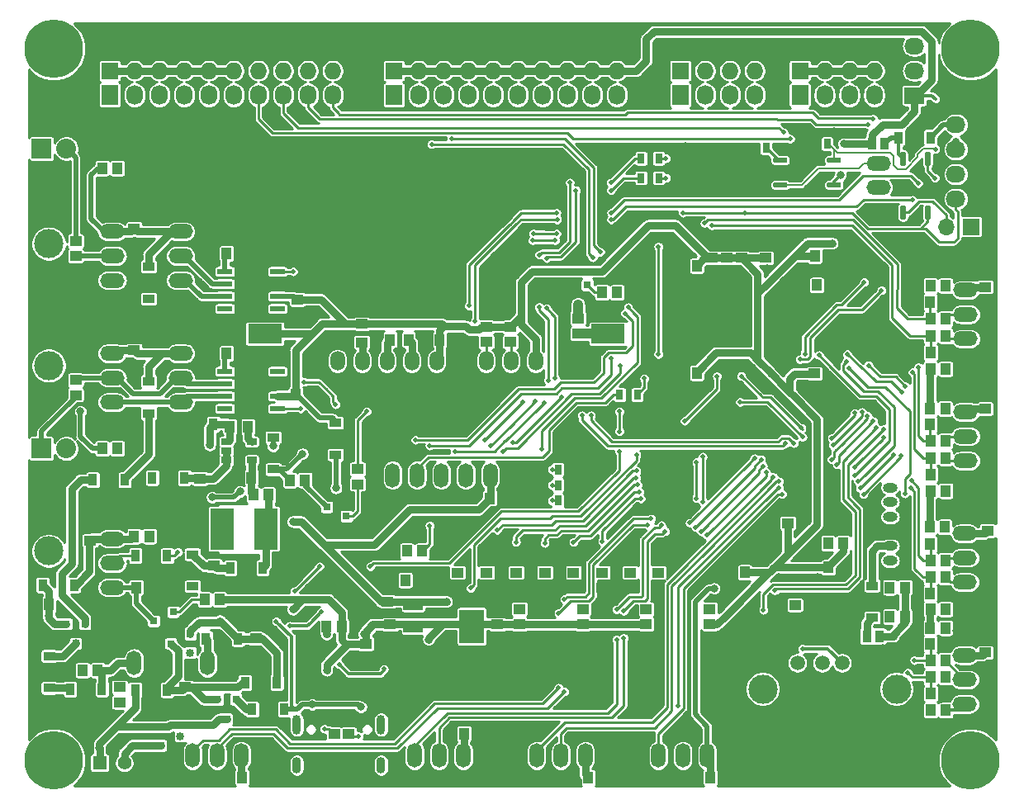
<source format=gbr>
G04 #@! TF.GenerationSoftware,KiCad,Pcbnew,(5.1.6)-1*
G04 #@! TF.CreationDate,2021-05-17T11:54:52+09:00*
G04 #@! TF.ProjectId,stm32f4_Centaurus,73746d33-3266-4345-9f43-656e74617572,rev?*
G04 #@! TF.SameCoordinates,Original*
G04 #@! TF.FileFunction,Copper,L2,Bot*
G04 #@! TF.FilePolarity,Positive*
%FSLAX46Y46*%
G04 Gerber Fmt 4.6, Leading zero omitted, Abs format (unit mm)*
G04 Created by KiCad (PCBNEW (5.1.6)-1) date 2021-05-17 11:54:52*
%MOMM*%
%LPD*%
G01*
G04 APERTURE LIST*
G04 #@! TA.AperFunction,SMDPad,CuDef*
%ADD10R,1.220000X0.910000*%
G04 #@! TD*
G04 #@! TA.AperFunction,SMDPad,CuDef*
%ADD11R,1.000000X1.200000*%
G04 #@! TD*
G04 #@! TA.AperFunction,SMDPad,CuDef*
%ADD12R,1.200000X1.000000*%
G04 #@! TD*
G04 #@! TA.AperFunction,SMDPad,CuDef*
%ADD13R,0.910000X1.220000*%
G04 #@! TD*
G04 #@! TA.AperFunction,SMDPad,CuDef*
%ADD14R,0.800100X0.800100*%
G04 #@! TD*
G04 #@! TA.AperFunction,SMDPad,CuDef*
%ADD15R,2.400000X4.200000*%
G04 #@! TD*
G04 #@! TA.AperFunction,ComponentPad*
%ADD16R,1.397000X1.397000*%
G04 #@! TD*
G04 #@! TA.AperFunction,ComponentPad*
%ADD17C,1.397000*%
G04 #@! TD*
G04 #@! TA.AperFunction,ComponentPad*
%ADD18O,2.500000X1.500000*%
G04 #@! TD*
G04 #@! TA.AperFunction,ComponentPad*
%ADD19O,1.500000X2.500000*%
G04 #@! TD*
G04 #@! TA.AperFunction,ComponentPad*
%ADD20C,3.000000*%
G04 #@! TD*
G04 #@! TA.AperFunction,ComponentPad*
%ADD21O,0.900000X2.000000*%
G04 #@! TD*
G04 #@! TA.AperFunction,ComponentPad*
%ADD22O,0.900000X1.700000*%
G04 #@! TD*
G04 #@! TA.AperFunction,ComponentPad*
%ADD23C,1.501140*%
G04 #@! TD*
G04 #@! TA.AperFunction,ComponentPad*
%ADD24C,2.999740*%
G04 #@! TD*
G04 #@! TA.AperFunction,ComponentPad*
%ADD25O,1.524000X1.000000*%
G04 #@! TD*
G04 #@! TA.AperFunction,ComponentPad*
%ADD26O,1.500000X2.000000*%
G04 #@! TD*
G04 #@! TA.AperFunction,ComponentPad*
%ADD27R,3.500000X2.000000*%
G04 #@! TD*
G04 #@! TA.AperFunction,SMDPad,CuDef*
%ADD28R,1.000760X0.690880*%
G04 #@! TD*
G04 #@! TA.AperFunction,ComponentPad*
%ADD29O,1.727200X1.727200*%
G04 #@! TD*
G04 #@! TA.AperFunction,ComponentPad*
%ADD30R,1.727200X1.727200*%
G04 #@! TD*
G04 #@! TA.AperFunction,ComponentPad*
%ADD31O,1.727200X2.032000*%
G04 #@! TD*
G04 #@! TA.AperFunction,ComponentPad*
%ADD32R,1.727200X2.032000*%
G04 #@! TD*
G04 #@! TA.AperFunction,SMDPad,CuDef*
%ADD33R,2.000000X1.200000*%
G04 #@! TD*
G04 #@! TA.AperFunction,SMDPad,CuDef*
%ADD34R,2.500000X3.500000*%
G04 #@! TD*
G04 #@! TA.AperFunction,SMDPad,CuDef*
%ADD35R,1.550000X0.600000*%
G04 #@! TD*
G04 #@! TA.AperFunction,ComponentPad*
%ADD36O,2.032000X1.727200*%
G04 #@! TD*
G04 #@! TA.AperFunction,ComponentPad*
%ADD37R,2.032000X1.727200*%
G04 #@! TD*
G04 #@! TA.AperFunction,ComponentPad*
%ADD38O,2.032000X2.032000*%
G04 #@! TD*
G04 #@! TA.AperFunction,ComponentPad*
%ADD39R,2.032000X2.032000*%
G04 #@! TD*
G04 #@! TA.AperFunction,SMDPad,CuDef*
%ADD40R,0.965200X1.270000*%
G04 #@! TD*
G04 #@! TA.AperFunction,SMDPad,CuDef*
%ADD41R,0.800000X1.000000*%
G04 #@! TD*
G04 #@! TA.AperFunction,ComponentPad*
%ADD42R,1.700000X1.700000*%
G04 #@! TD*
G04 #@! TA.AperFunction,ComponentPad*
%ADD43O,1.700000X1.700000*%
G04 #@! TD*
G04 #@! TA.AperFunction,ViaPad*
%ADD44C,6.000000*%
G04 #@! TD*
G04 #@! TA.AperFunction,ViaPad*
%ADD45C,0.500000*%
G04 #@! TD*
G04 #@! TA.AperFunction,ViaPad*
%ADD46C,0.800000*%
G04 #@! TD*
G04 #@! TA.AperFunction,Conductor*
%ADD47C,0.250000*%
G04 #@! TD*
G04 #@! TA.AperFunction,Conductor*
%ADD48C,0.800000*%
G04 #@! TD*
G04 #@! TA.AperFunction,Conductor*
%ADD49C,0.500000*%
G04 #@! TD*
G04 #@! TA.AperFunction,Conductor*
%ADD50C,0.350000*%
G04 #@! TD*
G04 #@! TA.AperFunction,Conductor*
%ADD51C,0.200000*%
G04 #@! TD*
G04 #@! TA.AperFunction,Conductor*
%ADD52C,1.000000*%
G04 #@! TD*
G04 #@! TA.AperFunction,Conductor*
%ADD53C,0.254000*%
G04 #@! TD*
G04 APERTURE END LIST*
D10*
X84900000Y-103635000D03*
X84900000Y-100365000D03*
D11*
X145890000Y-86300000D03*
X147450000Y-86300000D03*
X147430000Y-88000000D03*
X145870000Y-88000000D03*
X147450000Y-89710000D03*
X145890000Y-89710000D03*
X147450000Y-91460000D03*
X145890000Y-91460000D03*
X145920000Y-93150000D03*
X147480000Y-93150000D03*
X145890000Y-94850000D03*
X147450000Y-94850000D03*
X145870000Y-98900000D03*
X147430000Y-98900000D03*
X147430000Y-100550000D03*
X145870000Y-100550000D03*
X145890000Y-102210000D03*
X147450000Y-102210000D03*
X147450000Y-103960000D03*
X145890000Y-103960000D03*
X145920000Y-105650000D03*
X147480000Y-105650000D03*
X147480000Y-107350000D03*
X145920000Y-107350000D03*
X147380000Y-111050000D03*
X145820000Y-111050000D03*
X147430000Y-112800000D03*
X145870000Y-112800000D03*
X147450000Y-114460000D03*
X145890000Y-114460000D03*
X145890000Y-116210000D03*
X147450000Y-116210000D03*
X145870000Y-117850000D03*
X147430000Y-117850000D03*
X145890000Y-119500000D03*
X147450000Y-119500000D03*
X145870000Y-121400000D03*
X147430000Y-121400000D03*
X147430000Y-123050000D03*
X145870000Y-123050000D03*
X147450000Y-124710000D03*
X145890000Y-124710000D03*
X147450000Y-126460000D03*
X145890000Y-126460000D03*
X145920000Y-128150000D03*
X147480000Y-128150000D03*
X145920000Y-129850000D03*
X147480000Y-129850000D03*
X143280000Y-120250000D03*
X141720000Y-120250000D03*
X143280000Y-117250000D03*
X141720000Y-117250000D03*
X135390000Y-112710000D03*
X136950000Y-112710000D03*
X135780000Y-86250000D03*
X134220000Y-86250000D03*
X113780000Y-87000000D03*
X112220000Y-87000000D03*
D12*
X109750000Y-89670000D03*
X109750000Y-91230000D03*
X123250000Y-119470000D03*
X123250000Y-121030000D03*
X116750000Y-119470000D03*
X116750000Y-121030000D03*
X110250000Y-121030000D03*
X110250000Y-119470000D03*
X103750000Y-121030000D03*
X103750000Y-119470000D03*
D11*
X92220000Y-113500000D03*
X93780000Y-113500000D03*
D12*
X102850000Y-92080000D03*
X102850000Y-90520000D03*
X100350000Y-90520000D03*
X100350000Y-92080000D03*
D11*
X81780000Y-106250000D03*
X80220000Y-106250000D03*
X78030000Y-107750000D03*
X76470000Y-107750000D03*
X74720000Y-106000000D03*
X76280000Y-106000000D03*
D12*
X87170000Y-105100000D03*
X87170000Y-106660000D03*
D11*
X83970000Y-121250000D03*
X85530000Y-121250000D03*
D12*
X88000000Y-124930000D03*
X88000000Y-123050000D03*
X76750000Y-122470000D03*
X76750000Y-124030000D03*
X69500000Y-129030000D03*
X69500000Y-127470000D03*
D11*
X73030000Y-118500000D03*
X71470000Y-118500000D03*
X64470000Y-117250000D03*
X66030000Y-117250000D03*
X64250000Y-112000000D03*
X65810000Y-112000000D03*
X62530000Y-103000000D03*
X60970000Y-103000000D03*
X60970000Y-74250000D03*
X62530000Y-74250000D03*
D12*
X58250000Y-81720000D03*
X58250000Y-83280000D03*
X58250000Y-97530000D03*
X58250000Y-95970000D03*
X62750000Y-129030000D03*
X62750000Y-127470000D03*
D11*
X60530000Y-125750000D03*
X58970000Y-125750000D03*
X53970000Y-119000000D03*
X55530000Y-119000000D03*
D13*
X79635000Y-129750000D03*
X76365000Y-129750000D03*
X78885000Y-127000000D03*
X75615000Y-127000000D03*
X67635000Y-127750000D03*
X64365000Y-127750000D03*
D10*
X55540000Y-127555000D03*
X55540000Y-124285000D03*
D13*
X74885000Y-122500000D03*
X71615000Y-122500000D03*
X60955000Y-127680000D03*
X57685000Y-127680000D03*
X58135000Y-117000000D03*
X54865000Y-117000000D03*
D10*
X70250000Y-117135000D03*
X70250000Y-113865000D03*
D13*
X77410001Y-115250000D03*
X74140001Y-115250000D03*
X67635000Y-114000000D03*
X64365000Y-114000000D03*
X60015000Y-106220000D03*
X63285000Y-106220000D03*
X66115000Y-106000000D03*
X69385000Y-106000000D03*
D10*
X78500000Y-105135000D03*
X78500000Y-101865000D03*
D13*
X69115000Y-100500000D03*
X72385000Y-100500000D03*
D10*
X65750000Y-87635000D03*
X65750000Y-84365000D03*
X65750000Y-96115000D03*
X65750000Y-99385000D03*
D12*
X64250000Y-78550000D03*
X64250000Y-80430000D03*
X64250000Y-92930000D03*
X64250000Y-91050000D03*
X71000000Y-107980000D03*
X71000000Y-106100000D03*
D11*
X75930000Y-100750000D03*
X74050000Y-100750000D03*
D12*
X72420000Y-115010000D03*
X72420000Y-116890000D03*
X59750000Y-112430000D03*
X59750000Y-110550000D03*
D11*
X93930000Y-116500000D03*
X92050000Y-116500000D03*
D12*
X90250000Y-118700000D03*
X90250000Y-116820000D03*
X101500000Y-122930000D03*
X101500000Y-121050000D03*
D11*
X123320000Y-136750000D03*
X125200000Y-136750000D03*
X110820000Y-136750000D03*
X112700000Y-136750000D03*
X77200000Y-136750000D03*
X75320000Y-136750000D03*
X99950000Y-132250000D03*
X98070000Y-132250000D03*
D12*
X80995000Y-87725000D03*
X80995000Y-89605000D03*
D11*
X102600000Y-108100000D03*
X100720000Y-108100000D03*
X80820000Y-97500000D03*
X82700000Y-97500000D03*
D12*
X87600000Y-92100000D03*
X87600000Y-90220000D03*
D11*
X92380000Y-91850000D03*
X90500000Y-91850000D03*
X97450000Y-91850000D03*
X95570000Y-91850000D03*
X121950000Y-95250000D03*
X120070000Y-95250000D03*
X120070000Y-84250000D03*
X121950000Y-84250000D03*
D12*
X123500000Y-83450000D03*
X123500000Y-81570000D03*
X125000000Y-83450000D03*
X125000000Y-81570000D03*
X126500000Y-83450000D03*
X126500000Y-81570000D03*
X129000000Y-81570000D03*
X129000000Y-83450000D03*
D11*
X134050000Y-83250000D03*
X135930000Y-83250000D03*
D12*
X134000000Y-97180000D03*
X134000000Y-95300000D03*
D11*
X126870000Y-115710000D03*
X124990000Y-115710000D03*
D12*
X131250000Y-108760000D03*
X131250000Y-110640000D03*
D11*
X137330000Y-115200000D03*
X135450000Y-115200000D03*
D12*
X132000000Y-120930000D03*
X132000000Y-119050000D03*
X151500000Y-122050000D03*
X151500000Y-123930000D03*
X151750000Y-109550000D03*
X151750000Y-111430000D03*
X151500000Y-97050000D03*
X151500000Y-98930000D03*
X151500000Y-86430000D03*
X151500000Y-84550000D03*
D10*
X139920000Y-117075000D03*
X139920000Y-120345000D03*
D14*
X70000760Y-122050000D03*
X70000760Y-123950000D03*
X68001780Y-123000000D03*
X58250000Y-122998220D03*
X59200000Y-120999240D03*
X57300000Y-120999240D03*
X73750000Y-130748220D03*
X74700000Y-128749240D03*
X72800000Y-128749240D03*
X66999240Y-133450000D03*
X66999240Y-131550000D03*
X68998220Y-132500000D03*
X66249240Y-120700000D03*
X66249240Y-118800000D03*
X68248220Y-119750000D03*
X110700000Y-86249240D03*
X108800000Y-86249240D03*
X109750000Y-88248220D03*
X86000760Y-109950000D03*
X86000760Y-108050000D03*
X84001780Y-109000000D03*
D13*
X145885000Y-71100000D03*
X142615000Y-71100000D03*
D12*
X115100000Y-115720000D03*
X115100000Y-117280000D03*
X97400000Y-117280000D03*
X97400000Y-115720000D03*
X100400000Y-115720000D03*
X100400000Y-117280000D03*
X103400000Y-117280000D03*
X103400000Y-115720000D03*
X106350000Y-115720000D03*
X106350000Y-117280000D03*
X109300000Y-115720000D03*
X109300000Y-117280000D03*
X112250000Y-117280000D03*
X112250000Y-115720000D03*
X117950000Y-115720000D03*
X117950000Y-117280000D03*
X90500000Y-121050000D03*
X90500000Y-122930000D03*
D15*
X77750000Y-111250000D03*
X73250000Y-111250000D03*
D16*
X60710000Y-135250000D03*
D17*
X63250000Y-135250000D03*
X65790000Y-135250000D03*
D18*
X149420000Y-129210000D03*
X149420000Y-126710000D03*
X149420000Y-124210000D03*
X149420000Y-121710000D03*
X149420000Y-109210000D03*
X149420000Y-111710000D03*
X149420000Y-114210000D03*
X149420000Y-116710000D03*
X149500000Y-96750000D03*
X149500000Y-99250000D03*
X149500000Y-101750000D03*
X149500000Y-104250000D03*
X149500000Y-91750000D03*
X149500000Y-89250000D03*
X149500000Y-86750000D03*
X149500000Y-84250000D03*
D19*
X118000000Y-134500000D03*
X120500000Y-134500000D03*
X123000000Y-134500000D03*
X125500000Y-134500000D03*
X113000000Y-134500000D03*
X110500000Y-134500000D03*
X108000000Y-134500000D03*
X105500000Y-134500000D03*
X93000000Y-134500000D03*
X95500000Y-134500000D03*
X98000000Y-134500000D03*
X100500000Y-134500000D03*
D18*
X69000000Y-98250000D03*
X69000000Y-95750000D03*
X69000000Y-93250000D03*
X69000000Y-90750000D03*
X69000000Y-78250000D03*
X69000000Y-80750000D03*
X69000000Y-83250000D03*
X69000000Y-85750000D03*
D19*
X77750000Y-134500000D03*
X75250000Y-134500000D03*
X72750000Y-134500000D03*
X70250000Y-134500000D03*
D20*
X55500000Y-82000000D03*
D18*
X62000000Y-85750000D03*
X62000000Y-83250000D03*
X62000000Y-80750000D03*
X62000000Y-78250000D03*
X62000000Y-90750000D03*
X62000000Y-93250000D03*
X62000000Y-95750000D03*
X62000000Y-98250000D03*
D20*
X55500000Y-94500000D03*
D18*
X62000000Y-109750000D03*
X62000000Y-112250000D03*
X62000000Y-114750000D03*
X62000000Y-117250000D03*
D20*
X55500000Y-113500000D03*
D19*
X66750000Y-125000000D03*
X64250000Y-125000000D03*
X71750000Y-125000000D03*
X74250000Y-125000000D03*
X90750000Y-105750000D03*
X93250000Y-105750000D03*
X95750000Y-105750000D03*
X98250000Y-105750000D03*
X100750000Y-105750000D03*
X103250000Y-105750000D03*
D21*
X80930000Y-131320000D03*
X89570000Y-131320000D03*
D22*
X80930000Y-135490000D03*
X89570000Y-135490000D03*
D23*
X139362860Y-124995760D03*
X136822860Y-124995760D03*
X134790860Y-124995760D03*
X132250860Y-124995760D03*
D24*
X142410860Y-127662760D03*
X128694860Y-127662760D03*
D25*
X141750000Y-114500000D03*
X141750000Y-113000000D03*
X141750000Y-111500000D03*
X141750000Y-110000000D03*
X141750000Y-108500000D03*
X141750000Y-107000000D03*
D18*
X140550000Y-73750000D03*
X140550000Y-76250000D03*
X140550000Y-78750000D03*
D26*
X85090000Y-94035000D03*
X87630000Y-94035000D03*
X90170000Y-94035000D03*
X92710000Y-94035000D03*
X95250000Y-94035000D03*
X97790000Y-94035000D03*
X100330000Y-94035000D03*
X102870000Y-94035000D03*
X105410000Y-94035000D03*
D27*
X77650000Y-91235000D03*
X112850000Y-91235000D03*
D28*
X76300480Y-102300040D03*
X76300480Y-103250000D03*
X76300480Y-104199960D03*
X73699520Y-104199960D03*
X73699520Y-103250000D03*
X73699520Y-102300040D03*
D29*
X140120000Y-61710000D03*
X140120000Y-64250000D03*
X137580000Y-61710000D03*
X137580000Y-64250000D03*
X135040000Y-61710000D03*
X135040000Y-64250000D03*
X132500000Y-61710000D03*
D30*
X132500000Y-64250000D03*
X120250000Y-64250000D03*
D29*
X120250000Y-61710000D03*
X122790000Y-64250000D03*
X122790000Y-61710000D03*
X125330000Y-64250000D03*
X125330000Y-61710000D03*
X127870000Y-64250000D03*
X127870000Y-61710000D03*
X113750000Y-61710000D03*
X113750000Y-64250000D03*
X111210000Y-61710000D03*
X111210000Y-64250000D03*
X108670000Y-61710000D03*
X108670000Y-64250000D03*
X106130000Y-61710000D03*
X106130000Y-64250000D03*
X103590000Y-61710000D03*
X103590000Y-64250000D03*
X101050000Y-61710000D03*
X101050000Y-64250000D03*
X98510000Y-61710000D03*
X98510000Y-64250000D03*
X95970000Y-61710000D03*
X95970000Y-64250000D03*
X93430000Y-61710000D03*
X93430000Y-64250000D03*
X90890000Y-61710000D03*
D30*
X90890000Y-64250000D03*
X61750000Y-64250000D03*
D29*
X61750000Y-61710000D03*
X64290000Y-64250000D03*
X64290000Y-61710000D03*
X66830000Y-64250000D03*
X66830000Y-61710000D03*
X69370000Y-64250000D03*
X69370000Y-61710000D03*
X71910000Y-64250000D03*
X71910000Y-61710000D03*
X74450000Y-64250000D03*
X74450000Y-61710000D03*
X76990000Y-64250000D03*
X76990000Y-61710000D03*
X79530000Y-64250000D03*
X79530000Y-61710000D03*
X82070000Y-64250000D03*
X82070000Y-61710000D03*
X84610000Y-64250000D03*
X84610000Y-61710000D03*
D31*
X84610000Y-66750000D03*
X82070000Y-66750000D03*
X79530000Y-66750000D03*
X76990000Y-66750000D03*
X74450000Y-66750000D03*
X71910000Y-66750000D03*
X69370000Y-66750000D03*
X66830000Y-66750000D03*
X64290000Y-66750000D03*
D32*
X61750000Y-66750000D03*
X90890000Y-66750000D03*
D31*
X93430000Y-66750000D03*
X95970000Y-66750000D03*
X98510000Y-66750000D03*
X101050000Y-66750000D03*
X103590000Y-66750000D03*
X106130000Y-66750000D03*
X108670000Y-66750000D03*
X111210000Y-66750000D03*
X113750000Y-66750000D03*
D32*
X120250000Y-66750000D03*
D31*
X122790000Y-66750000D03*
X125330000Y-66750000D03*
X127870000Y-66750000D03*
D33*
X92850000Y-121250000D03*
X92850000Y-123550000D03*
X92850000Y-118950000D03*
D34*
X98850000Y-121250000D03*
D35*
X78950000Y-95095000D03*
X78950000Y-96365000D03*
X78950000Y-97635000D03*
X78950000Y-98905000D03*
X73550000Y-98905000D03*
X73550000Y-97635000D03*
X73550000Y-96365000D03*
X73550000Y-95095000D03*
X73550000Y-84845000D03*
X73550000Y-86115000D03*
X73550000Y-87385000D03*
X73550000Y-88655000D03*
X78950000Y-88655000D03*
X78950000Y-87385000D03*
X78950000Y-86115000D03*
X78950000Y-84845000D03*
D36*
X144250000Y-61710000D03*
X144250000Y-64250000D03*
D37*
X144250000Y-66790000D03*
D36*
X148500000Y-77410000D03*
X148500000Y-74870000D03*
X148500000Y-72330000D03*
X148500000Y-69790000D03*
D37*
X148500000Y-67250000D03*
D38*
X57290000Y-103000000D03*
D39*
X54750000Y-103000000D03*
X54750000Y-72250000D03*
D38*
X57290000Y-72250000D03*
D31*
X140120000Y-66750000D03*
X137580000Y-66750000D03*
X135040000Y-66750000D03*
D32*
X132500000Y-66750000D03*
D40*
X139915000Y-71750000D03*
X141185000Y-71750000D03*
X139365000Y-122250000D03*
X140635000Y-122250000D03*
D11*
X75280000Y-83000000D03*
X73720000Y-83000000D03*
X75280000Y-93250000D03*
X73720000Y-93250000D03*
D41*
X109500000Y-108350000D03*
X107700000Y-108350000D03*
X107700000Y-106750000D03*
X109500000Y-106750000D03*
X109500000Y-105150000D03*
X107700000Y-105150000D03*
D42*
X150040000Y-80250000D03*
D43*
X147500000Y-80250000D03*
D41*
X135300000Y-71750000D03*
X133500000Y-71750000D03*
G04 #@! TA.AperFunction,SMDPad,CuDef*
G36*
G01*
X142942500Y-72575000D02*
X143217500Y-72575000D01*
G75*
G02*
X143355000Y-72712500I0J-137500D01*
G01*
X143355000Y-73887500D01*
G75*
G02*
X143217500Y-74025000I-137500J0D01*
G01*
X142942500Y-74025000D01*
G75*
G02*
X142805000Y-73887500I0J137500D01*
G01*
X142805000Y-72712500D01*
G75*
G02*
X142942500Y-72575000I137500J0D01*
G01*
G37*
G04 #@! TD.AperFunction*
G04 #@! TA.AperFunction,SMDPad,CuDef*
G36*
G01*
X145482500Y-72575000D02*
X145757500Y-72575000D01*
G75*
G02*
X145895000Y-72712500I0J-137500D01*
G01*
X145895000Y-73887500D01*
G75*
G02*
X145757500Y-74025000I-137500J0D01*
G01*
X145482500Y-74025000D01*
G75*
G02*
X145345000Y-73887500I0J137500D01*
G01*
X145345000Y-72712500D01*
G75*
G02*
X145482500Y-72575000I137500J0D01*
G01*
G37*
G04 #@! TD.AperFunction*
G04 #@! TA.AperFunction,SMDPad,CuDef*
G36*
G01*
X145482500Y-78075000D02*
X145757500Y-78075000D01*
G75*
G02*
X145895000Y-78212500I0J-137500D01*
G01*
X145895000Y-79387500D01*
G75*
G02*
X145757500Y-79525000I-137500J0D01*
G01*
X145482500Y-79525000D01*
G75*
G02*
X145345000Y-79387500I0J137500D01*
G01*
X145345000Y-78212500D01*
G75*
G02*
X145482500Y-78075000I137500J0D01*
G01*
G37*
G04 #@! TD.AperFunction*
G04 #@! TA.AperFunction,SMDPad,CuDef*
G36*
G01*
X142942500Y-78075000D02*
X143217500Y-78075000D01*
G75*
G02*
X143355000Y-78212500I0J-137500D01*
G01*
X143355000Y-79387500D01*
G75*
G02*
X143217500Y-79525000I-137500J0D01*
G01*
X142942500Y-79525000D01*
G75*
G02*
X142805000Y-79387500I0J137500D01*
G01*
X142805000Y-78212500D01*
G75*
G02*
X142942500Y-78075000I137500J0D01*
G01*
G37*
G04 #@! TD.AperFunction*
X118025000Y-75250000D03*
X116225000Y-75250000D03*
X116225000Y-73250000D03*
X118025000Y-73250000D03*
X114025000Y-97475000D03*
X115825000Y-97475000D03*
X127250000Y-72150000D03*
X129050000Y-72150000D03*
G04 #@! TA.AperFunction,SMDPad,CuDef*
G36*
G01*
X135275000Y-76107500D02*
X135275000Y-75832500D01*
G75*
G02*
X135412500Y-75695000I137500J0D01*
G01*
X136587500Y-75695000D01*
G75*
G02*
X136725000Y-75832500I0J-137500D01*
G01*
X136725000Y-76107500D01*
G75*
G02*
X136587500Y-76245000I-137500J0D01*
G01*
X135412500Y-76245000D01*
G75*
G02*
X135275000Y-76107500I0J137500D01*
G01*
G37*
G04 #@! TD.AperFunction*
G04 #@! TA.AperFunction,SMDPad,CuDef*
G36*
G01*
X135275000Y-73567500D02*
X135275000Y-73292500D01*
G75*
G02*
X135412500Y-73155000I137500J0D01*
G01*
X136587500Y-73155000D01*
G75*
G02*
X136725000Y-73292500I0J-137500D01*
G01*
X136725000Y-73567500D01*
G75*
G02*
X136587500Y-73705000I-137500J0D01*
G01*
X135412500Y-73705000D01*
G75*
G02*
X135275000Y-73567500I0J137500D01*
G01*
G37*
G04 #@! TD.AperFunction*
G04 #@! TA.AperFunction,SMDPad,CuDef*
G36*
G01*
X129775000Y-73567500D02*
X129775000Y-73292500D01*
G75*
G02*
X129912500Y-73155000I137500J0D01*
G01*
X131087500Y-73155000D01*
G75*
G02*
X131225000Y-73292500I0J-137500D01*
G01*
X131225000Y-73567500D01*
G75*
G02*
X131087500Y-73705000I-137500J0D01*
G01*
X129912500Y-73705000D01*
G75*
G02*
X129775000Y-73567500I0J137500D01*
G01*
G37*
G04 #@! TD.AperFunction*
G04 #@! TA.AperFunction,SMDPad,CuDef*
G36*
G01*
X129775000Y-76107500D02*
X129775000Y-75832500D01*
G75*
G02*
X129912500Y-75695000I137500J0D01*
G01*
X131087500Y-75695000D01*
G75*
G02*
X131225000Y-75832500I0J-137500D01*
G01*
X131225000Y-76107500D01*
G75*
G02*
X131087500Y-76245000I-137500J0D01*
G01*
X129912500Y-76245000D01*
G75*
G02*
X129775000Y-76107500I0J137500D01*
G01*
G37*
G04 #@! TD.AperFunction*
D12*
X86250000Y-132280000D03*
X86250000Y-130720000D03*
X84750000Y-130720000D03*
X84750000Y-132280000D03*
D44*
X56000000Y-62000000D03*
X56000000Y-135000000D03*
X150000000Y-135000000D03*
X150000000Y-62000000D03*
D45*
X132000000Y-119050000D03*
X142850000Y-95050000D03*
X126820000Y-73000000D03*
X126180000Y-73000000D03*
D46*
X76000000Y-125250000D03*
X77750000Y-125250000D03*
X89250000Y-124000000D03*
X121500000Y-117750000D03*
X135500000Y-96250000D03*
X130370000Y-116220000D03*
X134310000Y-116220000D03*
X106000000Y-131500000D03*
X109000000Y-132750000D03*
X115000000Y-130250000D03*
X117000000Y-130250000D03*
X112500000Y-129250000D03*
X108500000Y-129250000D03*
X91750000Y-131000000D03*
X65500000Y-130250000D03*
X61500000Y-130500000D03*
X62750000Y-133000000D03*
X60250000Y-137250000D03*
X63500000Y-137250000D03*
X67000000Y-137250000D03*
X146250000Y-137000000D03*
X143250000Y-137000000D03*
X139750000Y-137000000D03*
X136000000Y-137000000D03*
X131750000Y-137000000D03*
X129000000Y-135500000D03*
X136000000Y-132000000D03*
X146500000Y-132000000D03*
X152000000Y-131500000D03*
X136000000Y-129500000D03*
X130500000Y-125500000D03*
X130750000Y-133000000D03*
X117750000Y-125000000D03*
X123000000Y-125000000D03*
X115500000Y-125000000D03*
X112500000Y-125000000D03*
X109250000Y-125000000D03*
X106750000Y-125000000D03*
X87000000Y-99250000D03*
X83500000Y-86250000D03*
X92400000Y-65500000D03*
X94700000Y-65500000D03*
X97200000Y-65500000D03*
X99700000Y-65500000D03*
X102300000Y-65500000D03*
X104900000Y-65500000D03*
X107400000Y-65500000D03*
X109950000Y-65500000D03*
X112500000Y-65500000D03*
X115150000Y-65500000D03*
X115150000Y-67600000D03*
X112500000Y-67900000D03*
X109950000Y-67900000D03*
X107400000Y-67900000D03*
X104900000Y-67900000D03*
X102300000Y-67900000D03*
X99800000Y-67900000D03*
X97200000Y-67900000D03*
X94700000Y-67900000D03*
X92400000Y-68000000D03*
X89100000Y-67900000D03*
X89100000Y-65500000D03*
X87750000Y-64250000D03*
X59500000Y-133250000D03*
X58250000Y-131500000D03*
X56000000Y-131000000D03*
X54000000Y-131500000D03*
X54000000Y-128500000D03*
X54000000Y-125500000D03*
X54000000Y-122500000D03*
X54000000Y-115250000D03*
X54000000Y-111500000D03*
X54000000Y-108000000D03*
X54000000Y-104750000D03*
X54000000Y-100500000D03*
X54000000Y-96750000D03*
X54000000Y-92250000D03*
X54000000Y-88750000D03*
X54000000Y-84750000D03*
X54000000Y-79750000D03*
X54000000Y-75250000D03*
X54000000Y-69500000D03*
X54000000Y-65500000D03*
X56500000Y-66000000D03*
X58750000Y-65500000D03*
X59750000Y-63500000D03*
X59500000Y-60250000D03*
X146500000Y-59750000D03*
X150000000Y-93500000D03*
X150250000Y-106000000D03*
X150250000Y-118750000D03*
X105750000Y-73250000D03*
X101000000Y-73250000D03*
X107750000Y-77750000D03*
X115000000Y-76500000D03*
X113250000Y-73250000D03*
X114750000Y-80750000D03*
X106000000Y-78000000D03*
X105000000Y-75000000D03*
X102750000Y-79000000D03*
X84750000Y-79000000D03*
X75750000Y-69250000D03*
X86000000Y-65500000D03*
X90500000Y-71500000D03*
X95000000Y-73250000D03*
X82000000Y-69250000D03*
X78500000Y-69250000D03*
X73250000Y-69250000D03*
X70750000Y-69250000D03*
X68250000Y-69250000D03*
X65500000Y-69250000D03*
X63000000Y-69250000D03*
X60250000Y-68500000D03*
X73750000Y-73750000D03*
X83000000Y-83000000D03*
X78000000Y-72250000D03*
X82000000Y-71500000D03*
X94750000Y-75250000D03*
X92750000Y-79000000D03*
X103500000Y-84750000D03*
X105000000Y-86500000D03*
X107500000Y-86000000D03*
X107500000Y-88500000D03*
X113750000Y-88750000D03*
X112250000Y-81500000D03*
X107500000Y-75000000D03*
X120750000Y-72000000D03*
X121500000Y-74750000D03*
X123000000Y-72750000D03*
X118500000Y-67750000D03*
X118500000Y-65500000D03*
X129250000Y-65500000D03*
X129250000Y-67750000D03*
X131000000Y-67750000D03*
X131000000Y-65500000D03*
X142250000Y-65500000D03*
X142250000Y-67750000D03*
X147000000Y-65750000D03*
X136000000Y-70500000D03*
X136250000Y-68000000D03*
X139000000Y-68000000D03*
X136250000Y-65500000D03*
X138750000Y-65500000D03*
X134000000Y-65500000D03*
X83750000Y-111250000D03*
X81750000Y-113250000D03*
X82750000Y-117500000D03*
X71250000Y-111250000D03*
X63250000Y-104500000D03*
X60750000Y-113500000D03*
X60750000Y-116000000D03*
X60250000Y-97000000D03*
X60250000Y-94750000D03*
X67500000Y-94500000D03*
X70500000Y-94500000D03*
X67500000Y-99750000D03*
X70500000Y-99750000D03*
X63750000Y-99750000D03*
X63500000Y-94500000D03*
X63500000Y-84500000D03*
X63500000Y-87000000D03*
X60250000Y-87000000D03*
X67250000Y-87000000D03*
X67250000Y-84500000D03*
X72000000Y-84500000D03*
X63500000Y-82000000D03*
X60250000Y-82000000D03*
X60250000Y-92000000D03*
X67500000Y-92000000D03*
X70500000Y-92000000D03*
X62750000Y-72750000D03*
X56250000Y-73750000D03*
X56250000Y-70500000D03*
X59250000Y-73750000D03*
X58750000Y-104750000D03*
X77000000Y-83250000D03*
X67250000Y-73750000D03*
X132500000Y-84500000D03*
X129250000Y-87500000D03*
X129250000Y-93000000D03*
X130750000Y-95000000D03*
X127000000Y-92000000D03*
X122000000Y-93500000D03*
X119250000Y-81250000D03*
X120250000Y-82250000D03*
X126500000Y-85250000D03*
X129150000Y-84550000D03*
X124250000Y-92000000D03*
X103500000Y-81250000D03*
X100500000Y-81000000D03*
X95500000Y-81000000D03*
X98000000Y-83500000D03*
X100500000Y-84750000D03*
X92750000Y-83000000D03*
X97750000Y-87750000D03*
X89000000Y-59750000D03*
X87250000Y-61750000D03*
X97500000Y-128250000D03*
X146750000Y-82750000D03*
X150250000Y-82750000D03*
X146750000Y-85000000D03*
X150000000Y-95000000D03*
X150250000Y-107750000D03*
X150250000Y-120250000D03*
X117500000Y-100500000D03*
X115250000Y-101500000D03*
X73750000Y-80250000D03*
X81250000Y-75500000D03*
X70500000Y-76250000D03*
X67250000Y-76250000D03*
X57250000Y-84750000D03*
X57250000Y-88750000D03*
X57250000Y-92250000D03*
X68250000Y-88000000D03*
X70000000Y-88000000D03*
X70000000Y-89250000D03*
X68250000Y-89250000D03*
X60500000Y-101250000D03*
X62100000Y-107600000D03*
X56500000Y-108000000D03*
X56500000Y-111250000D03*
X60750000Y-122500000D03*
X60750000Y-119250000D03*
X63500000Y-119250000D03*
X66500000Y-122500000D03*
X75750000Y-121000000D03*
X78500000Y-129000000D03*
X102250000Y-135500000D03*
X102250000Y-133500000D03*
X103750000Y-133500000D03*
X103750000Y-135500000D03*
X114000000Y-135500000D03*
X114000000Y-133500000D03*
X115750000Y-133500000D03*
X115750000Y-135500000D03*
X127000000Y-135500000D03*
X127000000Y-130250000D03*
X127000000Y-125500000D03*
X127000000Y-122500000D03*
X130500000Y-122500000D03*
X127000000Y-112250000D03*
X130000000Y-110750000D03*
X132750000Y-114000000D03*
X136500000Y-109000000D03*
X135500000Y-118250000D03*
X136500000Y-121750000D03*
X138250000Y-120000000D03*
X129750000Y-119250000D03*
X136000000Y-126500000D03*
X139750000Y-126500000D03*
X143000000Y-123500000D03*
X141000000Y-123500000D03*
X144500000Y-127250000D03*
X148750000Y-106000000D03*
X148750000Y-93500000D03*
X144000000Y-85000000D03*
X144000000Y-88750000D03*
X118500000Y-62750000D03*
X115250000Y-62750000D03*
X86000000Y-67900000D03*
X98250000Y-73250000D03*
X108500000Y-73250000D03*
X112250000Y-77750000D03*
X79500000Y-93500000D03*
X77000000Y-93500000D03*
X71250000Y-109000000D03*
X68500000Y-115500000D03*
X68500000Y-117500000D03*
X74250000Y-117000000D03*
X81750000Y-115500000D03*
X101500000Y-128250000D03*
X101500000Y-125000000D03*
X97500000Y-125000000D03*
X123000000Y-130250000D03*
X77000000Y-98250000D03*
X75250000Y-98250000D03*
X83500000Y-92500000D03*
X83500000Y-95000000D03*
X86250000Y-92500000D03*
X94000000Y-92500000D03*
X123250000Y-84750000D03*
X134000000Y-89250000D03*
X131500000Y-93000000D03*
X124500000Y-94250000D03*
X127000000Y-94250000D03*
X136500000Y-100000000D03*
X148750000Y-95000000D03*
X148750000Y-107750000D03*
X148750000Y-120250000D03*
X148750000Y-118750000D03*
X68500000Y-112500000D03*
X56250000Y-101250000D03*
X72250000Y-91000000D03*
X75000000Y-91000000D03*
X78750000Y-79000000D03*
X147100000Y-109250000D03*
X147050000Y-97000000D03*
X121750000Y-132000000D03*
X119500000Y-132000000D03*
X82500000Y-135000000D03*
X88000000Y-135000000D03*
X83250000Y-132500000D03*
X82500000Y-137250000D03*
X88000000Y-137250000D03*
X91250000Y-137250000D03*
X91250000Y-135000000D03*
X98500000Y-137250000D03*
X68750000Y-137250000D03*
X68750000Y-135000000D03*
X70500000Y-130250000D03*
X141250000Y-132250000D03*
X137500000Y-82750000D03*
D45*
X144675000Y-74575000D03*
D46*
X140600000Y-81175000D03*
X113750000Y-118000000D03*
X101500000Y-118500000D03*
X107250000Y-118500000D03*
X102350000Y-112650000D03*
X104750000Y-113750000D03*
X107750000Y-113750000D03*
X110750000Y-113750000D03*
X113750000Y-113750000D03*
X95250000Y-113750000D03*
X97850000Y-110350000D03*
X97850000Y-108000000D03*
X99700000Y-99650000D03*
X89050000Y-99650000D03*
X88850000Y-111400000D03*
X92500000Y-108200000D03*
X89000000Y-104050000D03*
X92250000Y-101400000D03*
X97450000Y-101400000D03*
X107650000Y-101900000D03*
X112850000Y-103650000D03*
X110600000Y-107400000D03*
X137700000Y-75100000D03*
X134950000Y-76700000D03*
D45*
X132850000Y-69950000D03*
X134250000Y-70450000D03*
D46*
X134800000Y-72850000D03*
X134800000Y-75050000D03*
X89000000Y-92500000D03*
D45*
X86500000Y-125400000D03*
X85000000Y-126000000D03*
X83750000Y-123500000D03*
X81250000Y-125750000D03*
X81250000Y-123500000D03*
D46*
X151500000Y-123930000D03*
X151750000Y-111430000D03*
X151500000Y-98930000D03*
X151500000Y-86430000D03*
X123720000Y-117360000D03*
X80530000Y-110500000D03*
X68998220Y-132500000D03*
X145920000Y-129850000D03*
X145870000Y-121400000D03*
X145870000Y-98900000D03*
X145890000Y-94850000D03*
X145890000Y-86300000D03*
X145820000Y-111050000D03*
X145890000Y-119500000D03*
X145920000Y-107350000D03*
X110820000Y-136750000D03*
X98070000Y-132250000D03*
X96290000Y-118700000D03*
X123320000Y-136750000D03*
X73250000Y-111250000D03*
X72000000Y-102650000D03*
X58250000Y-122998220D03*
X66115000Y-106000000D03*
D45*
X78820000Y-120740000D03*
D46*
X87500000Y-129500000D03*
X82500000Y-129250000D03*
D45*
X117250000Y-110210000D03*
X108360000Y-118460000D03*
X108350000Y-127940000D03*
X116860000Y-110840000D03*
X107770000Y-119890000D03*
X107770000Y-127540000D03*
X132770000Y-123550000D03*
X135390000Y-112710000D03*
X115743413Y-103623413D03*
X120700000Y-100170000D03*
X124000000Y-95580000D03*
X98750000Y-117325000D03*
X115738449Y-105298378D03*
X101460000Y-111370000D03*
X142096587Y-103633413D03*
X120000000Y-129400000D03*
X137358414Y-93325000D03*
X142915000Y-97203782D03*
X130340490Y-107073498D03*
X138680000Y-107060000D03*
X142850000Y-103720000D03*
X143270000Y-96587650D03*
X139550000Y-94470000D03*
X130690000Y-107680000D03*
X139020000Y-107680000D03*
X134220000Y-86250000D03*
D46*
X81500000Y-103550000D03*
D45*
X92040000Y-113600000D03*
X147430000Y-121400000D03*
X147450000Y-124710000D03*
X147450000Y-126460000D03*
X147480000Y-129850000D03*
X147480000Y-107350000D03*
X147450000Y-103960000D03*
X147450000Y-102210000D03*
X147430000Y-98900000D03*
X147450000Y-91460000D03*
X147450000Y-94850000D03*
X147450000Y-89710000D03*
X147450000Y-86300000D03*
X147450000Y-114460000D03*
X147380000Y-111050000D03*
X147450000Y-119500000D03*
X147450000Y-116210000D03*
X133010000Y-93290000D03*
X139090000Y-85950000D03*
X132504999Y-93865001D03*
X140870000Y-86770000D03*
X144240000Y-124710000D03*
X143270000Y-107620000D03*
X143570000Y-126000000D03*
X137545000Y-94750000D03*
X144670000Y-94640000D03*
X144070000Y-95180000D03*
D46*
X84000000Y-122050000D03*
D45*
X143930000Y-106280000D03*
X126500000Y-95570000D03*
X132661587Y-100898413D03*
X143880000Y-107070000D03*
X132770000Y-101820000D03*
X126380000Y-98235000D03*
X122730000Y-79890000D03*
X123490000Y-80140000D03*
X89860000Y-125620000D03*
X85270000Y-125150000D03*
X83470000Y-119770000D03*
X80190000Y-121200000D03*
X113150000Y-79530003D03*
X107610000Y-79530000D03*
X144055000Y-77500000D03*
X99200000Y-89950000D03*
X140007131Y-69175000D03*
X98580000Y-88370000D03*
X113160000Y-78830000D03*
X107550000Y-78830000D03*
X144650000Y-75800000D03*
X107560000Y-80950000D03*
X105181587Y-80928413D03*
X96790000Y-71215000D03*
X112035023Y-82835000D03*
X94750000Y-71790000D03*
X111270000Y-83410000D03*
X107410000Y-81660000D03*
X105100000Y-81660000D03*
X88100000Y-99200000D03*
X139525010Y-69750000D03*
X78950000Y-88655000D03*
X131020000Y-102500000D03*
X110170000Y-99599037D03*
X131886587Y-102446587D03*
X111090000Y-99599037D03*
X80550000Y-84850000D03*
X81690000Y-96180000D03*
X78950000Y-95095000D03*
X84900000Y-98475000D03*
X81310000Y-98910000D03*
X115870000Y-106720000D03*
X106350000Y-112700000D03*
X131500000Y-71240000D03*
X130840000Y-70580000D03*
X121800000Y-111070000D03*
X139430000Y-99670000D03*
X128534724Y-104120488D03*
X135760000Y-104120000D03*
X110250000Y-119470000D03*
X115730000Y-106000000D03*
X103400000Y-112600000D03*
X116040000Y-107450000D03*
X109300000Y-112600000D03*
X116190000Y-108140000D03*
X112250208Y-112550208D03*
X122380000Y-111510000D03*
X140014999Y-100190000D03*
X128707053Y-104798947D03*
X136300000Y-104640000D03*
X116750000Y-119470000D03*
X122980000Y-111890000D03*
X141095000Y-101910000D03*
X141095000Y-101910000D03*
X129030000Y-105420000D03*
X138131177Y-104935650D03*
X123250000Y-119470000D03*
X118780000Y-73250000D03*
X118780000Y-75250000D03*
X113780000Y-87000000D03*
X114900000Y-88520000D03*
X106050000Y-103100000D03*
X114591551Y-89148380D03*
X93100000Y-102125000D03*
X113140000Y-93780000D03*
X93780000Y-113500000D03*
X94550000Y-102700000D03*
X94550000Y-110900000D03*
X114108413Y-94498413D03*
X102074999Y-103300000D03*
X68740000Y-113620000D03*
X106290000Y-98290000D03*
X97125000Y-103325000D03*
X116550000Y-95810000D03*
X71470000Y-118500000D03*
X80700000Y-117650000D03*
X83260000Y-115090000D03*
X114000000Y-103324999D03*
X114000000Y-99195000D03*
X88460000Y-115090000D03*
X114000000Y-101245020D03*
X122540000Y-108460000D03*
X118690000Y-111490000D03*
X114440000Y-119670000D03*
X114440000Y-122420000D03*
X122542277Y-103840000D03*
X121910000Y-108110000D03*
X121907996Y-104415000D03*
X118310000Y-110870000D03*
X113710000Y-119520000D03*
X113710000Y-122590000D03*
X140340000Y-100900000D03*
X128761587Y-119561587D03*
X141070000Y-101000000D03*
X129936587Y-117566587D03*
X103400000Y-115630000D03*
X106350000Y-115630000D03*
X109300000Y-115630000D03*
X115100000Y-115630000D03*
X112250000Y-115630000D03*
X117950000Y-115720000D03*
X107100000Y-108350000D03*
X107100000Y-106750000D03*
X107100000Y-105150000D03*
X138120000Y-99370000D03*
X135788413Y-101928413D03*
X121220000Y-110630000D03*
X135900000Y-102630000D03*
X138855000Y-99255741D03*
X127843981Y-103997843D03*
X103750000Y-119470000D03*
D46*
X74140001Y-115250000D03*
X58740000Y-99190000D03*
X65750000Y-87635000D03*
X65750000Y-99385000D03*
X65810000Y-112000000D03*
X62530000Y-74250000D03*
X62620000Y-103000000D03*
D45*
X137307569Y-94063350D03*
X130360000Y-106370000D03*
X138490000Y-106370000D03*
X134470000Y-93430000D03*
X129764719Y-105910210D03*
X138100000Y-105770000D03*
D46*
X55540000Y-127555000D03*
X55500000Y-120180000D03*
X70250000Y-117135000D03*
X70000760Y-123950000D03*
X62750000Y-127470000D03*
D45*
X59000000Y-125750000D03*
D46*
X62750000Y-129030000D03*
X60700000Y-133741500D03*
D45*
X141630000Y-120250000D03*
X141630000Y-117250000D03*
D46*
X135490000Y-115210000D03*
X140635000Y-122250000D03*
D45*
X132000000Y-83250000D03*
X134070000Y-83250000D03*
X129000000Y-83430000D03*
X123500000Y-83430000D03*
X121930000Y-95250000D03*
X134000000Y-95320000D03*
D46*
X123250000Y-121030000D03*
X116750000Y-121030000D03*
X126850000Y-115710000D03*
D45*
X121930000Y-84250000D03*
X126500000Y-83430000D03*
X124210000Y-83430000D03*
X131250000Y-110640000D03*
D46*
X80530000Y-119500000D03*
X94440740Y-122594980D03*
X135830000Y-81950000D03*
X84000000Y-125750000D03*
X87810000Y-122050000D03*
X137000000Y-71750000D03*
X136650000Y-74950000D03*
D45*
X83751931Y-131758306D03*
X87250000Y-132500000D03*
X126890000Y-78830000D03*
X120510000Y-78830000D03*
X118000000Y-82300000D03*
X118000000Y-93335000D03*
X103050000Y-102370000D03*
X108040914Y-97685913D03*
X92040000Y-116600000D03*
X100400000Y-115630000D03*
X97400000Y-115630000D03*
X146400000Y-72300000D03*
X146350000Y-75250000D03*
X113128413Y-75718413D03*
X108911587Y-75718413D03*
X105780000Y-83130000D03*
X105770000Y-88480000D03*
X106703413Y-96003413D03*
X104090000Y-98260000D03*
X100225000Y-102125000D03*
X113140000Y-76520000D03*
X109550000Y-76520000D03*
X106540000Y-83490000D03*
X106540000Y-88620000D03*
X105360000Y-98160000D03*
X107400000Y-95780000D03*
X100825000Y-102700000D03*
D46*
X78500000Y-102750000D03*
X72250000Y-108000000D03*
X75100000Y-107400000D03*
X84950000Y-107050000D03*
D47*
X149420000Y-124210000D02*
X148490000Y-124210000D01*
X148490000Y-124210000D02*
X148275001Y-124424999D01*
D48*
X151220000Y-124210000D02*
X151500000Y-123930000D01*
X149420000Y-124210000D02*
X151220000Y-124210000D01*
X151470000Y-111710000D02*
X151750000Y-111430000D01*
X149420000Y-111710000D02*
X151470000Y-111710000D01*
X149820000Y-98930000D02*
X149500000Y-99250000D01*
X151500000Y-98930000D02*
X149820000Y-98930000D01*
X149820000Y-86430000D02*
X149500000Y-86750000D01*
X151500000Y-86430000D02*
X149820000Y-86430000D01*
D49*
X123154315Y-117360000D02*
X121765010Y-118749305D01*
X123720000Y-117360000D02*
X123154315Y-117360000D01*
D48*
X92850000Y-118700000D02*
X90250000Y-118700000D01*
X80540000Y-110510000D02*
X80530000Y-110500000D01*
X81390000Y-110510000D02*
X80540000Y-110510000D01*
X90250000Y-118700000D02*
X89580000Y-118700000D01*
X74450000Y-64250000D02*
X71910000Y-64250000D01*
X71910000Y-64250000D02*
X69370000Y-64250000D01*
X69370000Y-64250000D02*
X66830000Y-64250000D01*
X66830000Y-64250000D02*
X64290000Y-64250000D01*
X64290000Y-64250000D02*
X61750000Y-64250000D01*
X145870000Y-94870000D02*
X145890000Y-94850000D01*
X145870000Y-98900000D02*
X145870000Y-94870000D01*
X145870000Y-119520000D02*
X145890000Y-119500000D01*
X145870000Y-121400000D02*
X145870000Y-119520000D01*
X145820000Y-107450000D02*
X145920000Y-107350000D01*
X145820000Y-111050000D02*
X145820000Y-107450000D01*
X110500000Y-136430000D02*
X110820000Y-136750000D01*
X110500000Y-134500000D02*
X110500000Y-136430000D01*
D49*
X121765010Y-118749305D02*
X121765010Y-129734990D01*
X123000000Y-131508002D02*
X123000000Y-134500000D01*
X121765010Y-129734990D02*
X121765010Y-130273012D01*
X121765010Y-130273012D02*
X123000000Y-131508002D01*
D48*
X98070000Y-134430000D02*
X98000000Y-134500000D01*
X98070000Y-132250000D02*
X98070000Y-134430000D01*
X92850000Y-118700000D02*
X96290000Y-118700000D01*
X75250000Y-136680000D02*
X75320000Y-136750000D01*
X75250000Y-134500000D02*
X75250000Y-136680000D01*
X123320000Y-134820000D02*
X123000000Y-134500000D01*
X123320000Y-136750000D02*
X123320000Y-134820000D01*
X100750000Y-108070000D02*
X100720000Y-108100000D01*
X100750000Y-105750000D02*
X100750000Y-108070000D01*
X83740000Y-112860000D02*
X88890000Y-112860000D01*
X83740000Y-112860000D02*
X81390000Y-110510000D01*
X89580000Y-118700000D02*
X83740000Y-112860000D01*
X88890000Y-112860000D02*
X92500000Y-109250000D01*
X92500000Y-109250000D02*
X99600000Y-109250000D01*
X100720000Y-108130000D02*
X100720000Y-108100000D01*
X99600000Y-109250000D02*
X100720000Y-108130000D01*
X73800000Y-100500000D02*
X74050000Y-100750000D01*
X72385000Y-100500000D02*
X73800000Y-100500000D01*
X74050000Y-102150000D02*
X73950010Y-102249990D01*
X74050000Y-100750000D02*
X74050000Y-102150000D01*
X72000000Y-100885000D02*
X72385000Y-100500000D01*
X72000000Y-102650000D02*
X72000000Y-100885000D01*
X75930000Y-101929560D02*
X76300480Y-102300040D01*
X75930000Y-100750000D02*
X75930000Y-101929560D01*
X56963220Y-124285000D02*
X58250000Y-122998220D01*
X55540000Y-124285000D02*
X56963220Y-124285000D01*
D49*
X81000000Y-129750000D02*
X79635000Y-129750000D01*
X82500000Y-129250000D02*
X81500000Y-129250000D01*
X81500000Y-129250000D02*
X81000000Y-129750000D01*
D50*
X80400000Y-123230000D02*
X80400000Y-122320000D01*
X80400000Y-122320000D02*
X78820000Y-120740000D01*
X80400000Y-128780000D02*
X80400000Y-123230000D01*
X80400000Y-128780000D02*
X80400000Y-128900000D01*
X81000000Y-129750000D02*
X80750000Y-129750000D01*
X80400000Y-129400000D02*
X80400000Y-128780000D01*
X80750000Y-129750000D02*
X80400000Y-129400000D01*
D49*
X82500000Y-129250000D02*
X87250000Y-129250000D01*
X87250000Y-129250000D02*
X87500000Y-129500000D01*
D48*
X78030000Y-110970000D02*
X77750000Y-111250000D01*
X78030000Y-107750000D02*
X78030000Y-110970000D01*
X77750000Y-114910001D02*
X77410001Y-115250000D01*
X77750000Y-111250000D02*
X77750000Y-114910001D01*
D47*
X73250000Y-134500000D02*
X73250000Y-134180000D01*
X106990000Y-129300000D02*
X108350000Y-127940000D01*
X106660000Y-129630000D02*
X106990000Y-129300000D01*
X95370000Y-129630000D02*
X106660000Y-129630000D01*
X72750000Y-134500000D02*
X72750000Y-133750000D01*
X74250000Y-132250000D02*
X78500000Y-132250000D01*
X78500000Y-132250000D02*
X80000000Y-133750000D01*
X72750000Y-133750000D02*
X74250000Y-132250000D01*
X80000000Y-133750000D02*
X91250000Y-133750000D01*
X91250000Y-133750000D02*
X95370000Y-129630000D01*
X108625011Y-118194989D02*
X108360000Y-118460000D01*
X115403590Y-110210000D02*
X110874989Y-114738601D01*
X110874989Y-114738601D02*
X110874989Y-117825011D01*
X117250000Y-110210000D02*
X115403590Y-110210000D01*
X110874989Y-117825011D02*
X110505011Y-118194989D01*
X110505011Y-118194989D02*
X108625011Y-118194989D01*
X70750000Y-134500000D02*
X70750000Y-134000000D01*
X106150000Y-129160000D02*
X106490000Y-128820000D01*
X95060000Y-129160000D02*
X106150000Y-129160000D01*
X90970000Y-133250000D02*
X95060000Y-129160000D01*
X80250000Y-133250000D02*
X90970000Y-133250000D01*
X70250000Y-134000000D02*
X71325010Y-132924990D01*
X70250000Y-134500000D02*
X70250000Y-134000000D01*
X71325010Y-132924990D02*
X72938600Y-132924990D01*
X72938600Y-132924990D02*
X74063600Y-131799990D01*
X74063600Y-131799990D02*
X78799990Y-131799990D01*
X106490000Y-128820000D02*
X107770000Y-127540000D01*
X78799990Y-131799990D02*
X80250000Y-133250000D01*
X109015001Y-118644999D02*
X107770000Y-119890000D01*
X111324999Y-118175001D02*
X110855001Y-118644999D01*
X115410000Y-110840000D02*
X111324999Y-114925001D01*
X116860000Y-110840000D02*
X115410000Y-110840000D01*
X111324999Y-114925001D02*
X111324999Y-118175001D01*
X110855001Y-118644999D02*
X109015001Y-118644999D01*
D50*
X135377100Y-123550000D02*
X136822860Y-124995760D01*
X132770000Y-123550000D02*
X135377100Y-123550000D01*
D47*
X124000000Y-96870000D02*
X120700000Y-100170000D01*
X124000000Y-95580000D02*
X124000000Y-96870000D01*
X115743413Y-104236587D02*
X115743413Y-103623413D01*
X110040000Y-109940000D02*
X115743413Y-104236587D01*
X107140000Y-109940000D02*
X110040000Y-109940000D01*
X100884999Y-111093999D02*
X101818998Y-110160000D01*
X101818998Y-110160000D02*
X106920000Y-110160000D01*
X106920000Y-110160000D02*
X107140000Y-109940000D01*
X98750000Y-117325000D02*
X99100000Y-116975000D01*
X99100000Y-112878998D02*
X101818998Y-110160000D01*
X99100000Y-116975000D02*
X99100000Y-112878998D01*
X115384896Y-105298378D02*
X110243274Y-110440000D01*
X115738449Y-105298378D02*
X115384896Y-105298378D01*
X107450000Y-110440000D02*
X107240000Y-110650000D01*
X110243274Y-110440000D02*
X107450000Y-110440000D01*
X107080000Y-110810000D02*
X107240000Y-110650000D01*
X102020000Y-110810000D02*
X102050000Y-110810000D01*
X101460000Y-111370000D02*
X102020000Y-110810000D01*
X102050000Y-110810000D02*
X107080000Y-110810000D01*
X141510000Y-96140000D02*
X141710000Y-96140000D01*
X141710000Y-96140000D02*
X141880000Y-96140000D01*
X142096587Y-103663413D02*
X142096587Y-103633413D01*
X139230000Y-106530000D02*
X142096587Y-103663413D01*
X140690000Y-96140000D02*
X141510000Y-96140000D01*
X140270000Y-96050000D02*
X140360000Y-96140000D01*
X140360000Y-96140000D02*
X140690000Y-96140000D01*
X140070000Y-95850000D02*
X140270000Y-96050000D01*
X137435001Y-93248413D02*
X137358414Y-93325000D01*
X137358414Y-93325000D02*
X140070000Y-95850000D01*
X141851218Y-96140000D02*
X141710000Y-96140000D01*
X142915000Y-97203782D02*
X141851218Y-96140000D01*
X138700000Y-107060000D02*
X139230000Y-106530000D01*
X138680000Y-107060000D02*
X138700000Y-107060000D01*
X130313988Y-107100000D02*
X130340490Y-107073498D01*
X130140000Y-107100000D02*
X130313988Y-107100000D01*
X120000000Y-129400000D02*
X120000000Y-117240000D01*
X120000000Y-117240000D02*
X130140000Y-107100000D01*
X141670000Y-95640000D02*
X142060000Y-95640000D01*
X142259293Y-95640000D02*
X141150000Y-95640000D01*
X140720000Y-95640000D02*
X141150000Y-95640000D01*
X141150000Y-95640000D02*
X141670000Y-95640000D01*
X142320000Y-95640000D02*
X142259293Y-95640000D01*
X142322350Y-95640000D02*
X142259293Y-95640000D01*
X143270000Y-96587650D02*
X142322350Y-95640000D01*
X139550000Y-94470000D02*
X140720000Y-95640000D01*
X142850000Y-103850000D02*
X142850000Y-103720000D01*
X139020000Y-107680000D02*
X142850000Y-103850000D01*
X130240000Y-107680000D02*
X130690000Y-107680000D01*
X120580000Y-117340000D02*
X130240000Y-107680000D01*
X120580000Y-129671002D02*
X120580000Y-117340000D01*
X118000000Y-132251002D02*
X120580000Y-129671002D01*
X118000000Y-134500000D02*
X118000000Y-132251002D01*
D48*
X87630000Y-92130000D02*
X87600000Y-92100000D01*
X87630000Y-94035000D02*
X87630000Y-92130000D01*
X92710000Y-92180000D02*
X92380000Y-91850000D01*
X92710000Y-94035000D02*
X92710000Y-92180000D01*
X90170000Y-92180000D02*
X90500000Y-91850000D01*
X90170000Y-94035000D02*
X90170000Y-92180000D01*
D49*
X79105000Y-105135000D02*
X80220000Y-106250000D01*
X78500000Y-105135000D02*
X79915000Y-105135000D01*
X79915000Y-105135000D02*
X81500000Y-103550000D01*
X69400000Y-83250000D02*
X69000000Y-83250000D01*
X71590000Y-85440000D02*
X69400000Y-83250000D01*
X71600000Y-85440000D02*
X71590000Y-85440000D01*
X73550000Y-86115000D02*
X72275000Y-86115000D01*
X72275000Y-86115000D02*
X71600000Y-85440000D01*
X58280000Y-83250000D02*
X58250000Y-83280000D01*
X62000000Y-83250000D02*
X58280000Y-83250000D01*
X69615000Y-96365000D02*
X69000000Y-95750000D01*
X73550000Y-96365000D02*
X69615000Y-96365000D01*
X58470000Y-95750000D02*
X58250000Y-95970000D01*
X62000000Y-95750000D02*
X58470000Y-95750000D01*
X62500000Y-95750000D02*
X64100000Y-97350000D01*
X62000000Y-95750000D02*
X62500000Y-95750000D01*
X68500000Y-95750000D02*
X69000000Y-95750000D01*
X66900000Y-97350000D02*
X68500000Y-95750000D01*
X64100000Y-97350000D02*
X66900000Y-97350000D01*
D47*
X149140000Y-126710000D02*
X149420000Y-126710000D01*
X147280000Y-124750000D02*
X147280000Y-124850000D01*
X147450000Y-124810000D02*
X147450000Y-124710000D01*
X149350000Y-126710000D02*
X147450000Y-124810000D01*
X149420000Y-126710000D02*
X149350000Y-126710000D01*
X148990000Y-129210000D02*
X149420000Y-129210000D01*
D50*
X148780000Y-129850000D02*
X149420000Y-129210000D01*
X147480000Y-129850000D02*
X148780000Y-129850000D01*
D47*
X147740000Y-104250000D02*
X147450000Y-103960000D01*
X149500000Y-104250000D02*
X147740000Y-104250000D01*
X147910000Y-101750000D02*
X147450000Y-102210000D01*
X149500000Y-101750000D02*
X147910000Y-101750000D01*
X147740000Y-91750000D02*
X147450000Y-91460000D01*
X149500000Y-91750000D02*
X147740000Y-91750000D01*
X147910000Y-89250000D02*
X147450000Y-89710000D01*
X149500000Y-89250000D02*
X147910000Y-89250000D01*
X147700000Y-114210000D02*
X147450000Y-114460000D01*
X149420000Y-114210000D02*
X147700000Y-114210000D01*
X147950000Y-116710000D02*
X147450000Y-116210000D01*
X149420000Y-116710000D02*
X147950000Y-116710000D01*
D49*
X69500000Y-85750000D02*
X69000000Y-85750000D01*
X71135000Y-87385000D02*
X69500000Y-85750000D01*
X73550000Y-87385000D02*
X71135000Y-87385000D01*
X69615000Y-97635000D02*
X69000000Y-98250000D01*
X73550000Y-97635000D02*
X69615000Y-97635000D01*
X69000000Y-98250000D02*
X62000000Y-98250000D01*
D47*
X133010000Y-93290000D02*
X133010000Y-91550000D01*
X133010000Y-91550000D02*
X136290000Y-88270000D01*
X136290000Y-88270000D02*
X136770000Y-88270000D01*
X136770000Y-88270000D02*
X139090000Y-85950000D01*
D48*
X148460000Y-71500000D02*
X148500000Y-71540000D01*
D47*
X148500000Y-74330000D02*
X148347600Y-74330000D01*
X132504999Y-93865001D02*
X133286001Y-93865001D01*
X133286001Y-93865001D02*
X133585001Y-93566001D01*
X133585001Y-93566001D02*
X133585001Y-91644999D01*
X133585001Y-91644999D02*
X136450000Y-88780000D01*
X136450000Y-88780000D02*
X137880000Y-88780000D01*
X137880000Y-88780000D02*
X138860000Y-88780000D01*
X138860000Y-88780000D02*
X140870000Y-86770000D01*
X86650810Y-109950000D02*
X86000760Y-109950000D01*
X87170000Y-109430810D02*
X86650810Y-109950000D01*
X87170000Y-106660000D02*
X87170000Y-109430810D01*
X112219240Y-86999240D02*
X112220000Y-87000000D01*
X111450760Y-87000000D02*
X110700000Y-86249240D01*
X112220000Y-87000000D02*
X111450760Y-87000000D01*
X145120000Y-124710000D02*
X144240000Y-124710000D01*
X145120000Y-124710000D02*
X144750000Y-124710000D01*
X145890000Y-124710000D02*
X145120000Y-124710000D01*
X145890000Y-123070000D02*
X145870000Y-123050000D01*
X145890000Y-124710000D02*
X145890000Y-123070000D01*
X145890000Y-126460000D02*
X144160000Y-126460000D01*
X144160000Y-126460000D02*
X144030000Y-126460000D01*
X144030000Y-126460000D02*
X143570000Y-126000000D01*
X143770000Y-105588998D02*
X143270000Y-106088998D01*
X137794999Y-94999999D02*
X137809999Y-94999999D01*
X137545000Y-94750000D02*
X137794999Y-94999999D01*
X143270000Y-106088998D02*
X143270000Y-107620000D01*
X137809999Y-94999999D02*
X139490000Y-96680000D01*
X139490000Y-96680000D02*
X141250000Y-96680000D01*
X141250000Y-96680000D02*
X143770000Y-99200000D01*
X143770000Y-99200000D02*
X143770000Y-105588998D01*
X145890000Y-128120000D02*
X145920000Y-128150000D01*
X145890000Y-126460000D02*
X145890000Y-128120000D01*
X145890000Y-102210000D02*
X145140000Y-102210000D01*
X145140000Y-102210000D02*
X144670020Y-101740020D01*
X144670020Y-101740020D02*
X144670020Y-95920000D01*
X144670020Y-95920000D02*
X144670020Y-94640020D01*
X144670020Y-94640020D02*
X144670000Y-94640000D01*
X145870000Y-102190000D02*
X145890000Y-102210000D01*
X145870000Y-100550000D02*
X145870000Y-102190000D01*
X145140000Y-103960000D02*
X144470010Y-103290010D01*
X145890000Y-103960000D02*
X145140000Y-103960000D01*
X144470010Y-103290010D02*
X144240000Y-103060000D01*
X144240000Y-103060000D02*
X144220010Y-103040010D01*
X144220010Y-103040010D02*
X144220010Y-95720010D01*
X144220010Y-95720010D02*
X144220010Y-95330010D01*
X144220010Y-95330010D02*
X144070000Y-95180000D01*
X145890000Y-105620000D02*
X145920000Y-105650000D01*
X145890000Y-103960000D02*
X145890000Y-105620000D01*
D48*
X83970000Y-121250000D02*
X83970000Y-122020000D01*
X83970000Y-122020000D02*
X84000000Y-122050000D01*
D47*
X145890000Y-114460000D02*
X145140000Y-114460000D01*
X145140000Y-114460000D02*
X144690010Y-114010010D01*
X144690010Y-107040010D02*
X144490000Y-106840000D01*
X144690010Y-114010010D02*
X144690010Y-107040010D01*
X144490000Y-106840000D02*
X143930000Y-106280000D01*
X128520000Y-97590000D02*
X126500000Y-95570000D01*
X128680000Y-97750000D02*
X128520000Y-97590000D01*
X129510000Y-97750000D02*
X128680000Y-97750000D01*
X132776587Y-101013413D02*
X132663174Y-100900000D01*
X132663174Y-100900000D02*
X132660000Y-100900000D01*
X132660000Y-100900000D02*
X132661587Y-100898413D01*
X132661587Y-100898413D02*
X129510000Y-97750000D01*
X145890000Y-112820000D02*
X145870000Y-112800000D01*
X145890000Y-114460000D02*
X145890000Y-112820000D01*
X145140000Y-116210000D02*
X144420000Y-115490000D01*
X145890000Y-116210000D02*
X145140000Y-116210000D01*
X144240000Y-107430000D02*
X144130000Y-107320000D01*
X144240000Y-115310000D02*
X144240000Y-107430000D01*
X144420000Y-115490000D02*
X144240000Y-115310000D01*
X144130000Y-107320000D02*
X143880000Y-107070000D01*
X129185000Y-98235000D02*
X132770000Y-101820000D01*
X126380000Y-98235000D02*
X129185000Y-98235000D01*
X145890000Y-117830000D02*
X145870000Y-117850000D01*
X145890000Y-116210000D02*
X145890000Y-117830000D01*
X145870000Y-89690000D02*
X145890000Y-89710000D01*
X145870000Y-88000000D02*
X145870000Y-89690000D01*
X142480000Y-88620000D02*
X143570000Y-89710000D01*
X143570000Y-89710000D02*
X145890000Y-89710000D01*
X142500000Y-84750000D02*
X142480000Y-88620000D01*
X142500000Y-84750000D02*
X142500000Y-84113590D01*
X122979999Y-79640001D02*
X122730000Y-79890000D01*
X123055001Y-79564999D02*
X122979999Y-79640001D01*
X137951409Y-79564999D02*
X123055001Y-79564999D01*
X142500000Y-84113590D02*
X137951409Y-79564999D01*
X145920000Y-91490000D02*
X145890000Y-91460000D01*
X145920000Y-93150000D02*
X145920000Y-91490000D01*
X134680000Y-80140000D02*
X137890000Y-80140000D01*
X123490000Y-80140000D02*
X134680000Y-80140000D01*
X141930000Y-89600000D02*
X143790000Y-91460000D01*
X143790000Y-91460000D02*
X145890000Y-91460000D01*
X141930000Y-84180000D02*
X137890000Y-80140000D01*
X141930000Y-89600000D02*
X141930000Y-84180000D01*
D50*
X89860000Y-125620000D02*
X89860000Y-125760000D01*
X89860000Y-125760000D02*
X89490000Y-126130000D01*
X89490000Y-126130000D02*
X86250000Y-126130000D01*
X86250000Y-126130000D02*
X85270000Y-125150000D01*
X82320000Y-120910000D02*
X83460000Y-119770000D01*
X80190000Y-121200000D02*
X82030000Y-121200000D01*
X82030000Y-121200000D02*
X82320000Y-120910000D01*
X83460000Y-119770000D02*
X83470000Y-119770000D01*
D48*
X76300480Y-105979520D02*
X76280000Y-106000000D01*
X76300480Y-104199960D02*
X76300480Y-105979520D01*
X76280000Y-107560000D02*
X76470000Y-107750000D01*
X76280000Y-106000000D02*
X76280000Y-107560000D01*
D49*
X73550000Y-83170000D02*
X73720000Y-83000000D01*
X73550000Y-84845000D02*
X73550000Y-83170000D01*
X73550000Y-93420000D02*
X73720000Y-93250000D01*
X73550000Y-95095000D02*
X73550000Y-93420000D01*
D47*
X103450000Y-79980000D02*
X99210000Y-84220000D01*
X99210000Y-89140000D02*
X99210000Y-89650000D01*
X99210000Y-84220000D02*
X99210000Y-89140000D01*
X103900000Y-79530000D02*
X103450000Y-79980000D01*
X107610000Y-79530000D02*
X103900000Y-79530000D01*
X113310999Y-79530003D02*
X113150000Y-79530003D01*
X114641002Y-78200000D02*
X113310999Y-79530003D01*
X144055000Y-77500000D02*
X144005000Y-77450000D01*
X144005000Y-77450000D02*
X139050000Y-77450000D01*
X139050000Y-77450000D02*
X138300000Y-78200000D01*
X138300000Y-78200000D02*
X114641002Y-78200000D01*
X99210000Y-89650000D02*
X99210000Y-89940000D01*
X99210000Y-89940000D02*
X99200000Y-89950000D01*
X100330000Y-92100000D02*
X100350000Y-92080000D01*
X100330000Y-94035000D02*
X100330000Y-92100000D01*
X130730000Y-68520000D02*
X116250000Y-68520000D01*
X84610000Y-68040000D02*
X84610000Y-66750000D01*
X85090000Y-68520000D02*
X84610000Y-68040000D01*
X85090000Y-68520000D02*
X85310000Y-68740000D01*
X85310000Y-68740000D02*
X85320000Y-68750000D01*
X85310000Y-68740000D02*
X103760000Y-68740000D01*
X114810000Y-68520000D02*
X116250000Y-68520000D01*
X114590000Y-68740000D02*
X114810000Y-68520000D01*
X113470000Y-68740000D02*
X114590000Y-68740000D01*
X109960000Y-68740000D02*
X113470000Y-68740000D01*
X106570000Y-68740000D02*
X109960000Y-68740000D01*
X104470000Y-68740000D02*
X106570000Y-68740000D01*
X103760000Y-68740000D02*
X104470000Y-68740000D01*
X133675000Y-68520000D02*
X133790000Y-68520000D01*
X133790000Y-68520000D02*
X134410000Y-69140000D01*
X130730000Y-68520000D02*
X133675000Y-68520000D01*
X139972131Y-69140000D02*
X140007131Y-69175000D01*
X138640000Y-69140000D02*
X139972131Y-69140000D01*
X134410000Y-69140000D02*
X138640000Y-69140000D01*
X102783590Y-80010000D02*
X102780000Y-80010000D01*
X102780000Y-80010000D02*
X98580000Y-84210000D01*
X98580000Y-84210000D02*
X98580000Y-88240000D01*
X98580000Y-88240000D02*
X98580000Y-88370000D01*
X135610000Y-77490000D02*
X115280000Y-77490000D01*
X103413590Y-79380000D02*
X103190000Y-79603590D01*
X103190000Y-79603590D02*
X102783590Y-80010000D01*
X103963590Y-78830000D02*
X103413590Y-79380000D01*
X114500000Y-77490000D02*
X113160000Y-78830000D01*
X115280000Y-77490000D02*
X114500000Y-77490000D01*
X107550000Y-78830000D02*
X103963590Y-78830000D01*
X135610000Y-77490000D02*
X136510000Y-77490000D01*
X136510000Y-77490000D02*
X139000000Y-75000000D01*
X139000000Y-75000000D02*
X142415658Y-75000000D01*
X144650000Y-75800000D02*
X143850000Y-75000000D01*
X143850000Y-75000000D02*
X142350000Y-75000000D01*
X142350000Y-75000000D02*
X142415658Y-75000000D01*
D51*
X102870000Y-93400000D02*
X102750000Y-93280000D01*
X102870000Y-94035000D02*
X102870000Y-93400000D01*
D47*
X102870000Y-92100000D02*
X102850000Y-92080000D01*
X102870000Y-94035000D02*
X102870000Y-92100000D01*
X107560000Y-80950000D02*
X107206447Y-80950000D01*
X105160000Y-80950000D02*
X105181587Y-80928413D01*
X107206447Y-80950000D02*
X105181587Y-80928413D01*
X96790000Y-71270000D02*
X96790000Y-71215000D01*
X108400202Y-71260202D02*
X108230000Y-71260202D01*
X111350000Y-74210000D02*
X108400202Y-71260202D01*
X108230000Y-71260202D02*
X96790000Y-71215000D01*
X111785024Y-82585001D02*
X111785001Y-82585001D01*
X111785001Y-82585001D02*
X111350000Y-82150000D01*
X112035023Y-82835000D02*
X111785024Y-82585001D01*
X111350000Y-82150000D02*
X111350000Y-74210000D01*
X110860000Y-74380000D02*
X108270000Y-71790000D01*
X108270000Y-71790000D02*
X94750000Y-71790000D01*
X110860000Y-83000000D02*
X111270000Y-83410000D01*
X110860000Y-82140000D02*
X110860000Y-83000000D01*
X110860000Y-82140000D02*
X110860000Y-74380000D01*
X106160000Y-81660000D02*
X105460000Y-81660000D01*
X107410000Y-81660000D02*
X106160000Y-81660000D01*
X105910000Y-81660000D02*
X105460000Y-81660000D01*
X105100000Y-81660000D02*
X105460000Y-81660000D01*
X87180000Y-100120000D02*
X88100000Y-99200000D01*
X87180000Y-105000000D02*
X87180000Y-100120000D01*
X134165000Y-69750000D02*
X133675000Y-69260000D01*
X134340000Y-69750000D02*
X134165000Y-69750000D01*
X130166447Y-69260000D02*
X130520000Y-69260000D01*
X130131448Y-69225001D02*
X130166447Y-69260000D01*
X83279001Y-69225001D02*
X130131448Y-69225001D01*
X82070000Y-68016000D02*
X83279001Y-69225001D01*
X82070000Y-66750000D02*
X82070000Y-68016000D01*
X130520000Y-69260000D02*
X133675000Y-69260000D01*
X138750000Y-69750000D02*
X139525010Y-69750000D01*
X138750000Y-69750000D02*
X134340000Y-69750000D01*
X112798754Y-102749999D02*
X112450000Y-102401245D01*
X130770001Y-102749999D02*
X112798754Y-102749999D01*
X131020000Y-102500000D02*
X130770001Y-102749999D01*
X110168755Y-99953835D02*
X110168755Y-100120000D01*
X110170000Y-99952590D02*
X110168755Y-99953835D01*
X110170000Y-99599037D02*
X110170000Y-99952590D01*
X110168755Y-100120000D02*
X112450000Y-102401245D01*
X130650000Y-101924999D02*
X131354999Y-101924999D01*
X131354999Y-101924999D02*
X131626588Y-102196588D01*
X131626588Y-102196588D02*
X131636588Y-102196588D01*
X131636588Y-102196588D02*
X131886587Y-102446587D01*
X111090000Y-100130000D02*
X113250000Y-102290000D01*
X113250000Y-102290000D02*
X130284999Y-102290000D01*
X130284999Y-102290000D02*
X130650000Y-101924999D01*
X111090000Y-100130000D02*
X111090000Y-99599037D01*
X80545000Y-84845000D02*
X80550000Y-84850000D01*
X78950000Y-84845000D02*
X80545000Y-84845000D01*
X83210000Y-96180000D02*
X83950000Y-96920000D01*
X81690000Y-96180000D02*
X83210000Y-96180000D01*
X84650001Y-97620001D02*
X83950000Y-96920000D01*
X84650001Y-98225001D02*
X84650001Y-97620001D01*
X84900000Y-98475000D02*
X84650001Y-98225001D01*
X78950000Y-98905000D02*
X79975000Y-98905000D01*
X79975000Y-98905000D02*
X81305000Y-98905000D01*
X81305000Y-98905000D02*
X81310000Y-98910000D01*
X110816447Y-111420000D02*
X108040000Y-111420000D01*
X115516447Y-106720000D02*
X110816447Y-111420000D01*
X115870000Y-106720000D02*
X115516447Y-106720000D01*
X108040000Y-111420000D02*
X107600000Y-111860000D01*
X107600000Y-111860000D02*
X106740000Y-111860000D01*
X106740000Y-111860000D02*
X106350000Y-112250000D01*
X106350000Y-112250000D02*
X106350000Y-112700000D01*
X76990000Y-69190000D02*
X76990000Y-66750000D01*
X78439999Y-70639999D02*
X76990000Y-69190000D01*
X108690000Y-70639999D02*
X78439999Y-70639999D01*
X109290001Y-71240000D02*
X108690000Y-70639999D01*
X131500000Y-71240000D02*
X109290001Y-71240000D01*
X130370000Y-70110000D02*
X130840000Y-70580000D01*
X81050000Y-70110000D02*
X130370000Y-70110000D01*
X79530000Y-66750000D02*
X79530000Y-68590000D01*
X79530000Y-68590000D02*
X81050000Y-70110000D01*
X121800000Y-111070000D02*
X127870000Y-105000000D01*
X136199999Y-103180001D02*
X136780000Y-102600000D01*
X136780000Y-102600000D02*
X139430000Y-99950000D01*
X139430000Y-99950000D02*
X139430000Y-99670000D01*
X128534510Y-104120488D02*
X128534724Y-104120488D01*
X127870000Y-105000000D02*
X127870000Y-104784998D01*
X127870000Y-104784998D02*
X128534510Y-104120488D01*
X136009999Y-103370001D02*
X136199999Y-103180001D01*
X136009999Y-103870001D02*
X136009999Y-103370001D01*
X135760000Y-104120000D02*
X136009999Y-103870001D01*
X115460000Y-106000000D02*
X115730000Y-106000000D01*
X107400000Y-111390000D02*
X107890000Y-110900000D01*
X107890000Y-110900000D02*
X110560000Y-110900000D01*
X110560000Y-110900000D02*
X115460000Y-106000000D01*
X107400000Y-111390000D02*
X104060000Y-111390000D01*
X104060000Y-111390000D02*
X103400000Y-112050000D01*
X103400000Y-112050000D02*
X103400000Y-112600000D01*
X116040000Y-107450000D02*
X115550000Y-107450000D01*
X115550000Y-107450000D02*
X111020000Y-111980000D01*
X111020000Y-111980000D02*
X109920000Y-111980000D01*
X109920000Y-111980000D02*
X109300000Y-112600000D01*
X116190000Y-108140000D02*
X115590000Y-108140000D01*
X112250208Y-111479792D02*
X115590000Y-108140000D01*
X112250208Y-112550208D02*
X112250208Y-111479792D01*
X122380000Y-111510000D02*
X128350000Y-105540000D01*
X128350000Y-105540000D02*
X128350000Y-105156000D01*
X128350000Y-105156000D02*
X128707053Y-104798947D01*
X140014999Y-100205001D02*
X140014999Y-100190000D01*
X136300000Y-104640000D02*
X136300000Y-104630000D01*
X136499990Y-103720010D02*
X136760000Y-103460000D01*
X136499990Y-104430010D02*
X136499990Y-103720010D01*
X136300000Y-104630000D02*
X136499990Y-104430010D01*
X136760000Y-103460000D02*
X140014999Y-100205001D01*
X122980000Y-111890000D02*
X129030000Y-105840000D01*
X138739999Y-104260001D02*
X138749999Y-104260001D01*
X138490000Y-104510000D02*
X138739999Y-104260001D01*
X138749999Y-104260001D02*
X140890000Y-102120000D01*
X140890000Y-102120000D02*
X140890000Y-102115000D01*
X140890000Y-102115000D02*
X141095000Y-101910000D01*
X129030000Y-105840000D02*
X129030000Y-105420000D01*
X138131177Y-104868823D02*
X138490000Y-104510000D01*
X138131177Y-104935650D02*
X138131177Y-104868823D01*
X118025000Y-73250000D02*
X118780000Y-73250000D01*
X118025000Y-75250000D02*
X118780000Y-75250000D01*
X115460000Y-89080000D02*
X114900000Y-88520000D01*
X115870000Y-89490000D02*
X115460000Y-89080000D01*
X115870000Y-94136410D02*
X115870000Y-89490000D01*
X112156410Y-97850000D02*
X115870000Y-94136410D01*
X109400000Y-97850000D02*
X112156410Y-97850000D01*
X106050000Y-101200000D02*
X109400000Y-97850000D01*
X106050000Y-103100000D02*
X106050000Y-101200000D01*
X114841550Y-89398379D02*
X114591551Y-89148380D01*
X114841550Y-89401550D02*
X114841550Y-89398379D01*
X115380000Y-89940000D02*
X114841550Y-89401550D01*
X112410000Y-95240000D02*
X112410000Y-93658998D01*
X111410000Y-96240000D02*
X112410000Y-95240000D01*
X107970000Y-96240000D02*
X111410000Y-96240000D01*
X112410000Y-93658998D02*
X112898998Y-93170000D01*
X115380000Y-92500000D02*
X115380000Y-89940000D01*
X101740000Y-98810000D02*
X103670000Y-96880000D01*
X112898998Y-93170000D02*
X114710000Y-93170000D01*
X103670000Y-96880000D02*
X107330000Y-96880000D01*
X114710000Y-93170000D02*
X115380000Y-92500000D01*
X107330000Y-96880000D02*
X107970000Y-96240000D01*
X101740000Y-98810000D02*
X100725000Y-99825000D01*
X100725000Y-99825000D02*
X98425000Y-102125000D01*
X98425000Y-102125000D02*
X93100000Y-102125000D01*
X113140000Y-95420000D02*
X113140000Y-93780000D01*
X103890000Y-97360000D02*
X107530000Y-97360000D01*
X107530000Y-97360000D02*
X108090000Y-96800000D01*
X108090000Y-96800000D02*
X111760000Y-96800000D01*
X111760000Y-96800000D02*
X113140000Y-95420000D01*
X103890000Y-97360000D02*
X98550000Y-102700000D01*
X98550000Y-102700000D02*
X94550000Y-102700000D01*
X93780000Y-113500000D02*
X93850000Y-113500000D01*
X94550000Y-112800000D02*
X94550000Y-110900000D01*
X93850000Y-113500000D02*
X94550000Y-112800000D01*
X109110000Y-97430000D02*
X109170000Y-97370000D01*
X111190000Y-97370000D02*
X111236826Y-97370000D01*
X109170000Y-97370000D02*
X111190000Y-97370000D01*
X111236826Y-97370000D02*
X112000000Y-97370000D01*
X114108413Y-95261587D02*
X114108413Y-94498413D01*
X113720000Y-95650000D02*
X114108413Y-95261587D01*
X112000000Y-97370000D02*
X113720000Y-95650000D01*
X102074999Y-103300000D02*
X102424999Y-102950000D01*
X103590000Y-102950000D02*
X103830000Y-102710000D01*
X102424999Y-102950000D02*
X103590000Y-102950000D01*
X103830000Y-102710000D02*
X109110000Y-97430000D01*
X67635000Y-114000000D02*
X68360000Y-114000000D01*
X68360000Y-114000000D02*
X68740000Y-113620000D01*
X102339999Y-102240001D02*
X105670000Y-98910000D01*
X105670000Y-98910000D02*
X106130000Y-98450000D01*
X106130000Y-98450000D02*
X106290000Y-98290000D01*
X102339999Y-102240001D02*
X102259999Y-102240001D01*
X102259999Y-102240001D02*
X101175000Y-103325000D01*
X101175000Y-103325000D02*
X97125000Y-103325000D01*
X116550000Y-96750000D02*
X115825000Y-97475000D01*
X116550000Y-95810000D02*
X116550000Y-96750000D01*
X70148270Y-118500000D02*
X71470000Y-118500000D01*
X68248220Y-119750000D02*
X68898270Y-119750000D01*
X68898270Y-119750000D02*
X70148270Y-118500000D01*
X80700000Y-117650000D02*
X80949999Y-117400001D01*
X80949999Y-117400001D02*
X80949999Y-117390001D01*
X114000000Y-99195000D02*
X114000000Y-99548553D01*
X80949999Y-117400001D02*
X81520000Y-116830000D01*
X114000000Y-99548553D02*
X114000000Y-101245020D01*
X81520000Y-116830000D02*
X83260000Y-115090000D01*
X88810000Y-114740000D02*
X88460000Y-115090000D01*
X96580000Y-114740000D02*
X88810000Y-114740000D01*
X101880000Y-109440000D02*
X96580000Y-114740000D01*
X109800000Y-109440000D02*
X101880000Y-109440000D01*
X114000000Y-103324999D02*
X114000000Y-105240000D01*
X114000000Y-105240000D02*
X109800000Y-109440000D01*
X122540000Y-105820000D02*
X122540000Y-104390000D01*
X122540000Y-105820000D02*
X122540000Y-108460000D01*
X122540000Y-105030000D02*
X122540000Y-105820000D01*
X122540000Y-104390000D02*
X122540000Y-103842277D01*
X122540000Y-103842277D02*
X122542277Y-103840000D01*
X115465001Y-118644999D02*
X114440000Y-119670000D01*
X118440001Y-111739999D02*
X117670001Y-111739999D01*
X117670001Y-111739999D02*
X116850000Y-112560000D01*
X116605001Y-118644999D02*
X115465001Y-118644999D01*
X118690000Y-111490000D02*
X118440001Y-111739999D01*
X116850000Y-112560000D02*
X116850000Y-118400000D01*
X116850000Y-118400000D02*
X116605001Y-118644999D01*
X114440000Y-129380000D02*
X114440000Y-122420000D01*
X95500000Y-134500000D02*
X95500000Y-131636410D01*
X113230000Y-130590000D02*
X114440000Y-129380000D01*
X96546410Y-130590000D02*
X113230000Y-130590000D01*
X95500000Y-131636410D02*
X96546410Y-130590000D01*
X121907996Y-104729046D02*
X121907996Y-108107996D01*
X121907996Y-108107996D02*
X121910000Y-108110000D01*
X121907996Y-104330000D02*
X121907996Y-104415000D01*
X121907996Y-104415000D02*
X121907996Y-104729046D01*
X118060001Y-111119999D02*
X117610001Y-111119999D01*
X118310000Y-110870000D02*
X118060001Y-111119999D01*
X113738998Y-119520000D02*
X113710000Y-119520000D01*
X92500000Y-134000000D02*
X96370000Y-130130000D01*
X92500000Y-134500000D02*
X92500000Y-134000000D01*
X96370000Y-130130000D02*
X112780000Y-130130000D01*
X113710000Y-129200000D02*
X113710000Y-122590000D01*
X112780000Y-130130000D02*
X113710000Y-129200000D01*
X115035011Y-118194989D02*
X113710000Y-119520000D01*
X116255011Y-118194989D02*
X115035011Y-118194989D01*
X116399990Y-112330010D02*
X116399990Y-112373600D01*
X117610001Y-111119999D02*
X116399990Y-112330010D01*
X116400000Y-112373610D02*
X116400000Y-118050000D01*
X116399990Y-112373600D02*
X116400000Y-112373610D01*
X116400000Y-118050000D02*
X116255011Y-118194989D01*
X138195001Y-115994999D02*
X138195001Y-109485001D01*
X137230000Y-116960000D02*
X138195001Y-115994999D01*
X129730000Y-116960000D02*
X137230000Y-116960000D01*
X137450000Y-108740000D02*
X136950000Y-108240000D01*
X138195001Y-109485001D02*
X137450000Y-108740000D01*
X136950000Y-108240000D02*
X136950000Y-104290000D01*
X136950000Y-104290000D02*
X140340000Y-100900000D01*
X128761587Y-117928413D02*
X128860000Y-117830000D01*
X128761587Y-119561587D02*
X128761587Y-117928413D01*
X128860000Y-117830000D02*
X129730000Y-116960000D01*
X138645011Y-115610000D02*
X138645011Y-109900000D01*
X138645010Y-116181400D02*
X138645011Y-115610000D01*
X137416400Y-117410010D02*
X138645010Y-116181400D01*
X130759990Y-117410010D02*
X137416400Y-117410010D01*
X138645011Y-109900000D02*
X138645011Y-109215011D01*
X138645011Y-109215011D02*
X138160000Y-108730000D01*
X137430000Y-108000000D02*
X137430000Y-104650000D01*
X138160000Y-108730000D02*
X137430000Y-108000000D01*
X137430000Y-104650000D02*
X141070000Y-101010000D01*
X141070000Y-101010000D02*
X141070000Y-101000000D01*
X130759990Y-117410010D02*
X130093164Y-117410010D01*
X130093164Y-117410010D02*
X129936587Y-117566587D01*
D49*
X58250000Y-97530000D02*
X58250000Y-97740000D01*
X54750000Y-101240000D02*
X54750000Y-103000000D01*
X58250000Y-97740000D02*
X54750000Y-101240000D01*
D47*
X62750000Y-114000000D02*
X62000000Y-114750000D01*
X64365000Y-114000000D02*
X62750000Y-114000000D01*
X103400000Y-115720000D02*
X103400000Y-115630000D01*
X106350000Y-115720000D02*
X106350000Y-115630000D01*
X109300000Y-115720000D02*
X109300000Y-115630000D01*
X115100000Y-115720000D02*
X115100000Y-115630000D01*
X112250000Y-115720000D02*
X112250000Y-115630000D01*
D49*
X58250000Y-73210000D02*
X57290000Y-72250000D01*
X58250000Y-81720000D02*
X58250000Y-73210000D01*
D47*
X107100000Y-108350000D02*
X107700000Y-108350000D01*
X107100000Y-106750000D02*
X107700000Y-106750000D01*
X107100000Y-105150000D02*
X107700000Y-105150000D01*
X138120000Y-99596826D02*
X138120000Y-99370000D01*
X135788413Y-101928413D02*
X138120000Y-99596826D01*
X121220000Y-110630000D02*
X121469999Y-110380001D01*
X121469999Y-110380001D02*
X127380000Y-104470000D01*
X135900000Y-102630000D02*
X136149999Y-102380001D01*
X136149999Y-102380001D02*
X137600000Y-100930000D01*
X137600000Y-100930000D02*
X138855000Y-99675000D01*
X138855000Y-99675000D02*
X138855000Y-99255741D01*
X127380000Y-104470000D02*
X127660000Y-104190000D01*
X127660000Y-104190000D02*
X127843981Y-104006019D01*
X127843981Y-104006019D02*
X127843981Y-103997843D01*
D48*
X73699520Y-104199960D02*
X73699520Y-103250000D01*
X70900000Y-106000000D02*
X71000000Y-106100000D01*
X69385000Y-106000000D02*
X70900000Y-106000000D01*
X73699520Y-104770000D02*
X73699520Y-104199960D01*
X72369520Y-106100000D02*
X73699520Y-104770000D01*
X71500000Y-106100000D02*
X72369520Y-106100000D01*
X71400000Y-106000000D02*
X71500000Y-106100000D01*
X72660000Y-115250000D02*
X72420000Y-115010000D01*
X74140001Y-115250000D02*
X72660000Y-115250000D01*
X71395000Y-115010000D02*
X70250000Y-113865000D01*
X72420000Y-115010000D02*
X71395000Y-115010000D01*
X64570000Y-80750000D02*
X64250000Y-80430000D01*
X69000000Y-80750000D02*
X64570000Y-80750000D01*
X63930000Y-80750000D02*
X64250000Y-80430000D01*
X62000000Y-80750000D02*
X63930000Y-80750000D01*
D49*
X59800000Y-74990000D02*
X60540000Y-74250000D01*
X59800000Y-79400000D02*
X59800000Y-74990000D01*
X61150000Y-80750000D02*
X59800000Y-79400000D01*
D48*
X68110000Y-80750000D02*
X69000000Y-80750000D01*
X65750000Y-84365000D02*
X65750000Y-83110000D01*
X65750000Y-83110000D02*
X68110000Y-80750000D01*
D49*
X59970000Y-103000000D02*
X60970000Y-103000000D01*
X58740000Y-101770000D02*
X59970000Y-103000000D01*
X58740000Y-99190000D02*
X58740000Y-101770000D01*
D48*
X64570000Y-93250000D02*
X64250000Y-92930000D01*
X62320000Y-92930000D02*
X62000000Y-93250000D01*
X64250000Y-92930000D02*
X62320000Y-92930000D01*
X69000000Y-93250000D02*
X68865000Y-93250000D01*
X69000000Y-93250000D02*
X68365000Y-93250000D01*
X67110000Y-93250000D02*
X67580000Y-93250000D01*
X65750000Y-94610000D02*
X67110000Y-93250000D01*
X65750000Y-95865000D02*
X65750000Y-94610000D01*
X69000000Y-93250000D02*
X67580000Y-93250000D01*
X67580000Y-93250000D02*
X64570000Y-93250000D01*
X59930000Y-112250000D02*
X59750000Y-112430000D01*
X62000000Y-112250000D02*
X59930000Y-112250000D01*
X59750000Y-112430000D02*
X59720000Y-112430000D01*
X59720000Y-112430000D02*
X59635000Y-112515000D01*
X58135000Y-117000000D02*
X58260000Y-117000000D01*
X59635000Y-115625000D02*
X59635000Y-115260000D01*
X58260000Y-117000000D02*
X59635000Y-115625000D01*
X59635000Y-112515000D02*
X59635000Y-115260000D01*
X64000000Y-112250000D02*
X64250000Y-112000000D01*
X62000000Y-112250000D02*
X64000000Y-112250000D01*
X63285000Y-106065000D02*
X63285000Y-106220000D01*
X65750000Y-99385000D02*
X65750000Y-103600000D01*
X65750000Y-103600000D02*
X63285000Y-106065000D01*
D49*
X147195000Y-69790000D02*
X145885000Y-71100000D01*
X148500000Y-69790000D02*
X147195000Y-69790000D01*
D47*
X114890000Y-131650000D02*
X115330000Y-131650000D01*
X139120000Y-105740000D02*
X142170000Y-102690000D01*
X142170000Y-102690000D02*
X142170000Y-100900000D01*
X142170000Y-100900000D02*
X142170000Y-100100000D01*
X138490000Y-106370000D02*
X139120000Y-105740000D01*
X140520010Y-97130010D02*
X142170000Y-98780000D01*
X136950000Y-94420919D02*
X136950000Y-95030000D01*
X137307569Y-94063350D02*
X136950000Y-94420919D01*
X142170000Y-98780000D02*
X142170000Y-100900000D01*
X136950000Y-95030000D02*
X137300000Y-95380000D01*
X137300000Y-95380000D02*
X137300000Y-95390000D01*
X137300000Y-95390000D02*
X139040010Y-97130010D01*
X139040010Y-97130010D02*
X140520010Y-97130010D01*
X130110000Y-106370000D02*
X130360000Y-106370000D01*
X117640000Y-131650000D02*
X119370010Y-129919990D01*
X114890000Y-131650000D02*
X117640000Y-131650000D01*
X119370010Y-129919990D02*
X119370010Y-117119990D01*
X119370010Y-117119990D02*
X122790000Y-113700000D01*
X122790000Y-113700000D02*
X122790000Y-113690000D01*
X122790000Y-113690000D02*
X130110000Y-106370000D01*
X113620000Y-131650000D02*
X114890000Y-131650000D01*
X108000000Y-132250000D02*
X108600000Y-131650000D01*
X108000000Y-134500000D02*
X108000000Y-132250000D01*
X108600000Y-131650000D02*
X113620000Y-131650000D01*
X138110000Y-105770000D02*
X138100000Y-105770000D01*
X141670000Y-102210000D02*
X138110000Y-105770000D01*
X135780000Y-94740000D02*
X135780000Y-94750000D01*
X135780000Y-94750000D02*
X138640000Y-97610000D01*
X138640000Y-97610000D02*
X140310000Y-97610000D01*
X140310000Y-97610000D02*
X141670000Y-98970000D01*
X134470000Y-93430000D02*
X135780000Y-94740000D01*
X141670000Y-98970000D02*
X141670000Y-102210000D01*
X118920000Y-129530000D02*
X117400000Y-131050000D01*
X129764719Y-105910210D02*
X129620000Y-106054929D01*
X129620000Y-106054929D02*
X129620000Y-106223590D01*
X129620000Y-106223590D02*
X119820000Y-116023590D01*
X119820000Y-116023590D02*
X119816410Y-116023590D01*
X119816410Y-116023590D02*
X118920000Y-116920000D01*
X118920000Y-116920000D02*
X118920000Y-129530000D01*
X108450000Y-131050000D02*
X108950000Y-131050000D01*
X105500000Y-134000000D02*
X108450000Y-131050000D01*
X105500000Y-134500000D02*
X105500000Y-134000000D01*
X117400000Y-131050000D02*
X108950000Y-131050000D01*
D48*
X55530000Y-117665000D02*
X55530000Y-119000000D01*
X54865000Y-117000000D02*
X55530000Y-117665000D01*
X57560000Y-127555000D02*
X57685000Y-127680000D01*
X55540000Y-127555000D02*
X57560000Y-127555000D01*
X55500000Y-119550000D02*
X55500000Y-120180000D01*
X56099950Y-120999240D02*
X57300000Y-120999240D01*
X55500000Y-120399290D02*
X56099950Y-120999240D01*
X55500000Y-120180000D02*
X55500000Y-120399290D01*
X58760000Y-106220000D02*
X57860000Y-107120000D01*
X60015000Y-106220000D02*
X58760000Y-106220000D01*
X57860000Y-107120000D02*
X57860000Y-114810000D01*
X57860000Y-114810000D02*
X56840000Y-115830000D01*
X56840000Y-115830000D02*
X56840000Y-118060000D01*
X59200000Y-120420000D02*
X59200000Y-120999240D01*
X56840000Y-118060000D02*
X59200000Y-120420000D01*
X60955000Y-126175000D02*
X60530000Y-125750000D01*
X60955000Y-127680000D02*
X60955000Y-126175000D01*
X64250000Y-125000000D02*
X62700000Y-125000000D01*
X62580000Y-125000000D02*
X62700000Y-125000000D01*
X61830000Y-125750000D02*
X62580000Y-125000000D01*
X60530000Y-125750000D02*
X61830000Y-125750000D01*
X71750000Y-122635000D02*
X71615000Y-122500000D01*
X71750000Y-125000000D02*
X71750000Y-122635000D01*
X75700760Y-129750000D02*
X74700000Y-128749240D01*
X76365000Y-129750000D02*
X75700760Y-129750000D01*
D52*
X109750000Y-89670000D02*
X109750000Y-88248220D01*
D48*
X65050000Y-133450000D02*
X66999240Y-133450000D01*
X64062172Y-133450000D02*
X65050000Y-133450000D01*
X63250000Y-134262172D02*
X64062172Y-133450000D01*
X63250000Y-135250000D02*
X63250000Y-134262172D01*
D49*
X62000000Y-117250000D02*
X64470000Y-117250000D01*
X64470000Y-118920760D02*
X64470000Y-117250000D01*
X66249240Y-120700000D02*
X64470000Y-118920760D01*
D48*
X68105000Y-127030000D02*
X67635000Y-127500000D01*
X68001780Y-123000000D02*
X68760000Y-123758220D01*
X68760000Y-126375000D02*
X68105000Y-127030000D01*
X68760000Y-123758220D02*
X68760000Y-126375000D01*
X74910000Y-127470000D02*
X69500000Y-127470000D01*
X75615000Y-127000000D02*
X75380000Y-127000000D01*
X75380000Y-127000000D02*
X74910000Y-127470000D01*
X67665000Y-127470000D02*
X67635000Y-127500000D01*
X69220000Y-127750000D02*
X69500000Y-127470000D01*
X67635000Y-127750000D02*
X69220000Y-127750000D01*
X71399242Y-128749240D02*
X71810000Y-128749240D01*
X70120002Y-127470000D02*
X71399242Y-128749240D01*
X69500000Y-127470000D02*
X70120002Y-127470000D01*
X72800000Y-128749240D02*
X71810000Y-128749240D01*
X70000760Y-122050000D02*
X70000760Y-121719240D01*
X76720000Y-122500000D02*
X76750000Y-122470000D01*
X74885000Y-122500000D02*
X76720000Y-122500000D01*
X78885000Y-123985000D02*
X78885000Y-127000000D01*
X76750000Y-122470000D02*
X77370002Y-122470000D01*
X77370002Y-122470000D02*
X78885000Y-123985000D01*
X73225000Y-120840000D02*
X73555000Y-121170000D01*
X70880000Y-120840000D02*
X73225000Y-120840000D01*
X73555000Y-121170000D02*
X74885000Y-122500000D01*
X73030000Y-120645000D02*
X73555000Y-121170000D01*
X70000760Y-121719240D02*
X70880000Y-120840000D01*
X60710000Y-133751500D02*
X60700000Y-133741500D01*
X60710000Y-135250000D02*
X60710000Y-133751500D01*
X73750000Y-130748220D02*
X73181780Y-130748220D01*
X60700000Y-133260000D02*
X60700000Y-133741500D01*
X64365000Y-127750000D02*
X64365000Y-129595002D01*
X62410000Y-131550000D02*
X62180000Y-131780000D01*
X66999240Y-131550000D02*
X62410000Y-131550000D01*
X64365000Y-129595002D02*
X62180000Y-131780000D01*
X62180000Y-131780000D02*
X60700000Y-133260000D01*
X66999240Y-131550000D02*
X67790000Y-131550000D01*
X67790000Y-131550000D02*
X67960000Y-131380000D01*
X72976462Y-130748220D02*
X73181780Y-130748220D01*
X72344682Y-131380000D02*
X72976462Y-130748220D01*
X67960000Y-131380000D02*
X72344682Y-131380000D01*
X60700000Y-133741500D02*
X60700000Y-133741500D01*
X139920000Y-115820000D02*
X139920000Y-117075000D01*
X139920000Y-113518000D02*
X139920000Y-115820000D01*
X140438000Y-113000000D02*
X139920000Y-113518000D01*
X141750000Y-113000000D02*
X140438000Y-113000000D01*
X139365000Y-120900000D02*
X139365000Y-122250000D01*
X139920000Y-120345000D02*
X139365000Y-120900000D01*
X112850000Y-91235000D02*
X111986780Y-91235000D01*
D52*
X109770001Y-91209999D02*
X109750000Y-91230000D01*
X112824999Y-91209999D02*
X109770001Y-91209999D01*
X112850000Y-91235000D02*
X112824999Y-91209999D01*
D48*
X140120000Y-64250000D02*
X137580000Y-64250000D01*
X137580000Y-64250000D02*
X135040000Y-64250000D01*
X135040000Y-64250000D02*
X132500000Y-64250000D01*
D49*
X81780000Y-106778220D02*
X84001780Y-109000000D01*
X81780000Y-106250000D02*
X81780000Y-106778220D01*
D48*
X94910000Y-121000000D02*
X92850000Y-121000000D01*
X141830000Y-122250000D02*
X142110000Y-122250000D01*
X141900002Y-122250000D02*
X141380000Y-122250000D01*
X143280000Y-120870002D02*
X141900002Y-122250000D01*
X143280000Y-120250000D02*
X143280000Y-120870002D01*
X140635000Y-122250000D02*
X141380000Y-122250000D01*
X141380000Y-122250000D02*
X141830000Y-122250000D01*
X143280000Y-120250000D02*
X143280000Y-119410000D01*
X143280000Y-119410000D02*
X143280000Y-117250000D01*
X135490000Y-115210000D02*
X135490000Y-115030000D01*
X136950000Y-113570000D02*
X136950000Y-112710000D01*
X135490000Y-115030000D02*
X136950000Y-113570000D01*
X126850000Y-115710000D02*
X129370000Y-115710000D01*
X129870000Y-115210000D02*
X129370000Y-115710000D01*
X135490000Y-115210000D02*
X129870000Y-115210000D01*
X129370000Y-115710000D02*
X129330000Y-115710000D01*
X124010000Y-121030000D02*
X123250000Y-121030000D01*
X134260000Y-110820000D02*
X134260000Y-100010000D01*
X129570000Y-95320000D02*
X129560000Y-95310000D01*
X129560000Y-95310000D02*
X128170000Y-93920000D01*
X132000000Y-83250000D02*
X134070000Y-83250000D01*
X128170000Y-93920000D02*
X128170000Y-87080000D01*
X126500000Y-83430000D02*
X129000000Y-83430000D01*
X131250000Y-113830000D02*
X131010000Y-114070000D01*
X131250000Y-110640000D02*
X131250000Y-113830000D01*
X129370000Y-115710000D02*
X131010000Y-114070000D01*
X131010000Y-114070000D02*
X134260000Y-110820000D01*
X76565000Y-91070000D02*
X76400000Y-91235000D01*
X129030000Y-86220000D02*
X132000000Y-83250000D01*
X128170000Y-87080000D02*
X129030000Y-86220000D01*
X126500000Y-83430000D02*
X125000000Y-83430000D01*
X123500000Y-83430000D02*
X122750000Y-83430000D01*
X122750000Y-83430000D02*
X121930000Y-84250000D01*
X128170000Y-87080000D02*
X128170000Y-85100000D01*
X128170000Y-85100000D02*
X126500000Y-83430000D01*
X101450000Y-121000000D02*
X101500000Y-121050000D01*
X98850000Y-121000000D02*
X101450000Y-121000000D01*
X103730000Y-121050000D02*
X103750000Y-121030000D01*
X101500000Y-121050000D02*
X103730000Y-121050000D01*
X103750000Y-121030000D02*
X110250000Y-121030000D01*
X110250000Y-121030000D02*
X116750000Y-121030000D01*
X123500000Y-83430000D02*
X124210000Y-83430000D01*
X124210000Y-83430000D02*
X125000000Y-83430000D01*
X77735000Y-91320000D02*
X77650000Y-91235000D01*
X129500000Y-95250000D02*
X129800000Y-95550000D01*
X130720000Y-96470000D02*
X129800000Y-95550000D01*
X129800000Y-95550000D02*
X129560000Y-95310000D01*
X134260000Y-100010000D02*
X131920000Y-97670000D01*
X132600000Y-95320000D02*
X134000000Y-95320000D01*
D49*
X78950000Y-87385000D02*
X80655000Y-87385000D01*
D48*
X78950000Y-97635000D02*
X80685000Y-97635000D01*
X80685000Y-97635000D02*
X80820000Y-97500000D01*
X121930000Y-95150000D02*
X123910000Y-93170000D01*
X121930000Y-95250000D02*
X121930000Y-95150000D01*
X127420000Y-93170000D02*
X128170000Y-93920000D01*
X123910000Y-93170000D02*
X127420000Y-93170000D01*
X129330000Y-115710000D02*
X124800000Y-120240000D01*
X124800000Y-120240000D02*
X124010000Y-121030000D01*
X92850000Y-121000000D02*
X90050000Y-121000000D01*
X75390000Y-118500000D02*
X73030000Y-118500000D01*
D49*
X85530000Y-121600002D02*
X85530000Y-121250000D01*
D48*
X96270000Y-121000000D02*
X95900000Y-121000000D01*
X96270000Y-121000000D02*
X98850000Y-121000000D01*
X94910000Y-121000000D02*
X96270000Y-121000000D01*
X95900000Y-121000000D02*
X94440740Y-122459260D01*
X94440740Y-122459260D02*
X94440740Y-122594980D01*
X132600000Y-95320000D02*
X131970000Y-95320000D01*
X131450000Y-95840000D02*
X131450000Y-97200000D01*
X131970000Y-95320000D02*
X131450000Y-95840000D01*
X131920000Y-97670000D02*
X131450000Y-97200000D01*
X131450000Y-97200000D02*
X130720000Y-96470000D01*
X133310000Y-81950000D02*
X135830000Y-81950000D01*
X132010000Y-83250000D02*
X133310000Y-81950000D01*
X132000000Y-83250000D02*
X132010000Y-83250000D01*
X114971314Y-64250000D02*
X113750000Y-64250000D01*
X116750000Y-63230002D02*
X115730002Y-64250000D01*
X116750000Y-61019998D02*
X116750000Y-63230002D01*
X115730002Y-64250000D02*
X114971314Y-64250000D01*
X144250000Y-66790000D02*
X144402400Y-66790000D01*
X144402400Y-66790000D02*
X146000000Y-65192400D01*
X146000000Y-65192400D02*
X146000000Y-61237743D01*
X146000000Y-61237743D02*
X145008647Y-60246390D01*
X145008647Y-60246390D02*
X117523608Y-60246390D01*
X117523608Y-60246390D02*
X116750000Y-61019998D01*
X113750000Y-64250000D02*
X111210000Y-64250000D01*
X111210000Y-64250000D02*
X108670000Y-64250000D01*
X108670000Y-64250000D02*
X106130000Y-64250000D01*
X106130000Y-64250000D02*
X103590000Y-64250000D01*
X103590000Y-64250000D02*
X101050000Y-64250000D01*
X101050000Y-64250000D02*
X98510000Y-64250000D01*
X98510000Y-64250000D02*
X95970000Y-64250000D01*
X95970000Y-64250000D02*
X93430000Y-64250000D01*
X93430000Y-64250000D02*
X90890000Y-64250000D01*
X80530000Y-119470000D02*
X81500000Y-118500000D01*
X80530000Y-119500000D02*
X80530000Y-119470000D01*
X75390000Y-118500000D02*
X81500000Y-118500000D01*
X84000000Y-125161998D02*
X84000000Y-125750000D01*
X88000000Y-123050000D02*
X86111998Y-123050000D01*
X86111998Y-123050000D02*
X84000000Y-125161998D01*
X90500000Y-121050000D02*
X88810000Y-121050000D01*
X88810000Y-121050000D02*
X87810000Y-122050000D01*
X88700000Y-121050000D02*
X88810000Y-121050000D01*
X88000000Y-121750000D02*
X88700000Y-121050000D01*
X88000000Y-123050000D02*
X88000000Y-121750000D01*
X85530000Y-122650000D02*
X85530000Y-121250000D01*
X85930000Y-123050000D02*
X85530000Y-122650000D01*
X88000000Y-123050000D02*
X85930000Y-123050000D01*
X84180000Y-118500000D02*
X81500000Y-118500000D01*
X85530000Y-119850000D02*
X84180000Y-118500000D01*
X85530000Y-121250000D02*
X85530000Y-119850000D01*
X144250000Y-68453600D02*
X144250000Y-66790000D01*
X137000000Y-71750000D02*
X139915000Y-71750000D01*
X139915000Y-70822398D02*
X140987398Y-69750000D01*
X139915000Y-71750000D02*
X139915000Y-70822398D01*
X142953600Y-69750000D02*
X144250000Y-68453600D01*
X140987398Y-69750000D02*
X142953600Y-69750000D01*
D50*
X146040000Y-66790000D02*
X146450000Y-67200000D01*
X144250000Y-66790000D02*
X146040000Y-66790000D01*
X136000000Y-75600000D02*
X136650000Y-74950000D01*
X136000000Y-75970000D02*
X136000000Y-75600000D01*
D48*
X80995000Y-87725000D02*
X83425000Y-87725000D01*
X85920000Y-90220000D02*
X87600000Y-90220000D01*
X83425000Y-87725000D02*
X85920000Y-90220000D01*
X103950000Y-85950000D02*
X103950000Y-89420000D01*
X105060000Y-84840000D02*
X103950000Y-85950000D01*
X103950000Y-89420000D02*
X102850000Y-90520000D01*
X123060000Y-83430000D02*
X119750000Y-80120000D01*
X119750000Y-80120000D02*
X116950000Y-80120000D01*
X123500000Y-83430000D02*
X123060000Y-83430000D01*
X116950000Y-80120000D02*
X112230000Y-84840000D01*
X112230000Y-84840000D02*
X105060000Y-84840000D01*
X103950000Y-89420000D02*
X103950000Y-90300000D01*
X105410000Y-91760000D02*
X105410000Y-94035000D01*
X103950000Y-90300000D02*
X105410000Y-91760000D01*
X102850000Y-90520000D02*
X100350000Y-90520000D01*
X98580003Y-90800001D02*
X98230002Y-90450000D01*
X99608001Y-90800001D02*
X98580003Y-90800001D01*
X98230002Y-90450000D02*
X96000000Y-90450000D01*
X100350000Y-90520000D02*
X99888002Y-90520000D01*
X99888002Y-90520000D02*
X99608001Y-90800001D01*
X95570000Y-90880000D02*
X95570000Y-91850000D01*
X96000000Y-90450000D02*
X95570000Y-90880000D01*
X95570000Y-93715000D02*
X95250000Y-94035000D01*
X95570000Y-91850000D02*
X95570000Y-93715000D01*
X85920000Y-90220000D02*
X83530000Y-90220000D01*
X82515000Y-91235000D02*
X77650000Y-91235000D01*
X83530000Y-90220000D02*
X82515000Y-91235000D01*
X80820000Y-92930000D02*
X80820000Y-97500000D01*
X82515000Y-91235000D02*
X80820000Y-92930000D01*
X95770000Y-90220000D02*
X96000000Y-90450000D01*
X87600000Y-90220000D02*
X95770000Y-90220000D01*
D49*
X80925000Y-97500000D02*
X83275000Y-99850000D01*
X80820000Y-97500000D02*
X80925000Y-97500000D01*
X83275000Y-99850000D02*
X84600000Y-99850000D01*
X84900000Y-100150000D02*
X84600000Y-99850000D01*
X84900000Y-100365000D02*
X84900000Y-100150000D01*
D47*
X84228306Y-131758306D02*
X84750000Y-132280000D01*
X83751931Y-131758306D02*
X84228306Y-131758306D01*
X86470000Y-132500000D02*
X86250000Y-132280000D01*
X87250000Y-132500000D02*
X86470000Y-132500000D01*
X126890000Y-78830000D02*
X121230000Y-78830000D01*
X121230000Y-78830000D02*
X120510000Y-78830000D01*
X118000000Y-82670000D02*
X118000000Y-82300000D01*
X118000000Y-82670000D02*
X118000000Y-92620000D01*
X118000000Y-93230000D02*
X118000000Y-93335000D01*
X118000000Y-92620000D02*
X118000000Y-93230000D01*
X108070001Y-97715000D02*
X108040914Y-97685913D01*
X108070001Y-97749999D02*
X108070001Y-97715000D01*
X103450000Y-102370000D02*
X108070001Y-97749999D01*
X103050000Y-102370000D02*
X103450000Y-102370000D01*
X145620000Y-78800000D02*
X145620000Y-79730000D01*
X145620000Y-79730000D02*
X144900000Y-80450000D01*
X144900000Y-80450000D02*
X145375000Y-80450000D01*
X145375000Y-80450000D02*
X146775000Y-81850000D01*
X146775000Y-81850000D02*
X148325000Y-81850000D01*
X148500000Y-78523600D02*
X148500000Y-77410000D01*
X148675001Y-81499999D02*
X148675001Y-78698601D01*
X148675001Y-78698601D02*
X148500000Y-78523600D01*
X148325000Y-81850000D02*
X148675001Y-81499999D01*
X137852820Y-78830000D02*
X126890000Y-78830000D01*
X144900000Y-80450000D02*
X139472820Y-80450000D01*
X139472820Y-80450000D02*
X137852820Y-78830000D01*
X100400000Y-115720000D02*
X100400000Y-115630000D01*
X97400000Y-115720000D02*
X97400000Y-115630000D01*
D51*
X144600000Y-73123734D02*
X143398724Y-74325010D01*
X135400000Y-71750000D02*
X135300000Y-71750000D01*
X144600000Y-72800000D02*
X144600000Y-73123734D01*
X146400000Y-72300000D02*
X146374990Y-72274990D01*
X141793237Y-72685001D02*
X136335001Y-72685001D01*
X142525020Y-74325010D02*
X142100010Y-73900000D01*
X146374990Y-72274990D02*
X145125010Y-72274990D01*
X145125010Y-72274990D02*
X144600000Y-72800000D01*
X143398724Y-74325010D02*
X142525020Y-74325010D01*
X142100010Y-73900000D02*
X142100010Y-72991774D01*
X142100010Y-72991774D02*
X141793237Y-72685001D01*
X136000000Y-72350000D02*
X136000000Y-73430000D01*
X135900000Y-72250000D02*
X136000000Y-72350000D01*
X135900000Y-72250000D02*
X135400000Y-71750000D01*
X136335001Y-72685001D02*
X135900000Y-72250000D01*
D50*
X142615000Y-72835000D02*
X143080000Y-73300000D01*
X142615000Y-71500000D02*
X142615000Y-72835000D01*
D49*
X141835000Y-71100000D02*
X141185000Y-71750000D01*
X142615000Y-71100000D02*
X141835000Y-71100000D01*
D47*
X147500000Y-79047919D02*
X146102081Y-77650000D01*
X147500000Y-80250000D02*
X147500000Y-79047919D01*
X143606002Y-78800000D02*
X143355000Y-78800000D01*
X144756002Y-77650000D02*
X143606002Y-78800000D01*
X143355000Y-78800000D02*
X143080000Y-78800000D01*
X146102081Y-77650000D02*
X144756002Y-77650000D01*
X145620000Y-73300000D02*
X145620000Y-74520000D01*
X145620000Y-74520000D02*
X146350000Y-75250000D01*
X93250000Y-105750000D02*
X93250000Y-105125000D01*
X93250000Y-105050000D02*
X93250000Y-105750000D01*
X94400000Y-103900000D02*
X93250000Y-105050000D01*
X106101002Y-103900000D02*
X94400000Y-103900000D01*
X106800000Y-103201002D02*
X106101002Y-103900000D01*
X113375000Y-97475000D02*
X112550000Y-98300000D01*
X112550000Y-98300000D02*
X109586410Y-98300000D01*
X114025000Y-97475000D02*
X113375000Y-97475000D01*
X109586410Y-98300000D02*
X106800000Y-101086410D01*
X106800000Y-101086410D02*
X106800000Y-103201002D01*
X115596826Y-73250000D02*
X113128413Y-75718413D01*
X108911587Y-76071966D02*
X108910000Y-76073553D01*
X108911587Y-75718413D02*
X108911587Y-76071966D01*
X108910000Y-76073553D02*
X108910000Y-81800000D01*
X108910000Y-81800000D02*
X107830000Y-82880000D01*
X107830000Y-82880000D02*
X106330000Y-82880000D01*
X106330000Y-82880000D02*
X106030000Y-82880000D01*
X106030000Y-82880000D02*
X105780000Y-83130000D01*
X105770000Y-88833553D02*
X105770000Y-88480000D01*
X106703413Y-89766966D02*
X105770000Y-88833553D01*
X106703413Y-96003413D02*
X106703413Y-89766966D01*
X115596826Y-73250000D02*
X116225000Y-73250000D01*
X104090000Y-98260000D02*
X100225000Y-102125000D01*
X114410000Y-75250000D02*
X113140000Y-76520000D01*
X106680000Y-83350000D02*
X106540000Y-83490000D01*
X108010000Y-83350000D02*
X106680000Y-83350000D01*
X109550000Y-81810000D02*
X108010000Y-83350000D01*
X109550000Y-76520000D02*
X109550000Y-81810000D01*
X107400000Y-89480000D02*
X107160000Y-89240000D01*
X107400000Y-95780000D02*
X107400000Y-89480000D01*
X106540000Y-88620000D02*
X107160000Y-89240000D01*
X107160000Y-89240000D02*
X107270000Y-89350000D01*
X102870000Y-100650000D02*
X105360000Y-98160000D01*
X114410000Y-75250000D02*
X116225000Y-75250000D01*
X102870000Y-100650000D02*
X102870000Y-100655000D01*
X102870000Y-100655000D02*
X100825000Y-102700000D01*
D51*
X136986001Y-74249999D02*
X134400001Y-74249999D01*
X137036002Y-74300000D02*
X136986001Y-74249999D01*
X138550000Y-74300000D02*
X137036002Y-74300000D01*
X140550000Y-73750000D02*
X139100000Y-73750000D01*
X139100000Y-73750000D02*
X138550000Y-74300000D01*
X132680000Y-75970000D02*
X130500000Y-75970000D01*
X134400001Y-74249999D02*
X132680000Y-75970000D01*
D50*
X130330000Y-73430000D02*
X129050000Y-72150000D01*
X130500000Y-73430000D02*
X130330000Y-73430000D01*
D49*
X78500000Y-101865000D02*
X78500000Y-102750000D01*
X72250000Y-108000000D02*
X74500000Y-108000000D01*
X74500000Y-108000000D02*
X75100000Y-107400000D01*
X84950000Y-103685000D02*
X84900000Y-103635000D01*
X84950000Y-107050000D02*
X84950000Y-103685000D01*
D53*
G36*
X147879161Y-59415750D02*
G01*
X147415750Y-59879161D01*
X147051651Y-60424075D01*
X146800855Y-61029550D01*
X146727000Y-61400843D01*
X146727000Y-61273451D01*
X146730517Y-61237743D01*
X146716480Y-61095225D01*
X146674910Y-60958186D01*
X146634234Y-60882087D01*
X146607403Y-60831890D01*
X146516554Y-60721189D01*
X146488817Y-60698426D01*
X145547972Y-59757583D01*
X145525201Y-59729836D01*
X145414500Y-59638987D01*
X145288204Y-59571480D01*
X145151164Y-59529910D01*
X145044355Y-59519390D01*
X145008647Y-59515873D01*
X144972939Y-59519390D01*
X117559316Y-59519390D01*
X117523608Y-59515873D01*
X117381090Y-59529910D01*
X117303446Y-59553463D01*
X117244051Y-59571480D01*
X117117755Y-59638987D01*
X117007054Y-59729836D01*
X116984291Y-59757573D01*
X116261189Y-60480677D01*
X116233446Y-60503445D01*
X116142597Y-60614146D01*
X116116417Y-60663125D01*
X116075090Y-60740442D01*
X116033520Y-60877481D01*
X116019483Y-61019998D01*
X116023000Y-61055706D01*
X116023001Y-62928868D01*
X115428870Y-63523000D01*
X114696157Y-63523000D01*
X114674800Y-63491037D01*
X114508963Y-63325200D01*
X114313961Y-63194904D01*
X114097285Y-63105154D01*
X113867264Y-63059400D01*
X113632736Y-63059400D01*
X113402715Y-63105154D01*
X113186039Y-63194904D01*
X112991037Y-63325200D01*
X112825200Y-63491037D01*
X112803843Y-63523000D01*
X112156157Y-63523000D01*
X112134800Y-63491037D01*
X111968963Y-63325200D01*
X111773961Y-63194904D01*
X111557285Y-63105154D01*
X111327264Y-63059400D01*
X111092736Y-63059400D01*
X110862715Y-63105154D01*
X110646039Y-63194904D01*
X110451037Y-63325200D01*
X110285200Y-63491037D01*
X110263843Y-63523000D01*
X109616157Y-63523000D01*
X109594800Y-63491037D01*
X109428963Y-63325200D01*
X109233961Y-63194904D01*
X109017285Y-63105154D01*
X108787264Y-63059400D01*
X108552736Y-63059400D01*
X108322715Y-63105154D01*
X108106039Y-63194904D01*
X107911037Y-63325200D01*
X107745200Y-63491037D01*
X107723843Y-63523000D01*
X107076157Y-63523000D01*
X107054800Y-63491037D01*
X106888963Y-63325200D01*
X106693961Y-63194904D01*
X106477285Y-63105154D01*
X106247264Y-63059400D01*
X106012736Y-63059400D01*
X105782715Y-63105154D01*
X105566039Y-63194904D01*
X105371037Y-63325200D01*
X105205200Y-63491037D01*
X105183843Y-63523000D01*
X104536157Y-63523000D01*
X104514800Y-63491037D01*
X104348963Y-63325200D01*
X104153961Y-63194904D01*
X103937285Y-63105154D01*
X103707264Y-63059400D01*
X103472736Y-63059400D01*
X103242715Y-63105154D01*
X103026039Y-63194904D01*
X102831037Y-63325200D01*
X102665200Y-63491037D01*
X102643843Y-63523000D01*
X101996157Y-63523000D01*
X101974800Y-63491037D01*
X101808963Y-63325200D01*
X101613961Y-63194904D01*
X101397285Y-63105154D01*
X101167264Y-63059400D01*
X100932736Y-63059400D01*
X100702715Y-63105154D01*
X100486039Y-63194904D01*
X100291037Y-63325200D01*
X100125200Y-63491037D01*
X100103843Y-63523000D01*
X99456157Y-63523000D01*
X99434800Y-63491037D01*
X99268963Y-63325200D01*
X99073961Y-63194904D01*
X98857285Y-63105154D01*
X98627264Y-63059400D01*
X98392736Y-63059400D01*
X98162715Y-63105154D01*
X97946039Y-63194904D01*
X97751037Y-63325200D01*
X97585200Y-63491037D01*
X97563843Y-63523000D01*
X96916157Y-63523000D01*
X96894800Y-63491037D01*
X96728963Y-63325200D01*
X96533961Y-63194904D01*
X96317285Y-63105154D01*
X96087264Y-63059400D01*
X95852736Y-63059400D01*
X95622715Y-63105154D01*
X95406039Y-63194904D01*
X95211037Y-63325200D01*
X95045200Y-63491037D01*
X95023843Y-63523000D01*
X94376157Y-63523000D01*
X94354800Y-63491037D01*
X94188963Y-63325200D01*
X93993961Y-63194904D01*
X93777285Y-63105154D01*
X93547264Y-63059400D01*
X93312736Y-63059400D01*
X93082715Y-63105154D01*
X92866039Y-63194904D01*
X92671037Y-63325200D01*
X92505200Y-63491037D01*
X92483843Y-63523000D01*
X92082182Y-63523000D01*
X92082182Y-63386400D01*
X92075868Y-63322297D01*
X92057170Y-63260657D01*
X92026806Y-63203850D01*
X91985943Y-63154057D01*
X91936150Y-63113194D01*
X91879343Y-63082830D01*
X91817703Y-63064132D01*
X91753600Y-63057818D01*
X90026400Y-63057818D01*
X89962297Y-63064132D01*
X89900657Y-63082830D01*
X89843850Y-63113194D01*
X89794057Y-63154057D01*
X89753194Y-63203850D01*
X89722830Y-63260657D01*
X89704132Y-63322297D01*
X89697818Y-63386400D01*
X89697818Y-65113600D01*
X89704132Y-65177703D01*
X89722830Y-65239343D01*
X89753194Y-65296150D01*
X89794057Y-65345943D01*
X89843850Y-65386806D01*
X89900657Y-65417170D01*
X89922514Y-65423800D01*
X89900657Y-65430430D01*
X89843850Y-65460794D01*
X89794057Y-65501657D01*
X89753194Y-65551450D01*
X89722830Y-65608257D01*
X89704132Y-65669897D01*
X89697818Y-65734000D01*
X89697818Y-67766000D01*
X89704132Y-67830103D01*
X89722830Y-67891743D01*
X89753194Y-67948550D01*
X89794057Y-67998343D01*
X89843850Y-68039206D01*
X89900657Y-68069570D01*
X89962297Y-68088268D01*
X90026400Y-68094582D01*
X91753600Y-68094582D01*
X91817703Y-68088268D01*
X91879343Y-68069570D01*
X91936150Y-68039206D01*
X91985943Y-67998343D01*
X92026806Y-67948550D01*
X92057170Y-67891743D01*
X92075868Y-67830103D01*
X92082182Y-67766000D01*
X92082182Y-65734000D01*
X92075868Y-65669897D01*
X92057170Y-65608257D01*
X92026806Y-65551450D01*
X91985943Y-65501657D01*
X91936150Y-65460794D01*
X91879343Y-65430430D01*
X91857486Y-65423800D01*
X91879343Y-65417170D01*
X91936150Y-65386806D01*
X91985943Y-65345943D01*
X92026806Y-65296150D01*
X92057170Y-65239343D01*
X92075868Y-65177703D01*
X92082182Y-65113600D01*
X92082182Y-64977000D01*
X92483843Y-64977000D01*
X92505200Y-65008963D01*
X92671037Y-65174800D01*
X92866039Y-65305096D01*
X93082715Y-65394846D01*
X93219226Y-65422000D01*
X93196602Y-65424228D01*
X92972173Y-65492307D01*
X92765338Y-65602863D01*
X92584046Y-65751646D01*
X92435263Y-65932939D01*
X92324707Y-66139774D01*
X92256628Y-66364203D01*
X92239400Y-66539120D01*
X92239400Y-66960881D01*
X92256628Y-67135798D01*
X92324707Y-67360227D01*
X92435264Y-67567062D01*
X92584047Y-67748354D01*
X92765339Y-67897137D01*
X92972174Y-68007693D01*
X93196603Y-68075772D01*
X93430000Y-68098760D01*
X93663398Y-68075772D01*
X93887827Y-68007693D01*
X94094662Y-67897137D01*
X94275954Y-67748354D01*
X94424737Y-67567061D01*
X94535293Y-67360226D01*
X94603372Y-67135797D01*
X94620600Y-66960880D01*
X94620600Y-66539119D01*
X94603372Y-66364202D01*
X94535293Y-66139773D01*
X94424737Y-65932938D01*
X94275954Y-65751646D01*
X94094661Y-65602863D01*
X93887826Y-65492307D01*
X93663397Y-65424228D01*
X93640774Y-65422000D01*
X93777285Y-65394846D01*
X93993961Y-65305096D01*
X94188963Y-65174800D01*
X94354800Y-65008963D01*
X94376157Y-64977000D01*
X95023843Y-64977000D01*
X95045200Y-65008963D01*
X95211037Y-65174800D01*
X95406039Y-65305096D01*
X95622715Y-65394846D01*
X95759226Y-65422000D01*
X95736602Y-65424228D01*
X95512173Y-65492307D01*
X95305338Y-65602863D01*
X95124046Y-65751646D01*
X94975263Y-65932939D01*
X94864707Y-66139774D01*
X94796628Y-66364203D01*
X94779400Y-66539120D01*
X94779400Y-66960881D01*
X94796628Y-67135798D01*
X94864707Y-67360227D01*
X94975264Y-67567062D01*
X95124047Y-67748354D01*
X95305339Y-67897137D01*
X95512174Y-68007693D01*
X95736603Y-68075772D01*
X95970000Y-68098760D01*
X96203398Y-68075772D01*
X96427827Y-68007693D01*
X96634662Y-67897137D01*
X96815954Y-67748354D01*
X96964737Y-67567061D01*
X97075293Y-67360226D01*
X97143372Y-67135797D01*
X97160600Y-66960880D01*
X97160600Y-66539119D01*
X97143372Y-66364202D01*
X97075293Y-66139773D01*
X96964737Y-65932938D01*
X96815954Y-65751646D01*
X96634661Y-65602863D01*
X96427826Y-65492307D01*
X96203397Y-65424228D01*
X96180774Y-65422000D01*
X96317285Y-65394846D01*
X96533961Y-65305096D01*
X96728963Y-65174800D01*
X96894800Y-65008963D01*
X96916157Y-64977000D01*
X97563843Y-64977000D01*
X97585200Y-65008963D01*
X97751037Y-65174800D01*
X97946039Y-65305096D01*
X98162715Y-65394846D01*
X98299226Y-65422000D01*
X98276602Y-65424228D01*
X98052173Y-65492307D01*
X97845338Y-65602863D01*
X97664046Y-65751646D01*
X97515263Y-65932939D01*
X97404707Y-66139774D01*
X97336628Y-66364203D01*
X97319400Y-66539120D01*
X97319400Y-66960881D01*
X97336628Y-67135798D01*
X97404707Y-67360227D01*
X97515264Y-67567062D01*
X97664047Y-67748354D01*
X97845339Y-67897137D01*
X98052174Y-68007693D01*
X98276603Y-68075772D01*
X98510000Y-68098760D01*
X98743398Y-68075772D01*
X98967827Y-68007693D01*
X99174662Y-67897137D01*
X99355954Y-67748354D01*
X99504737Y-67567061D01*
X99615293Y-67360226D01*
X99683372Y-67135797D01*
X99700600Y-66960880D01*
X99700600Y-66539119D01*
X99683372Y-66364202D01*
X99615293Y-66139773D01*
X99504737Y-65932938D01*
X99355954Y-65751646D01*
X99174661Y-65602863D01*
X98967826Y-65492307D01*
X98743397Y-65424228D01*
X98720774Y-65422000D01*
X98857285Y-65394846D01*
X99073961Y-65305096D01*
X99268963Y-65174800D01*
X99434800Y-65008963D01*
X99456157Y-64977000D01*
X100103843Y-64977000D01*
X100125200Y-65008963D01*
X100291037Y-65174800D01*
X100486039Y-65305096D01*
X100702715Y-65394846D01*
X100839226Y-65422000D01*
X100816602Y-65424228D01*
X100592173Y-65492307D01*
X100385338Y-65602863D01*
X100204046Y-65751646D01*
X100055263Y-65932939D01*
X99944707Y-66139774D01*
X99876628Y-66364203D01*
X99859400Y-66539120D01*
X99859400Y-66960881D01*
X99876628Y-67135798D01*
X99944707Y-67360227D01*
X100055264Y-67567062D01*
X100204047Y-67748354D01*
X100385339Y-67897137D01*
X100592174Y-68007693D01*
X100816603Y-68075772D01*
X101050000Y-68098760D01*
X101283398Y-68075772D01*
X101507827Y-68007693D01*
X101714662Y-67897137D01*
X101895954Y-67748354D01*
X102044737Y-67567061D01*
X102155293Y-67360226D01*
X102223372Y-67135797D01*
X102240600Y-66960880D01*
X102240600Y-66539119D01*
X102223372Y-66364202D01*
X102155293Y-66139773D01*
X102044737Y-65932938D01*
X101895954Y-65751646D01*
X101714661Y-65602863D01*
X101507826Y-65492307D01*
X101283397Y-65424228D01*
X101260774Y-65422000D01*
X101397285Y-65394846D01*
X101613961Y-65305096D01*
X101808963Y-65174800D01*
X101974800Y-65008963D01*
X101996157Y-64977000D01*
X102643843Y-64977000D01*
X102665200Y-65008963D01*
X102831037Y-65174800D01*
X103026039Y-65305096D01*
X103242715Y-65394846D01*
X103379226Y-65422000D01*
X103356602Y-65424228D01*
X103132173Y-65492307D01*
X102925338Y-65602863D01*
X102744046Y-65751646D01*
X102595263Y-65932939D01*
X102484707Y-66139774D01*
X102416628Y-66364203D01*
X102399400Y-66539120D01*
X102399400Y-66960881D01*
X102416628Y-67135798D01*
X102484707Y-67360227D01*
X102595264Y-67567062D01*
X102744047Y-67748354D01*
X102925339Y-67897137D01*
X103132174Y-68007693D01*
X103356603Y-68075772D01*
X103590000Y-68098760D01*
X103823398Y-68075772D01*
X104047827Y-68007693D01*
X104254662Y-67897137D01*
X104435954Y-67748354D01*
X104584737Y-67567061D01*
X104695293Y-67360226D01*
X104763372Y-67135797D01*
X104780600Y-66960880D01*
X104780600Y-66539119D01*
X104763372Y-66364202D01*
X104695293Y-66139773D01*
X104584737Y-65932938D01*
X104435954Y-65751646D01*
X104254661Y-65602863D01*
X104047826Y-65492307D01*
X103823397Y-65424228D01*
X103800774Y-65422000D01*
X103937285Y-65394846D01*
X104153961Y-65305096D01*
X104348963Y-65174800D01*
X104514800Y-65008963D01*
X104536157Y-64977000D01*
X105183843Y-64977000D01*
X105205200Y-65008963D01*
X105371037Y-65174800D01*
X105566039Y-65305096D01*
X105782715Y-65394846D01*
X105919226Y-65422000D01*
X105896602Y-65424228D01*
X105672173Y-65492307D01*
X105465338Y-65602863D01*
X105284046Y-65751646D01*
X105135263Y-65932939D01*
X105024707Y-66139774D01*
X104956628Y-66364203D01*
X104939400Y-66539120D01*
X104939400Y-66960881D01*
X104956628Y-67135798D01*
X105024707Y-67360227D01*
X105135264Y-67567062D01*
X105284047Y-67748354D01*
X105465339Y-67897137D01*
X105672174Y-68007693D01*
X105896603Y-68075772D01*
X106130000Y-68098760D01*
X106363398Y-68075772D01*
X106587827Y-68007693D01*
X106794662Y-67897137D01*
X106975954Y-67748354D01*
X107124737Y-67567061D01*
X107235293Y-67360226D01*
X107303372Y-67135797D01*
X107320600Y-66960880D01*
X107320600Y-66539119D01*
X107303372Y-66364202D01*
X107235293Y-66139773D01*
X107124737Y-65932938D01*
X106975954Y-65751646D01*
X106794661Y-65602863D01*
X106587826Y-65492307D01*
X106363397Y-65424228D01*
X106340774Y-65422000D01*
X106477285Y-65394846D01*
X106693961Y-65305096D01*
X106888963Y-65174800D01*
X107054800Y-65008963D01*
X107076157Y-64977000D01*
X107723843Y-64977000D01*
X107745200Y-65008963D01*
X107911037Y-65174800D01*
X108106039Y-65305096D01*
X108322715Y-65394846D01*
X108459226Y-65422000D01*
X108436602Y-65424228D01*
X108212173Y-65492307D01*
X108005338Y-65602863D01*
X107824046Y-65751646D01*
X107675263Y-65932939D01*
X107564707Y-66139774D01*
X107496628Y-66364203D01*
X107479400Y-66539120D01*
X107479400Y-66960881D01*
X107496628Y-67135798D01*
X107564707Y-67360227D01*
X107675264Y-67567062D01*
X107824047Y-67748354D01*
X108005339Y-67897137D01*
X108212174Y-68007693D01*
X108436603Y-68075772D01*
X108670000Y-68098760D01*
X108903398Y-68075772D01*
X109127827Y-68007693D01*
X109334662Y-67897137D01*
X109515954Y-67748354D01*
X109664737Y-67567061D01*
X109775293Y-67360226D01*
X109843372Y-67135797D01*
X109860600Y-66960880D01*
X109860600Y-66539119D01*
X109843372Y-66364202D01*
X109775293Y-66139773D01*
X109664737Y-65932938D01*
X109515954Y-65751646D01*
X109334661Y-65602863D01*
X109127826Y-65492307D01*
X108903397Y-65424228D01*
X108880774Y-65422000D01*
X109017285Y-65394846D01*
X109233961Y-65305096D01*
X109428963Y-65174800D01*
X109594800Y-65008963D01*
X109616157Y-64977000D01*
X110263843Y-64977000D01*
X110285200Y-65008963D01*
X110451037Y-65174800D01*
X110646039Y-65305096D01*
X110862715Y-65394846D01*
X110999226Y-65422000D01*
X110976602Y-65424228D01*
X110752173Y-65492307D01*
X110545338Y-65602863D01*
X110364046Y-65751646D01*
X110215263Y-65932939D01*
X110104707Y-66139774D01*
X110036628Y-66364203D01*
X110019400Y-66539120D01*
X110019400Y-66960881D01*
X110036628Y-67135798D01*
X110104707Y-67360227D01*
X110215264Y-67567062D01*
X110364047Y-67748354D01*
X110545339Y-67897137D01*
X110752174Y-68007693D01*
X110976603Y-68075772D01*
X111210000Y-68098760D01*
X111443398Y-68075772D01*
X111667827Y-68007693D01*
X111874662Y-67897137D01*
X112055954Y-67748354D01*
X112204737Y-67567061D01*
X112315293Y-67360226D01*
X112383372Y-67135797D01*
X112400600Y-66960880D01*
X112400600Y-66539119D01*
X112383372Y-66364202D01*
X112315293Y-66139773D01*
X112204737Y-65932938D01*
X112055954Y-65751646D01*
X111874661Y-65602863D01*
X111667826Y-65492307D01*
X111443397Y-65424228D01*
X111420774Y-65422000D01*
X111557285Y-65394846D01*
X111773961Y-65305096D01*
X111968963Y-65174800D01*
X112134800Y-65008963D01*
X112156157Y-64977000D01*
X112803843Y-64977000D01*
X112825200Y-65008963D01*
X112991037Y-65174800D01*
X113186039Y-65305096D01*
X113402715Y-65394846D01*
X113539226Y-65422000D01*
X113516602Y-65424228D01*
X113292173Y-65492307D01*
X113085338Y-65602863D01*
X112904046Y-65751646D01*
X112755263Y-65932939D01*
X112644707Y-66139774D01*
X112576628Y-66364203D01*
X112559400Y-66539120D01*
X112559400Y-66960881D01*
X112576628Y-67135798D01*
X112644707Y-67360227D01*
X112755264Y-67567062D01*
X112904047Y-67748354D01*
X113085339Y-67897137D01*
X113292174Y-68007693D01*
X113516603Y-68075772D01*
X113750000Y-68098760D01*
X113983398Y-68075772D01*
X114207827Y-68007693D01*
X114414662Y-67897137D01*
X114595954Y-67748354D01*
X114744737Y-67567061D01*
X114855293Y-67360226D01*
X114923372Y-67135797D01*
X114940600Y-66960880D01*
X114940600Y-66539119D01*
X114923372Y-66364202D01*
X114855293Y-66139773D01*
X114744737Y-65932938D01*
X114595954Y-65751646D01*
X114414661Y-65602863D01*
X114207826Y-65492307D01*
X113983397Y-65424228D01*
X113960774Y-65422000D01*
X114097285Y-65394846D01*
X114313961Y-65305096D01*
X114508963Y-65174800D01*
X114674800Y-65008963D01*
X114696157Y-64977000D01*
X115694294Y-64977000D01*
X115730002Y-64980517D01*
X115872519Y-64966480D01*
X116009559Y-64924910D01*
X116135855Y-64857403D01*
X116246556Y-64766554D01*
X116269328Y-64738807D01*
X117238812Y-63769323D01*
X117266554Y-63746556D01*
X117357403Y-63635855D01*
X117424910Y-63509559D01*
X117456917Y-63404046D01*
X117466480Y-63372520D01*
X117480517Y-63230003D01*
X117477000Y-63194295D01*
X117477000Y-61321131D01*
X117824741Y-60973390D01*
X143161909Y-60973390D01*
X143102863Y-61045338D01*
X142992307Y-61252173D01*
X142924228Y-61476602D01*
X142901240Y-61710000D01*
X142924228Y-61943398D01*
X142992307Y-62167827D01*
X143102863Y-62374662D01*
X143251646Y-62555954D01*
X143432938Y-62704737D01*
X143639773Y-62815293D01*
X143864202Y-62883372D01*
X144039119Y-62900600D01*
X144460881Y-62900600D01*
X144635798Y-62883372D01*
X144860227Y-62815293D01*
X145067062Y-62704737D01*
X145248354Y-62555954D01*
X145273001Y-62525922D01*
X145273000Y-63434078D01*
X145248354Y-63404046D01*
X145067062Y-63255263D01*
X144860227Y-63144707D01*
X144635798Y-63076628D01*
X144460881Y-63059400D01*
X144039119Y-63059400D01*
X143864202Y-63076628D01*
X143639773Y-63144707D01*
X143432938Y-63255263D01*
X143251646Y-63404046D01*
X143102863Y-63585338D01*
X142992307Y-63792173D01*
X142924228Y-64016602D01*
X142901240Y-64250000D01*
X142924228Y-64483398D01*
X142992307Y-64707827D01*
X143102863Y-64914662D01*
X143251646Y-65095954D01*
X143432938Y-65244737D01*
X143639773Y-65355293D01*
X143864202Y-65423372D01*
X144039119Y-65440600D01*
X144460881Y-65440600D01*
X144635798Y-65423372D01*
X144786658Y-65377610D01*
X144566450Y-65597818D01*
X143234000Y-65597818D01*
X143169897Y-65604132D01*
X143108257Y-65622830D01*
X143051450Y-65653194D01*
X143001657Y-65694057D01*
X142960794Y-65743850D01*
X142930430Y-65800657D01*
X142911732Y-65862297D01*
X142905418Y-65926400D01*
X142905418Y-67653600D01*
X142911732Y-67717703D01*
X142930430Y-67779343D01*
X142960794Y-67836150D01*
X143001657Y-67885943D01*
X143051450Y-67926806D01*
X143108257Y-67957170D01*
X143169897Y-67975868D01*
X143234000Y-67982182D01*
X143523000Y-67982182D01*
X143523000Y-68152467D01*
X142652468Y-69023000D01*
X141023106Y-69023000D01*
X140987398Y-69019483D01*
X140844880Y-69033520D01*
X140754280Y-69061003D01*
X140707841Y-69075090D01*
X140584131Y-69141215D01*
X140584131Y-69118170D01*
X140561957Y-69006695D01*
X140518462Y-68901688D01*
X140455316Y-68807184D01*
X140374947Y-68726815D01*
X140280443Y-68663669D01*
X140175436Y-68620174D01*
X140063961Y-68598000D01*
X139950301Y-68598000D01*
X139838826Y-68620174D01*
X139733819Y-68663669D01*
X139697405Y-68688000D01*
X134597225Y-68688000D01*
X134125323Y-68216100D01*
X134111159Y-68198841D01*
X134042333Y-68142357D01*
X133963810Y-68100386D01*
X133878607Y-68074540D01*
X133812205Y-68068000D01*
X133790000Y-68065813D01*
X133767795Y-68068000D01*
X133492280Y-68068000D01*
X133546150Y-68039206D01*
X133595943Y-67998343D01*
X133636806Y-67948550D01*
X133667170Y-67891743D01*
X133685868Y-67830103D01*
X133692182Y-67766000D01*
X133692182Y-65734000D01*
X133685868Y-65669897D01*
X133667170Y-65608257D01*
X133636806Y-65551450D01*
X133595943Y-65501657D01*
X133546150Y-65460794D01*
X133489343Y-65430430D01*
X133467486Y-65423800D01*
X133489343Y-65417170D01*
X133546150Y-65386806D01*
X133595943Y-65345943D01*
X133636806Y-65296150D01*
X133667170Y-65239343D01*
X133685868Y-65177703D01*
X133692182Y-65113600D01*
X133692182Y-64977000D01*
X134093843Y-64977000D01*
X134115200Y-65008963D01*
X134281037Y-65174800D01*
X134476039Y-65305096D01*
X134692715Y-65394846D01*
X134829226Y-65422000D01*
X134806602Y-65424228D01*
X134582173Y-65492307D01*
X134375338Y-65602863D01*
X134194046Y-65751646D01*
X134045263Y-65932939D01*
X133934707Y-66139774D01*
X133866628Y-66364203D01*
X133849400Y-66539120D01*
X133849400Y-66960881D01*
X133866628Y-67135798D01*
X133934707Y-67360227D01*
X134045264Y-67567062D01*
X134194047Y-67748354D01*
X134375339Y-67897137D01*
X134582174Y-68007693D01*
X134806603Y-68075772D01*
X135040000Y-68098760D01*
X135273398Y-68075772D01*
X135497827Y-68007693D01*
X135704662Y-67897137D01*
X135885954Y-67748354D01*
X136034737Y-67567061D01*
X136145293Y-67360226D01*
X136213372Y-67135797D01*
X136230600Y-66960880D01*
X136230600Y-66539119D01*
X136213372Y-66364202D01*
X136145293Y-66139773D01*
X136034737Y-65932938D01*
X135885954Y-65751646D01*
X135704661Y-65602863D01*
X135497826Y-65492307D01*
X135273397Y-65424228D01*
X135250774Y-65422000D01*
X135387285Y-65394846D01*
X135603961Y-65305096D01*
X135798963Y-65174800D01*
X135964800Y-65008963D01*
X135986157Y-64977000D01*
X136633843Y-64977000D01*
X136655200Y-65008963D01*
X136821037Y-65174800D01*
X137016039Y-65305096D01*
X137232715Y-65394846D01*
X137369226Y-65422000D01*
X137346602Y-65424228D01*
X137122173Y-65492307D01*
X136915338Y-65602863D01*
X136734046Y-65751646D01*
X136585263Y-65932939D01*
X136474707Y-66139774D01*
X136406628Y-66364203D01*
X136389400Y-66539120D01*
X136389400Y-66960881D01*
X136406628Y-67135798D01*
X136474707Y-67360227D01*
X136585264Y-67567062D01*
X136734047Y-67748354D01*
X136915339Y-67897137D01*
X137122174Y-68007693D01*
X137346603Y-68075772D01*
X137580000Y-68098760D01*
X137813398Y-68075772D01*
X138037827Y-68007693D01*
X138244662Y-67897137D01*
X138425954Y-67748354D01*
X138574737Y-67567061D01*
X138685293Y-67360226D01*
X138753372Y-67135797D01*
X138770600Y-66960880D01*
X138770600Y-66539119D01*
X138753372Y-66364202D01*
X138685293Y-66139773D01*
X138574737Y-65932938D01*
X138425954Y-65751646D01*
X138244661Y-65602863D01*
X138037826Y-65492307D01*
X137813397Y-65424228D01*
X137790774Y-65422000D01*
X137927285Y-65394846D01*
X138143961Y-65305096D01*
X138338963Y-65174800D01*
X138504800Y-65008963D01*
X138526157Y-64977000D01*
X139173843Y-64977000D01*
X139195200Y-65008963D01*
X139361037Y-65174800D01*
X139556039Y-65305096D01*
X139772715Y-65394846D01*
X139909226Y-65422000D01*
X139886602Y-65424228D01*
X139662173Y-65492307D01*
X139455338Y-65602863D01*
X139274046Y-65751646D01*
X139125263Y-65932939D01*
X139014707Y-66139774D01*
X138946628Y-66364203D01*
X138929400Y-66539120D01*
X138929400Y-66960881D01*
X138946628Y-67135798D01*
X139014707Y-67360227D01*
X139125264Y-67567062D01*
X139274047Y-67748354D01*
X139455339Y-67897137D01*
X139662174Y-68007693D01*
X139886603Y-68075772D01*
X140120000Y-68098760D01*
X140353398Y-68075772D01*
X140577827Y-68007693D01*
X140784662Y-67897137D01*
X140965954Y-67748354D01*
X141114737Y-67567061D01*
X141225293Y-67360226D01*
X141293372Y-67135797D01*
X141310600Y-66960880D01*
X141310600Y-66539119D01*
X141293372Y-66364202D01*
X141225293Y-66139773D01*
X141114737Y-65932938D01*
X140965954Y-65751646D01*
X140784661Y-65602863D01*
X140577826Y-65492307D01*
X140353397Y-65424228D01*
X140330774Y-65422000D01*
X140467285Y-65394846D01*
X140683961Y-65305096D01*
X140878963Y-65174800D01*
X141044800Y-65008963D01*
X141175096Y-64813961D01*
X141264846Y-64597285D01*
X141310600Y-64367264D01*
X141310600Y-64132736D01*
X141264846Y-63902715D01*
X141175096Y-63686039D01*
X141044800Y-63491037D01*
X140878963Y-63325200D01*
X140683961Y-63194904D01*
X140467285Y-63105154D01*
X140237264Y-63059400D01*
X140002736Y-63059400D01*
X139772715Y-63105154D01*
X139556039Y-63194904D01*
X139361037Y-63325200D01*
X139195200Y-63491037D01*
X139173843Y-63523000D01*
X138526157Y-63523000D01*
X138504800Y-63491037D01*
X138338963Y-63325200D01*
X138143961Y-63194904D01*
X137927285Y-63105154D01*
X137697264Y-63059400D01*
X137462736Y-63059400D01*
X137232715Y-63105154D01*
X137016039Y-63194904D01*
X136821037Y-63325200D01*
X136655200Y-63491037D01*
X136633843Y-63523000D01*
X135986157Y-63523000D01*
X135964800Y-63491037D01*
X135798963Y-63325200D01*
X135603961Y-63194904D01*
X135387285Y-63105154D01*
X135157264Y-63059400D01*
X134922736Y-63059400D01*
X134692715Y-63105154D01*
X134476039Y-63194904D01*
X134281037Y-63325200D01*
X134115200Y-63491037D01*
X134093843Y-63523000D01*
X133692182Y-63523000D01*
X133692182Y-63386400D01*
X133685868Y-63322297D01*
X133667170Y-63260657D01*
X133636806Y-63203850D01*
X133595943Y-63154057D01*
X133546150Y-63113194D01*
X133489343Y-63082830D01*
X133427703Y-63064132D01*
X133363600Y-63057818D01*
X131636400Y-63057818D01*
X131572297Y-63064132D01*
X131510657Y-63082830D01*
X131453850Y-63113194D01*
X131404057Y-63154057D01*
X131363194Y-63203850D01*
X131332830Y-63260657D01*
X131314132Y-63322297D01*
X131307818Y-63386400D01*
X131307818Y-65113600D01*
X131314132Y-65177703D01*
X131332830Y-65239343D01*
X131363194Y-65296150D01*
X131404057Y-65345943D01*
X131453850Y-65386806D01*
X131510657Y-65417170D01*
X131532514Y-65423800D01*
X131510657Y-65430430D01*
X131453850Y-65460794D01*
X131404057Y-65501657D01*
X131363194Y-65551450D01*
X131332830Y-65608257D01*
X131314132Y-65669897D01*
X131307818Y-65734000D01*
X131307818Y-67766000D01*
X131314132Y-67830103D01*
X131332830Y-67891743D01*
X131363194Y-67948550D01*
X131404057Y-67998343D01*
X131453850Y-68039206D01*
X131507720Y-68068000D01*
X128129019Y-68068000D01*
X128327827Y-68007693D01*
X128534662Y-67897137D01*
X128715954Y-67748354D01*
X128864737Y-67567061D01*
X128975293Y-67360226D01*
X129043372Y-67135797D01*
X129060600Y-66960880D01*
X129060600Y-66539119D01*
X129043372Y-66364202D01*
X128975293Y-66139773D01*
X128864737Y-65932938D01*
X128715954Y-65751646D01*
X128534661Y-65602863D01*
X128327826Y-65492307D01*
X128103397Y-65424228D01*
X128080774Y-65422000D01*
X128217285Y-65394846D01*
X128433961Y-65305096D01*
X128628963Y-65174800D01*
X128794800Y-65008963D01*
X128925096Y-64813961D01*
X129014846Y-64597285D01*
X129060600Y-64367264D01*
X129060600Y-64132736D01*
X129014846Y-63902715D01*
X128925096Y-63686039D01*
X128794800Y-63491037D01*
X128628963Y-63325200D01*
X128433961Y-63194904D01*
X128217285Y-63105154D01*
X127987264Y-63059400D01*
X127752736Y-63059400D01*
X127522715Y-63105154D01*
X127306039Y-63194904D01*
X127111037Y-63325200D01*
X126945200Y-63491037D01*
X126814904Y-63686039D01*
X126725154Y-63902715D01*
X126679400Y-64132736D01*
X126679400Y-64367264D01*
X126725154Y-64597285D01*
X126814904Y-64813961D01*
X126945200Y-65008963D01*
X127111037Y-65174800D01*
X127306039Y-65305096D01*
X127522715Y-65394846D01*
X127659226Y-65422000D01*
X127636602Y-65424228D01*
X127412173Y-65492307D01*
X127205338Y-65602863D01*
X127024046Y-65751646D01*
X126875263Y-65932939D01*
X126764707Y-66139774D01*
X126696628Y-66364203D01*
X126679400Y-66539120D01*
X126679400Y-66960881D01*
X126696628Y-67135798D01*
X126764707Y-67360227D01*
X126875264Y-67567062D01*
X127024047Y-67748354D01*
X127205339Y-67897137D01*
X127412174Y-68007693D01*
X127610982Y-68068000D01*
X125589019Y-68068000D01*
X125787827Y-68007693D01*
X125994662Y-67897137D01*
X126175954Y-67748354D01*
X126324737Y-67567061D01*
X126435293Y-67360226D01*
X126503372Y-67135797D01*
X126520600Y-66960880D01*
X126520600Y-66539119D01*
X126503372Y-66364202D01*
X126435293Y-66139773D01*
X126324737Y-65932938D01*
X126175954Y-65751646D01*
X125994661Y-65602863D01*
X125787826Y-65492307D01*
X125563397Y-65424228D01*
X125540774Y-65422000D01*
X125677285Y-65394846D01*
X125893961Y-65305096D01*
X126088963Y-65174800D01*
X126254800Y-65008963D01*
X126385096Y-64813961D01*
X126474846Y-64597285D01*
X126520600Y-64367264D01*
X126520600Y-64132736D01*
X126474846Y-63902715D01*
X126385096Y-63686039D01*
X126254800Y-63491037D01*
X126088963Y-63325200D01*
X125893961Y-63194904D01*
X125677285Y-63105154D01*
X125447264Y-63059400D01*
X125212736Y-63059400D01*
X124982715Y-63105154D01*
X124766039Y-63194904D01*
X124571037Y-63325200D01*
X124405200Y-63491037D01*
X124274904Y-63686039D01*
X124185154Y-63902715D01*
X124139400Y-64132736D01*
X124139400Y-64367264D01*
X124185154Y-64597285D01*
X124274904Y-64813961D01*
X124405200Y-65008963D01*
X124571037Y-65174800D01*
X124766039Y-65305096D01*
X124982715Y-65394846D01*
X125119226Y-65422000D01*
X125096602Y-65424228D01*
X124872173Y-65492307D01*
X124665338Y-65602863D01*
X124484046Y-65751646D01*
X124335263Y-65932939D01*
X124224707Y-66139774D01*
X124156628Y-66364203D01*
X124139400Y-66539120D01*
X124139400Y-66960881D01*
X124156628Y-67135798D01*
X124224707Y-67360227D01*
X124335264Y-67567062D01*
X124484047Y-67748354D01*
X124665339Y-67897137D01*
X124872174Y-68007693D01*
X125070982Y-68068000D01*
X123049019Y-68068000D01*
X123247827Y-68007693D01*
X123454662Y-67897137D01*
X123635954Y-67748354D01*
X123784737Y-67567061D01*
X123895293Y-67360226D01*
X123963372Y-67135797D01*
X123980600Y-66960880D01*
X123980600Y-66539119D01*
X123963372Y-66364202D01*
X123895293Y-66139773D01*
X123784737Y-65932938D01*
X123635954Y-65751646D01*
X123454661Y-65602863D01*
X123247826Y-65492307D01*
X123023397Y-65424228D01*
X123000774Y-65422000D01*
X123137285Y-65394846D01*
X123353961Y-65305096D01*
X123548963Y-65174800D01*
X123714800Y-65008963D01*
X123845096Y-64813961D01*
X123934846Y-64597285D01*
X123980600Y-64367264D01*
X123980600Y-64132736D01*
X123934846Y-63902715D01*
X123845096Y-63686039D01*
X123714800Y-63491037D01*
X123548963Y-63325200D01*
X123353961Y-63194904D01*
X123137285Y-63105154D01*
X122907264Y-63059400D01*
X122672736Y-63059400D01*
X122442715Y-63105154D01*
X122226039Y-63194904D01*
X122031037Y-63325200D01*
X121865200Y-63491037D01*
X121734904Y-63686039D01*
X121645154Y-63902715D01*
X121599400Y-64132736D01*
X121599400Y-64367264D01*
X121645154Y-64597285D01*
X121734904Y-64813961D01*
X121865200Y-65008963D01*
X122031037Y-65174800D01*
X122226039Y-65305096D01*
X122442715Y-65394846D01*
X122579226Y-65422000D01*
X122556602Y-65424228D01*
X122332173Y-65492307D01*
X122125338Y-65602863D01*
X121944046Y-65751646D01*
X121795263Y-65932939D01*
X121684707Y-66139774D01*
X121616628Y-66364203D01*
X121599400Y-66539120D01*
X121599400Y-66960881D01*
X121616628Y-67135798D01*
X121684707Y-67360227D01*
X121795264Y-67567062D01*
X121944047Y-67748354D01*
X122125339Y-67897137D01*
X122332174Y-68007693D01*
X122530982Y-68068000D01*
X121242280Y-68068000D01*
X121296150Y-68039206D01*
X121345943Y-67998343D01*
X121386806Y-67948550D01*
X121417170Y-67891743D01*
X121435868Y-67830103D01*
X121442182Y-67766000D01*
X121442182Y-65734000D01*
X121435868Y-65669897D01*
X121417170Y-65608257D01*
X121386806Y-65551450D01*
X121345943Y-65501657D01*
X121296150Y-65460794D01*
X121239343Y-65430430D01*
X121217486Y-65423800D01*
X121239343Y-65417170D01*
X121296150Y-65386806D01*
X121345943Y-65345943D01*
X121386806Y-65296150D01*
X121417170Y-65239343D01*
X121435868Y-65177703D01*
X121442182Y-65113600D01*
X121442182Y-63386400D01*
X121435868Y-63322297D01*
X121417170Y-63260657D01*
X121386806Y-63203850D01*
X121345943Y-63154057D01*
X121296150Y-63113194D01*
X121239343Y-63082830D01*
X121177703Y-63064132D01*
X121113600Y-63057818D01*
X119386400Y-63057818D01*
X119322297Y-63064132D01*
X119260657Y-63082830D01*
X119203850Y-63113194D01*
X119154057Y-63154057D01*
X119113194Y-63203850D01*
X119082830Y-63260657D01*
X119064132Y-63322297D01*
X119057818Y-63386400D01*
X119057818Y-65113600D01*
X119064132Y-65177703D01*
X119082830Y-65239343D01*
X119113194Y-65296150D01*
X119154057Y-65345943D01*
X119203850Y-65386806D01*
X119260657Y-65417170D01*
X119282514Y-65423800D01*
X119260657Y-65430430D01*
X119203850Y-65460794D01*
X119154057Y-65501657D01*
X119113194Y-65551450D01*
X119082830Y-65608257D01*
X119064132Y-65669897D01*
X119057818Y-65734000D01*
X119057818Y-67766000D01*
X119064132Y-67830103D01*
X119082830Y-67891743D01*
X119113194Y-67948550D01*
X119154057Y-67998343D01*
X119203850Y-68039206D01*
X119257720Y-68068000D01*
X114832205Y-68068000D01*
X114810000Y-68065813D01*
X114721392Y-68074540D01*
X114655323Y-68094582D01*
X114636190Y-68100386D01*
X114557667Y-68142357D01*
X114488841Y-68198841D01*
X114474677Y-68216100D01*
X114402777Y-68288000D01*
X85497223Y-68288000D01*
X85425318Y-68216095D01*
X85425313Y-68216089D01*
X85164985Y-67955761D01*
X85274662Y-67897137D01*
X85455954Y-67748354D01*
X85604737Y-67567061D01*
X85715293Y-67360226D01*
X85783372Y-67135797D01*
X85800600Y-66960880D01*
X85800600Y-66539119D01*
X85783372Y-66364202D01*
X85715293Y-66139773D01*
X85604737Y-65932938D01*
X85455954Y-65751646D01*
X85274661Y-65602863D01*
X85067826Y-65492307D01*
X84843397Y-65424228D01*
X84820774Y-65422000D01*
X84957285Y-65394846D01*
X85173961Y-65305096D01*
X85368963Y-65174800D01*
X85534800Y-65008963D01*
X85665096Y-64813961D01*
X85754846Y-64597285D01*
X85800600Y-64367264D01*
X85800600Y-64132736D01*
X85754846Y-63902715D01*
X85665096Y-63686039D01*
X85534800Y-63491037D01*
X85368963Y-63325200D01*
X85173961Y-63194904D01*
X84957285Y-63105154D01*
X84727264Y-63059400D01*
X84492736Y-63059400D01*
X84262715Y-63105154D01*
X84046039Y-63194904D01*
X83851037Y-63325200D01*
X83685200Y-63491037D01*
X83554904Y-63686039D01*
X83465154Y-63902715D01*
X83419400Y-64132736D01*
X83419400Y-64367264D01*
X83465154Y-64597285D01*
X83554904Y-64813961D01*
X83685200Y-65008963D01*
X83851037Y-65174800D01*
X84046039Y-65305096D01*
X84262715Y-65394846D01*
X84399226Y-65422000D01*
X84376602Y-65424228D01*
X84152173Y-65492307D01*
X83945338Y-65602863D01*
X83764046Y-65751646D01*
X83615263Y-65932939D01*
X83504707Y-66139774D01*
X83436628Y-66364203D01*
X83419400Y-66539120D01*
X83419400Y-66960881D01*
X83436628Y-67135798D01*
X83504707Y-67360227D01*
X83615264Y-67567062D01*
X83764047Y-67748354D01*
X83945339Y-67897137D01*
X84152174Y-68007693D01*
X84158000Y-68009460D01*
X84158000Y-68017795D01*
X84155813Y-68040000D01*
X84164540Y-68128607D01*
X84185846Y-68198842D01*
X84190386Y-68213809D01*
X84232357Y-68292332D01*
X84288841Y-68361159D01*
X84306100Y-68375323D01*
X84703777Y-68773001D01*
X83466225Y-68773001D01*
X82640624Y-67947401D01*
X82734662Y-67897137D01*
X82915954Y-67748354D01*
X83064737Y-67567061D01*
X83175293Y-67360226D01*
X83243372Y-67135797D01*
X83260600Y-66960880D01*
X83260600Y-66539119D01*
X83243372Y-66364202D01*
X83175293Y-66139773D01*
X83064737Y-65932938D01*
X82915954Y-65751646D01*
X82734661Y-65602863D01*
X82527826Y-65492307D01*
X82303397Y-65424228D01*
X82280774Y-65422000D01*
X82417285Y-65394846D01*
X82633961Y-65305096D01*
X82828963Y-65174800D01*
X82994800Y-65008963D01*
X83125096Y-64813961D01*
X83214846Y-64597285D01*
X83260600Y-64367264D01*
X83260600Y-64132736D01*
X83214846Y-63902715D01*
X83125096Y-63686039D01*
X82994800Y-63491037D01*
X82828963Y-63325200D01*
X82633961Y-63194904D01*
X82417285Y-63105154D01*
X82187264Y-63059400D01*
X81952736Y-63059400D01*
X81722715Y-63105154D01*
X81506039Y-63194904D01*
X81311037Y-63325200D01*
X81145200Y-63491037D01*
X81014904Y-63686039D01*
X80925154Y-63902715D01*
X80879400Y-64132736D01*
X80879400Y-64367264D01*
X80925154Y-64597285D01*
X81014904Y-64813961D01*
X81145200Y-65008963D01*
X81311037Y-65174800D01*
X81506039Y-65305096D01*
X81722715Y-65394846D01*
X81859226Y-65422000D01*
X81836602Y-65424228D01*
X81612173Y-65492307D01*
X81405338Y-65602863D01*
X81224046Y-65751646D01*
X81075263Y-65932939D01*
X80964707Y-66139774D01*
X80896628Y-66364203D01*
X80879400Y-66539120D01*
X80879400Y-66960881D01*
X80896628Y-67135798D01*
X80964707Y-67360227D01*
X81075264Y-67567062D01*
X81224047Y-67748354D01*
X81405339Y-67897137D01*
X81612174Y-68007693D01*
X81616502Y-68009006D01*
X81615813Y-68016000D01*
X81624540Y-68104607D01*
X81650386Y-68189809D01*
X81663215Y-68213810D01*
X81692358Y-68268333D01*
X81748842Y-68337159D01*
X81766096Y-68351319D01*
X82943682Y-69528906D01*
X82957842Y-69546160D01*
X83026668Y-69602644D01*
X83092147Y-69637643D01*
X83105191Y-69644615D01*
X83149315Y-69658000D01*
X81237224Y-69658000D01*
X79982000Y-68402777D01*
X79982000Y-68009461D01*
X79987827Y-68007693D01*
X80194662Y-67897137D01*
X80375954Y-67748354D01*
X80524737Y-67567061D01*
X80635293Y-67360226D01*
X80703372Y-67135797D01*
X80720600Y-66960880D01*
X80720600Y-66539119D01*
X80703372Y-66364202D01*
X80635293Y-66139773D01*
X80524737Y-65932938D01*
X80375954Y-65751646D01*
X80194661Y-65602863D01*
X79987826Y-65492307D01*
X79763397Y-65424228D01*
X79740774Y-65422000D01*
X79877285Y-65394846D01*
X80093961Y-65305096D01*
X80288963Y-65174800D01*
X80454800Y-65008963D01*
X80585096Y-64813961D01*
X80674846Y-64597285D01*
X80720600Y-64367264D01*
X80720600Y-64132736D01*
X80674846Y-63902715D01*
X80585096Y-63686039D01*
X80454800Y-63491037D01*
X80288963Y-63325200D01*
X80093961Y-63194904D01*
X79877285Y-63105154D01*
X79647264Y-63059400D01*
X79412736Y-63059400D01*
X79182715Y-63105154D01*
X78966039Y-63194904D01*
X78771037Y-63325200D01*
X78605200Y-63491037D01*
X78474904Y-63686039D01*
X78385154Y-63902715D01*
X78339400Y-64132736D01*
X78339400Y-64367264D01*
X78385154Y-64597285D01*
X78474904Y-64813961D01*
X78605200Y-65008963D01*
X78771037Y-65174800D01*
X78966039Y-65305096D01*
X79182715Y-65394846D01*
X79319226Y-65422000D01*
X79296602Y-65424228D01*
X79072173Y-65492307D01*
X78865338Y-65602863D01*
X78684046Y-65751646D01*
X78535263Y-65932939D01*
X78424707Y-66139774D01*
X78356628Y-66364203D01*
X78339400Y-66539120D01*
X78339400Y-66960881D01*
X78356628Y-67135798D01*
X78424707Y-67360227D01*
X78535264Y-67567062D01*
X78684047Y-67748354D01*
X78865339Y-67897137D01*
X79072174Y-68007693D01*
X79078001Y-68009460D01*
X79078001Y-68567785D01*
X79075813Y-68590000D01*
X79084540Y-68678607D01*
X79110386Y-68763809D01*
X79134007Y-68808000D01*
X79152358Y-68842333D01*
X79208842Y-68911159D01*
X79226096Y-68925319D01*
X80488775Y-70187999D01*
X78627224Y-70187999D01*
X77442000Y-69002777D01*
X77442000Y-68009461D01*
X77447827Y-68007693D01*
X77654662Y-67897137D01*
X77835954Y-67748354D01*
X77984737Y-67567061D01*
X78095293Y-67360226D01*
X78163372Y-67135797D01*
X78180600Y-66960880D01*
X78180600Y-66539119D01*
X78163372Y-66364202D01*
X78095293Y-66139773D01*
X77984737Y-65932938D01*
X77835954Y-65751646D01*
X77654661Y-65602863D01*
X77447826Y-65492307D01*
X77223397Y-65424228D01*
X77200774Y-65422000D01*
X77337285Y-65394846D01*
X77553961Y-65305096D01*
X77748963Y-65174800D01*
X77914800Y-65008963D01*
X78045096Y-64813961D01*
X78134846Y-64597285D01*
X78180600Y-64367264D01*
X78180600Y-64132736D01*
X78134846Y-63902715D01*
X78045096Y-63686039D01*
X77914800Y-63491037D01*
X77748963Y-63325200D01*
X77553961Y-63194904D01*
X77337285Y-63105154D01*
X77107264Y-63059400D01*
X76872736Y-63059400D01*
X76642715Y-63105154D01*
X76426039Y-63194904D01*
X76231037Y-63325200D01*
X76065200Y-63491037D01*
X75934904Y-63686039D01*
X75845154Y-63902715D01*
X75799400Y-64132736D01*
X75799400Y-64367264D01*
X75845154Y-64597285D01*
X75934904Y-64813961D01*
X76065200Y-65008963D01*
X76231037Y-65174800D01*
X76426039Y-65305096D01*
X76642715Y-65394846D01*
X76779226Y-65422000D01*
X76756602Y-65424228D01*
X76532173Y-65492307D01*
X76325338Y-65602863D01*
X76144046Y-65751646D01*
X75995263Y-65932939D01*
X75884707Y-66139774D01*
X75816628Y-66364203D01*
X75799400Y-66539120D01*
X75799400Y-66960881D01*
X75816628Y-67135798D01*
X75884707Y-67360227D01*
X75995264Y-67567062D01*
X76144047Y-67748354D01*
X76325339Y-67897137D01*
X76532174Y-68007693D01*
X76538000Y-68009460D01*
X76538000Y-69167795D01*
X76535813Y-69190000D01*
X76544540Y-69278607D01*
X76565836Y-69348809D01*
X76570386Y-69363809D01*
X76612357Y-69442332D01*
X76668841Y-69511159D01*
X76686100Y-69525323D01*
X78104684Y-70943909D01*
X78118840Y-70961158D01*
X78187666Y-71017642D01*
X78266189Y-71059613D01*
X78331561Y-71079443D01*
X78351391Y-71085459D01*
X78439998Y-71094186D01*
X78462203Y-71091999D01*
X96226162Y-71091999D01*
X96213000Y-71158170D01*
X96213000Y-71271830D01*
X96226162Y-71338000D01*
X95112106Y-71338000D01*
X95023312Y-71278669D01*
X94918305Y-71235174D01*
X94806830Y-71213000D01*
X94693170Y-71213000D01*
X94581695Y-71235174D01*
X94476688Y-71278669D01*
X94382184Y-71341815D01*
X94301815Y-71422184D01*
X94238669Y-71516688D01*
X94195174Y-71621695D01*
X94173000Y-71733170D01*
X94173000Y-71846830D01*
X94195174Y-71958305D01*
X94238669Y-72063312D01*
X94301815Y-72157816D01*
X94382184Y-72238185D01*
X94476688Y-72301331D01*
X94581695Y-72344826D01*
X94693170Y-72367000D01*
X94806830Y-72367000D01*
X94918305Y-72344826D01*
X95023312Y-72301331D01*
X95112106Y-72242000D01*
X108082777Y-72242000D01*
X110408001Y-74567226D01*
X110408000Y-82117795D01*
X110408000Y-82117796D01*
X110408001Y-82977785D01*
X110405813Y-83000000D01*
X110414540Y-83088607D01*
X110440386Y-83173809D01*
X110473729Y-83236190D01*
X110482358Y-83252333D01*
X110538842Y-83321159D01*
X110556096Y-83335319D01*
X110694339Y-83473563D01*
X110715174Y-83578305D01*
X110758669Y-83683312D01*
X110821815Y-83777816D01*
X110902184Y-83858185D01*
X110996688Y-83921331D01*
X111101695Y-83964826D01*
X111213170Y-83987000D01*
X111326830Y-83987000D01*
X111438305Y-83964826D01*
X111543312Y-83921331D01*
X111637816Y-83858185D01*
X111718185Y-83777816D01*
X111781331Y-83683312D01*
X111824826Y-83578305D01*
X111847000Y-83466830D01*
X111847000Y-83381659D01*
X111866718Y-83389826D01*
X111978193Y-83412000D01*
X112091853Y-83412000D01*
X112203328Y-83389826D01*
X112308335Y-83346331D01*
X112402839Y-83283185D01*
X112483208Y-83202816D01*
X112546354Y-83108312D01*
X112589849Y-83003305D01*
X112612023Y-82891830D01*
X112612023Y-82778170D01*
X112589849Y-82666695D01*
X112546354Y-82561688D01*
X112483208Y-82467184D01*
X112402839Y-82386815D01*
X112308335Y-82323669D01*
X112203328Y-82280174D01*
X112101372Y-82259893D01*
X112088806Y-82249581D01*
X111802000Y-81962776D01*
X111802000Y-75661583D01*
X112551413Y-75661583D01*
X112551413Y-75775243D01*
X112573587Y-75886718D01*
X112617082Y-75991725D01*
X112680228Y-76086229D01*
X112718999Y-76125000D01*
X112691815Y-76152184D01*
X112628669Y-76246688D01*
X112585174Y-76351695D01*
X112563000Y-76463170D01*
X112563000Y-76576830D01*
X112585174Y-76688305D01*
X112628669Y-76793312D01*
X112691815Y-76887816D01*
X112772184Y-76968185D01*
X112866688Y-77031331D01*
X112971695Y-77074826D01*
X113083170Y-77097000D01*
X113196830Y-77097000D01*
X113308305Y-77074826D01*
X113413312Y-77031331D01*
X113507816Y-76968185D01*
X113588185Y-76887816D01*
X113651331Y-76793312D01*
X113694826Y-76688305D01*
X113715661Y-76583563D01*
X114597225Y-75702000D01*
X115496418Y-75702000D01*
X115496418Y-75750000D01*
X115502732Y-75814103D01*
X115521430Y-75875743D01*
X115551794Y-75932550D01*
X115592657Y-75982343D01*
X115642450Y-76023206D01*
X115699257Y-76053570D01*
X115760897Y-76072268D01*
X115825000Y-76078582D01*
X116625000Y-76078582D01*
X116689103Y-76072268D01*
X116750743Y-76053570D01*
X116807550Y-76023206D01*
X116857343Y-75982343D01*
X116898206Y-75932550D01*
X116928570Y-75875743D01*
X116947268Y-75814103D01*
X116953582Y-75750000D01*
X116953582Y-74750000D01*
X117296418Y-74750000D01*
X117296418Y-75750000D01*
X117302732Y-75814103D01*
X117321430Y-75875743D01*
X117351794Y-75932550D01*
X117392657Y-75982343D01*
X117442450Y-76023206D01*
X117499257Y-76053570D01*
X117560897Y-76072268D01*
X117625000Y-76078582D01*
X118425000Y-76078582D01*
X118489103Y-76072268D01*
X118550743Y-76053570D01*
X118607550Y-76023206D01*
X118657343Y-75982343D01*
X118698206Y-75932550D01*
X118728570Y-75875743D01*
X118743356Y-75827000D01*
X118836830Y-75827000D01*
X118948305Y-75804826D01*
X119053312Y-75761331D01*
X119147816Y-75698185D01*
X119228185Y-75617816D01*
X119291331Y-75523312D01*
X119334826Y-75418305D01*
X119357000Y-75306830D01*
X119357000Y-75193170D01*
X119334826Y-75081695D01*
X119291331Y-74976688D01*
X119228185Y-74882184D01*
X119147816Y-74801815D01*
X119053312Y-74738669D01*
X118948305Y-74695174D01*
X118836830Y-74673000D01*
X118743356Y-74673000D01*
X118728570Y-74624257D01*
X118698206Y-74567450D01*
X118657343Y-74517657D01*
X118607550Y-74476794D01*
X118550743Y-74446430D01*
X118489103Y-74427732D01*
X118425000Y-74421418D01*
X117625000Y-74421418D01*
X117560897Y-74427732D01*
X117499257Y-74446430D01*
X117442450Y-74476794D01*
X117392657Y-74517657D01*
X117351794Y-74567450D01*
X117321430Y-74624257D01*
X117302732Y-74685897D01*
X117296418Y-74750000D01*
X116953582Y-74750000D01*
X116947268Y-74685897D01*
X116928570Y-74624257D01*
X116898206Y-74567450D01*
X116857343Y-74517657D01*
X116807550Y-74476794D01*
X116750743Y-74446430D01*
X116689103Y-74427732D01*
X116625000Y-74421418D01*
X115825000Y-74421418D01*
X115760897Y-74427732D01*
X115699257Y-74446430D01*
X115642450Y-74476794D01*
X115592657Y-74517657D01*
X115551794Y-74567450D01*
X115521430Y-74624257D01*
X115502732Y-74685897D01*
X115496418Y-74750000D01*
X115496418Y-74798000D01*
X114688050Y-74798000D01*
X115552563Y-73933487D01*
X115592657Y-73982343D01*
X115642450Y-74023206D01*
X115699257Y-74053570D01*
X115760897Y-74072268D01*
X115825000Y-74078582D01*
X116625000Y-74078582D01*
X116689103Y-74072268D01*
X116750743Y-74053570D01*
X116807550Y-74023206D01*
X116857343Y-73982343D01*
X116898206Y-73932550D01*
X116928570Y-73875743D01*
X116947268Y-73814103D01*
X116953582Y-73750000D01*
X116953582Y-72750000D01*
X117296418Y-72750000D01*
X117296418Y-73750000D01*
X117302732Y-73814103D01*
X117321430Y-73875743D01*
X117351794Y-73932550D01*
X117392657Y-73982343D01*
X117442450Y-74023206D01*
X117499257Y-74053570D01*
X117560897Y-74072268D01*
X117625000Y-74078582D01*
X118425000Y-74078582D01*
X118489103Y-74072268D01*
X118550743Y-74053570D01*
X118607550Y-74023206D01*
X118657343Y-73982343D01*
X118698206Y-73932550D01*
X118728570Y-73875743D01*
X118743356Y-73827000D01*
X118836830Y-73827000D01*
X118948305Y-73804826D01*
X119053312Y-73761331D01*
X119147816Y-73698185D01*
X119228185Y-73617816D01*
X119291331Y-73523312D01*
X119334826Y-73418305D01*
X119357000Y-73306830D01*
X119357000Y-73193170D01*
X119334826Y-73081695D01*
X119291331Y-72976688D01*
X119228185Y-72882184D01*
X119147816Y-72801815D01*
X119053312Y-72738669D01*
X118948305Y-72695174D01*
X118836830Y-72673000D01*
X118743356Y-72673000D01*
X118728570Y-72624257D01*
X118698206Y-72567450D01*
X118657343Y-72517657D01*
X118607550Y-72476794D01*
X118550743Y-72446430D01*
X118489103Y-72427732D01*
X118425000Y-72421418D01*
X117625000Y-72421418D01*
X117560897Y-72427732D01*
X117499257Y-72446430D01*
X117442450Y-72476794D01*
X117392657Y-72517657D01*
X117351794Y-72567450D01*
X117321430Y-72624257D01*
X117302732Y-72685897D01*
X117296418Y-72750000D01*
X116953582Y-72750000D01*
X116947268Y-72685897D01*
X116928570Y-72624257D01*
X116898206Y-72567450D01*
X116857343Y-72517657D01*
X116807550Y-72476794D01*
X116750743Y-72446430D01*
X116689103Y-72427732D01*
X116625000Y-72421418D01*
X115825000Y-72421418D01*
X115760897Y-72427732D01*
X115699257Y-72446430D01*
X115642450Y-72476794D01*
X115592657Y-72517657D01*
X115551794Y-72567450D01*
X115521430Y-72624257D01*
X115502732Y-72685897D01*
X115496418Y-72750000D01*
X115496418Y-72808120D01*
X115436097Y-72826418D01*
X115423016Y-72830386D01*
X115344493Y-72872357D01*
X115275667Y-72928841D01*
X115261512Y-72946089D01*
X113064851Y-75142752D01*
X112960108Y-75163587D01*
X112855101Y-75207082D01*
X112760597Y-75270228D01*
X112680228Y-75350597D01*
X112617082Y-75445101D01*
X112573587Y-75550108D01*
X112551413Y-75661583D01*
X111802000Y-75661583D01*
X111802000Y-74232204D01*
X111804187Y-74209999D01*
X111795460Y-74121392D01*
X111784916Y-74086634D01*
X111769614Y-74036190D01*
X111727643Y-73957667D01*
X111671159Y-73888841D01*
X111653911Y-73874686D01*
X109471224Y-71692000D01*
X128321418Y-71692000D01*
X128321418Y-72650000D01*
X128327732Y-72714103D01*
X128346430Y-72775743D01*
X128376794Y-72832550D01*
X128417657Y-72882343D01*
X128467450Y-72923206D01*
X128524257Y-72953570D01*
X128585897Y-72972268D01*
X128650000Y-72978582D01*
X129168648Y-72978582D01*
X129449659Y-73259594D01*
X129446418Y-73292500D01*
X129446418Y-73567500D01*
X129455374Y-73658428D01*
X129481896Y-73745862D01*
X129524967Y-73826441D01*
X129582930Y-73897070D01*
X129653559Y-73955033D01*
X129734138Y-73998104D01*
X129821572Y-74024626D01*
X129912500Y-74033582D01*
X131087500Y-74033582D01*
X131178428Y-74024626D01*
X131265862Y-73998104D01*
X131346441Y-73955033D01*
X131417070Y-73897070D01*
X131475033Y-73826441D01*
X131518104Y-73745862D01*
X131544626Y-73658428D01*
X131553582Y-73567500D01*
X131553582Y-73292500D01*
X131544626Y-73201572D01*
X131518104Y-73114138D01*
X131475033Y-73033559D01*
X131417070Y-72962930D01*
X131346441Y-72904967D01*
X131265862Y-72861896D01*
X131178428Y-72835374D01*
X131087500Y-72826418D01*
X130436353Y-72826418D01*
X129778582Y-72168648D01*
X129778582Y-71692000D01*
X131137894Y-71692000D01*
X131226688Y-71751331D01*
X131331695Y-71794826D01*
X131443170Y-71817000D01*
X131556830Y-71817000D01*
X131668305Y-71794826D01*
X131773312Y-71751331D01*
X131867816Y-71688185D01*
X131948185Y-71607816D01*
X132011331Y-71513312D01*
X132054826Y-71408305D01*
X132077000Y-71296830D01*
X132077000Y-71183170D01*
X132054826Y-71071695D01*
X132011331Y-70966688D01*
X131948185Y-70872184D01*
X131867816Y-70791815D01*
X131773312Y-70728669D01*
X131668305Y-70685174D01*
X131556830Y-70663000D01*
X131443170Y-70663000D01*
X131410502Y-70669498D01*
X131417000Y-70636830D01*
X131417000Y-70523170D01*
X131394826Y-70411695D01*
X131351331Y-70306688D01*
X131288185Y-70212184D01*
X131207816Y-70131815D01*
X131113312Y-70068669D01*
X131008305Y-70025174D01*
X130903563Y-70004339D01*
X130705323Y-69806100D01*
X130691159Y-69788841D01*
X130622333Y-69732357D01*
X130584247Y-69712000D01*
X133487777Y-69712000D01*
X133829681Y-70053905D01*
X133843841Y-70071159D01*
X133912667Y-70127643D01*
X133987669Y-70167732D01*
X133991190Y-70169614D01*
X134076392Y-70195460D01*
X134165000Y-70204187D01*
X134187205Y-70202000D01*
X139162904Y-70202000D01*
X139251698Y-70261331D01*
X139356705Y-70304826D01*
X139393307Y-70312107D01*
X139331299Y-70387665D01*
X139307598Y-70416545D01*
X139240090Y-70542842D01*
X139198520Y-70679881D01*
X139184483Y-70822398D01*
X139188001Y-70858115D01*
X139188001Y-70897348D01*
X139159194Y-70932450D01*
X139128830Y-70989257D01*
X139118594Y-71023000D01*
X136928397Y-71023000D01*
X136893190Y-71030003D01*
X136857483Y-71033520D01*
X136823149Y-71043935D01*
X136787942Y-71050938D01*
X136754780Y-71064674D01*
X136720443Y-71075090D01*
X136688797Y-71092005D01*
X136655636Y-71105741D01*
X136625790Y-71125683D01*
X136594147Y-71142597D01*
X136566412Y-71165358D01*
X136536564Y-71185302D01*
X136511183Y-71210683D01*
X136483446Y-71233446D01*
X136460683Y-71261183D01*
X136435302Y-71286564D01*
X136415358Y-71316412D01*
X136392597Y-71344147D01*
X136375683Y-71375790D01*
X136355741Y-71405636D01*
X136342005Y-71438797D01*
X136325090Y-71470443D01*
X136314674Y-71504780D01*
X136300938Y-71537942D01*
X136293935Y-71573149D01*
X136283520Y-71607483D01*
X136280003Y-71643190D01*
X136273000Y-71678397D01*
X136273000Y-71714292D01*
X136269483Y-71750000D01*
X136273000Y-71785707D01*
X136273000Y-71821603D01*
X136280003Y-71856810D01*
X136283520Y-71892517D01*
X136293935Y-71926851D01*
X136300938Y-71962058D01*
X136314674Y-71995220D01*
X136325090Y-72029557D01*
X136342005Y-72061203D01*
X136355741Y-72094364D01*
X136370860Y-72116991D01*
X136316766Y-72062897D01*
X136303395Y-72046605D01*
X136287105Y-72033236D01*
X136028582Y-71774713D01*
X136028582Y-71250000D01*
X136022268Y-71185897D01*
X136003570Y-71124257D01*
X135973206Y-71067450D01*
X135932343Y-71017657D01*
X135882550Y-70976794D01*
X135825743Y-70946430D01*
X135764103Y-70927732D01*
X135700000Y-70921418D01*
X134900000Y-70921418D01*
X134835897Y-70927732D01*
X134774257Y-70946430D01*
X134717450Y-70976794D01*
X134667657Y-71017657D01*
X134626794Y-71067450D01*
X134596430Y-71124257D01*
X134577732Y-71185897D01*
X134571418Y-71250000D01*
X134571418Y-72250000D01*
X134577732Y-72314103D01*
X134596430Y-72375743D01*
X134626794Y-72432550D01*
X134667657Y-72482343D01*
X134717450Y-72523206D01*
X134774257Y-72553570D01*
X134835897Y-72572268D01*
X134900000Y-72578582D01*
X135573000Y-72578582D01*
X135573000Y-72826418D01*
X135412500Y-72826418D01*
X135321572Y-72835374D01*
X135234138Y-72861896D01*
X135153559Y-72904967D01*
X135082930Y-72962930D01*
X135024967Y-73033559D01*
X134981896Y-73114138D01*
X134955374Y-73201572D01*
X134946418Y-73292500D01*
X134946418Y-73567500D01*
X134955374Y-73658428D01*
X134981896Y-73745862D01*
X135023127Y-73822999D01*
X134420968Y-73822999D01*
X134400001Y-73820934D01*
X134379034Y-73822999D01*
X134379023Y-73822999D01*
X134316294Y-73829177D01*
X134235805Y-73853594D01*
X134225568Y-73859066D01*
X134161624Y-73893243D01*
X134112900Y-73933231D01*
X134112896Y-73933235D01*
X134096606Y-73946604D01*
X134083237Y-73962894D01*
X132503132Y-75543000D01*
X131449954Y-75543000D01*
X131417070Y-75502930D01*
X131346441Y-75444967D01*
X131265862Y-75401896D01*
X131178428Y-75375374D01*
X131087500Y-75366418D01*
X129912500Y-75366418D01*
X129821572Y-75375374D01*
X129734138Y-75401896D01*
X129653559Y-75444967D01*
X129582930Y-75502930D01*
X129524967Y-75573559D01*
X129481896Y-75654138D01*
X129455374Y-75741572D01*
X129446418Y-75832500D01*
X129446418Y-76107500D01*
X129455374Y-76198428D01*
X129481896Y-76285862D01*
X129524967Y-76366441D01*
X129582930Y-76437070D01*
X129653559Y-76495033D01*
X129734138Y-76538104D01*
X129821572Y-76564626D01*
X129912500Y-76573582D01*
X131087500Y-76573582D01*
X131178428Y-76564626D01*
X131265862Y-76538104D01*
X131346441Y-76495033D01*
X131417070Y-76437070D01*
X131449954Y-76397000D01*
X132659033Y-76397000D01*
X132680000Y-76399065D01*
X132700967Y-76397000D01*
X132700978Y-76397000D01*
X132763707Y-76390822D01*
X132844196Y-76366405D01*
X132918376Y-76326755D01*
X132983395Y-76273395D01*
X132996768Y-76257100D01*
X134576870Y-74676999D01*
X135976181Y-74676999D01*
X135950938Y-74737942D01*
X135923000Y-74878397D01*
X135923000Y-74967065D01*
X135662462Y-75227603D01*
X135643317Y-75243316D01*
X135627604Y-75262462D01*
X135627601Y-75262465D01*
X135626156Y-75264226D01*
X135580584Y-75319755D01*
X135555642Y-75366418D01*
X135412500Y-75366418D01*
X135321572Y-75375374D01*
X135234138Y-75401896D01*
X135153559Y-75444967D01*
X135082930Y-75502930D01*
X135024967Y-75573559D01*
X134981896Y-75654138D01*
X134955374Y-75741572D01*
X134946418Y-75832500D01*
X134946418Y-76107500D01*
X134955374Y-76198428D01*
X134981896Y-76285862D01*
X135024967Y-76366441D01*
X135082930Y-76437070D01*
X135153559Y-76495033D01*
X135234138Y-76538104D01*
X135321572Y-76564626D01*
X135412500Y-76573582D01*
X136587500Y-76573582D01*
X136678428Y-76564626D01*
X136765862Y-76538104D01*
X136846441Y-76495033D01*
X136917070Y-76437070D01*
X136975033Y-76366441D01*
X137018104Y-76285862D01*
X137044626Y-76198428D01*
X137053582Y-76107500D01*
X137053582Y-75832500D01*
X137044626Y-75741572D01*
X137018104Y-75654138D01*
X136987596Y-75597062D01*
X136994364Y-75594259D01*
X137113436Y-75514698D01*
X137214698Y-75413436D01*
X137294259Y-75294364D01*
X137349062Y-75162058D01*
X137377000Y-75021603D01*
X137377000Y-74878397D01*
X137349062Y-74737942D01*
X137344530Y-74727000D01*
X138529033Y-74727000D01*
X138550000Y-74729065D01*
X138570967Y-74727000D01*
X138570978Y-74727000D01*
X138633707Y-74720822D01*
X138642674Y-74718102D01*
X136322777Y-77038000D01*
X114522204Y-77038000D01*
X114499999Y-77035813D01*
X114411392Y-77044540D01*
X114387410Y-77051815D01*
X114326190Y-77070386D01*
X114247667Y-77112357D01*
X114178841Y-77168841D01*
X114164685Y-77186090D01*
X113096437Y-78254339D01*
X112991695Y-78275174D01*
X112886688Y-78318669D01*
X112792184Y-78381815D01*
X112711815Y-78462184D01*
X112648669Y-78556688D01*
X112605174Y-78661695D01*
X112583000Y-78773170D01*
X112583000Y-78886830D01*
X112605174Y-78998305D01*
X112648669Y-79103312D01*
X112694912Y-79172519D01*
X112638669Y-79256691D01*
X112595174Y-79361698D01*
X112573000Y-79473173D01*
X112573000Y-79586833D01*
X112595174Y-79698308D01*
X112638669Y-79803315D01*
X112701815Y-79897819D01*
X112782184Y-79978188D01*
X112876688Y-80041334D01*
X112981695Y-80084829D01*
X113093170Y-80107003D01*
X113206830Y-80107003D01*
X113318305Y-80084829D01*
X113423312Y-80041334D01*
X113517816Y-79978188D01*
X113598185Y-79897819D01*
X113625964Y-79856246D01*
X113632158Y-79851162D01*
X113646322Y-79833903D01*
X114828227Y-78652000D01*
X119959190Y-78652000D01*
X119955174Y-78661695D01*
X119933000Y-78773170D01*
X119933000Y-78886830D01*
X119955174Y-78998305D01*
X119998669Y-79103312D01*
X120061815Y-79197816D01*
X120142184Y-79278185D01*
X120236688Y-79341331D01*
X120341695Y-79384826D01*
X120453170Y-79407000D01*
X120566830Y-79407000D01*
X120678305Y-79384826D01*
X120783312Y-79341331D01*
X120872106Y-79282000D01*
X122698777Y-79282000D01*
X122666438Y-79314339D01*
X122561695Y-79335174D01*
X122456688Y-79378669D01*
X122362184Y-79441815D01*
X122281815Y-79522184D01*
X122218669Y-79616688D01*
X122175174Y-79721695D01*
X122153000Y-79833170D01*
X122153000Y-79946830D01*
X122175174Y-80058305D01*
X122218669Y-80163312D01*
X122281815Y-80257816D01*
X122362184Y-80338185D01*
X122456688Y-80401331D01*
X122561695Y-80444826D01*
X122673170Y-80467000D01*
X122786830Y-80467000D01*
X122898305Y-80444826D01*
X122978042Y-80411798D01*
X122978669Y-80413312D01*
X123041815Y-80507816D01*
X123122184Y-80588185D01*
X123216688Y-80651331D01*
X123321695Y-80694826D01*
X123433170Y-80717000D01*
X123546830Y-80717000D01*
X123658305Y-80694826D01*
X123763312Y-80651331D01*
X123852106Y-80592000D01*
X137702777Y-80592000D01*
X141478001Y-84367225D01*
X141478000Y-89577795D01*
X141475813Y-89600000D01*
X141484540Y-89688607D01*
X141500838Y-89742333D01*
X141510386Y-89773809D01*
X141552357Y-89852332D01*
X141608841Y-89921159D01*
X141626100Y-89935323D01*
X143454686Y-91763910D01*
X143468841Y-91781159D01*
X143537667Y-91837643D01*
X143616190Y-91879614D01*
X143674599Y-91897332D01*
X143701392Y-91905460D01*
X143789999Y-91914187D01*
X143812204Y-91912000D01*
X145061418Y-91912000D01*
X145061418Y-92060000D01*
X145067732Y-92124103D01*
X145086430Y-92185743D01*
X145116794Y-92242550D01*
X145157657Y-92292343D01*
X145188080Y-92317310D01*
X145187657Y-92317657D01*
X145146794Y-92367450D01*
X145116430Y-92424257D01*
X145097732Y-92485897D01*
X145091418Y-92550000D01*
X145091418Y-93750000D01*
X145097732Y-93814103D01*
X145116430Y-93875743D01*
X145146794Y-93932550D01*
X145187657Y-93982343D01*
X145194173Y-93987690D01*
X145157657Y-94017657D01*
X145116794Y-94067450D01*
X145086430Y-94124257D01*
X145067732Y-94185897D01*
X145064519Y-94218518D01*
X145037816Y-94191815D01*
X144943312Y-94128669D01*
X144838305Y-94085174D01*
X144726830Y-94063000D01*
X144613170Y-94063000D01*
X144501695Y-94085174D01*
X144396688Y-94128669D01*
X144302184Y-94191815D01*
X144221815Y-94272184D01*
X144158669Y-94366688D01*
X144115174Y-94471695D01*
X144093000Y-94583170D01*
X144093000Y-94603000D01*
X144013170Y-94603000D01*
X143901695Y-94625174D01*
X143796688Y-94668669D01*
X143702184Y-94731815D01*
X143621815Y-94812184D01*
X143558669Y-94906688D01*
X143515174Y-95011695D01*
X143493000Y-95123170D01*
X143493000Y-95236830D01*
X143515174Y-95348305D01*
X143558669Y-95453312D01*
X143621815Y-95547816D01*
X143702184Y-95628185D01*
X143768010Y-95672169D01*
X143768010Y-95742214D01*
X143768011Y-95742224D01*
X143768011Y-96294403D01*
X143718185Y-96219834D01*
X143637816Y-96139465D01*
X143543312Y-96076319D01*
X143438305Y-96032824D01*
X143333564Y-96011989D01*
X142657673Y-95336100D01*
X142643509Y-95318841D01*
X142574683Y-95262357D01*
X142496160Y-95220386D01*
X142410957Y-95194540D01*
X142344555Y-95188000D01*
X142322350Y-95185813D01*
X142300145Y-95188000D01*
X140907224Y-95188000D01*
X140125661Y-94406438D01*
X140104826Y-94301695D01*
X140061331Y-94196688D01*
X139998185Y-94102184D01*
X139917816Y-94021815D01*
X139823312Y-93958669D01*
X139718305Y-93915174D01*
X139606830Y-93893000D01*
X139493170Y-93893000D01*
X139381695Y-93915174D01*
X139276688Y-93958669D01*
X139182184Y-94021815D01*
X139101815Y-94102184D01*
X139038669Y-94196688D01*
X139016153Y-94251046D01*
X137929678Y-93239332D01*
X137913240Y-93156695D01*
X137869745Y-93051688D01*
X137806599Y-92957184D01*
X137726230Y-92876815D01*
X137631726Y-92813669D01*
X137526719Y-92770174D01*
X137415244Y-92748000D01*
X137301584Y-92748000D01*
X137190109Y-92770174D01*
X137085102Y-92813669D01*
X136990598Y-92876815D01*
X136910229Y-92957184D01*
X136847083Y-93051688D01*
X136803588Y-93156695D01*
X136781414Y-93268170D01*
X136781414Y-93381830D01*
X136803588Y-93493305D01*
X136847083Y-93598312D01*
X136890952Y-93663966D01*
X136859384Y-93695534D01*
X136796238Y-93790038D01*
X136752743Y-93895045D01*
X136731908Y-93999788D01*
X136646100Y-94085596D01*
X136628841Y-94099760D01*
X136572357Y-94168587D01*
X136542195Y-94225017D01*
X136530386Y-94247110D01*
X136504540Y-94332312D01*
X136495813Y-94420919D01*
X136498000Y-94443125D01*
X136498001Y-94828778D01*
X136158508Y-94489285D01*
X136157643Y-94487667D01*
X136101159Y-94418841D01*
X136083906Y-94404682D01*
X135045661Y-93366438D01*
X135024826Y-93261695D01*
X134981331Y-93156688D01*
X134918185Y-93062184D01*
X134837816Y-92981815D01*
X134743312Y-92918669D01*
X134638305Y-92875174D01*
X134526830Y-92853000D01*
X134413170Y-92853000D01*
X134301695Y-92875174D01*
X134196688Y-92918669D01*
X134102184Y-92981815D01*
X134037001Y-93046998D01*
X134037001Y-91832222D01*
X136637225Y-89232000D01*
X138837795Y-89232000D01*
X138860000Y-89234187D01*
X138882205Y-89232000D01*
X138948607Y-89225460D01*
X139033810Y-89199614D01*
X139112333Y-89157643D01*
X139181159Y-89101159D01*
X139195323Y-89083900D01*
X140933564Y-87345660D01*
X141038305Y-87324826D01*
X141143312Y-87281331D01*
X141237816Y-87218185D01*
X141318185Y-87137816D01*
X141381331Y-87043312D01*
X141424826Y-86938305D01*
X141447000Y-86826830D01*
X141447000Y-86713170D01*
X141424826Y-86601695D01*
X141381331Y-86496688D01*
X141318185Y-86402184D01*
X141237816Y-86321815D01*
X141143312Y-86258669D01*
X141038305Y-86215174D01*
X140926830Y-86193000D01*
X140813170Y-86193000D01*
X140701695Y-86215174D01*
X140596688Y-86258669D01*
X140502184Y-86321815D01*
X140421815Y-86402184D01*
X140358669Y-86496688D01*
X140315174Y-86601695D01*
X140294340Y-86706436D01*
X138672777Y-88328000D01*
X137351223Y-88328000D01*
X139153564Y-86525660D01*
X139258305Y-86504826D01*
X139363312Y-86461331D01*
X139457816Y-86398185D01*
X139538185Y-86317816D01*
X139601331Y-86223312D01*
X139644826Y-86118305D01*
X139667000Y-86006830D01*
X139667000Y-85893170D01*
X139644826Y-85781695D01*
X139601331Y-85676688D01*
X139538185Y-85582184D01*
X139457816Y-85501815D01*
X139363312Y-85438669D01*
X139258305Y-85395174D01*
X139146830Y-85373000D01*
X139033170Y-85373000D01*
X138921695Y-85395174D01*
X138816688Y-85438669D01*
X138722184Y-85501815D01*
X138641815Y-85582184D01*
X138578669Y-85676688D01*
X138535174Y-85781695D01*
X138514340Y-85886436D01*
X136582777Y-87818000D01*
X136312202Y-87818000D01*
X136289999Y-87815813D01*
X136267796Y-87818000D01*
X136267795Y-87818000D01*
X136201393Y-87824540D01*
X136116190Y-87850386D01*
X136037667Y-87892357D01*
X135968841Y-87948841D01*
X135954686Y-87966089D01*
X132706096Y-91214681D01*
X132688842Y-91228841D01*
X132641777Y-91286190D01*
X132632358Y-91297667D01*
X132590386Y-91376191D01*
X132564540Y-91461393D01*
X132555813Y-91550000D01*
X132558001Y-91572215D01*
X132558000Y-92927893D01*
X132498669Y-93016688D01*
X132455174Y-93121695D01*
X132433000Y-93233170D01*
X132433000Y-93291018D01*
X132336694Y-93310175D01*
X132231687Y-93353670D01*
X132137183Y-93416816D01*
X132056814Y-93497185D01*
X131993668Y-93591689D01*
X131950173Y-93696696D01*
X131927999Y-93808171D01*
X131927999Y-93921831D01*
X131950173Y-94033306D01*
X131993668Y-94138313D01*
X132056814Y-94232817D01*
X132137183Y-94313186D01*
X132231687Y-94376332D01*
X132336694Y-94419827D01*
X132448169Y-94442001D01*
X132561829Y-94442001D01*
X132673304Y-94419827D01*
X132778311Y-94376332D01*
X132867105Y-94317001D01*
X133263796Y-94317001D01*
X133286001Y-94319188D01*
X133308206Y-94317001D01*
X133374608Y-94310461D01*
X133459811Y-94284615D01*
X133538334Y-94242644D01*
X133607160Y-94186160D01*
X133621324Y-94168901D01*
X133888902Y-93901323D01*
X133906160Y-93887160D01*
X133962644Y-93818334D01*
X133995034Y-93757736D01*
X134021815Y-93797816D01*
X134102184Y-93878185D01*
X134196688Y-93941331D01*
X134301695Y-93984826D01*
X134406438Y-94005661D01*
X135401493Y-95000717D01*
X135402357Y-95002333D01*
X135458841Y-95071159D01*
X135476099Y-95085322D01*
X138304681Y-97913905D01*
X138318841Y-97931159D01*
X138387667Y-97987643D01*
X138455330Y-98023809D01*
X138466190Y-98029614D01*
X138551392Y-98055460D01*
X138640000Y-98064187D01*
X138662205Y-98062000D01*
X140122777Y-98062000D01*
X141218000Y-99157225D01*
X141218000Y-100441135D01*
X141126830Y-100423000D01*
X141013170Y-100423000D01*
X140901695Y-100445174D01*
X140796688Y-100488669D01*
X140765506Y-100509505D01*
X140707816Y-100451815D01*
X140613312Y-100388669D01*
X140565458Y-100368847D01*
X140569825Y-100358305D01*
X140591999Y-100246830D01*
X140591999Y-100133170D01*
X140569825Y-100021695D01*
X140526330Y-99916688D01*
X140463184Y-99822184D01*
X140382815Y-99741815D01*
X140288311Y-99678669D01*
X140183304Y-99635174D01*
X140071829Y-99613000D01*
X140006966Y-99613000D01*
X139984826Y-99501695D01*
X139941331Y-99396688D01*
X139878185Y-99302184D01*
X139797816Y-99221815D01*
X139703312Y-99158669D01*
X139598305Y-99115174D01*
X139486830Y-99093000D01*
X139410933Y-99093000D01*
X139409826Y-99087436D01*
X139366331Y-98982429D01*
X139303185Y-98887925D01*
X139222816Y-98807556D01*
X139128312Y-98744410D01*
X139023305Y-98700915D01*
X138911830Y-98678741D01*
X138798170Y-98678741D01*
X138686695Y-98700915D01*
X138581688Y-98744410D01*
X138487184Y-98807556D01*
X138418944Y-98875796D01*
X138393312Y-98858669D01*
X138288305Y-98815174D01*
X138176830Y-98793000D01*
X138063170Y-98793000D01*
X137951695Y-98815174D01*
X137846688Y-98858669D01*
X137752184Y-98921815D01*
X137671815Y-99002184D01*
X137608669Y-99096688D01*
X137565174Y-99201695D01*
X137543000Y-99313170D01*
X137543000Y-99426830D01*
X137560881Y-99516721D01*
X135724851Y-101352752D01*
X135620108Y-101373587D01*
X135515101Y-101417082D01*
X135420597Y-101480228D01*
X135340228Y-101560597D01*
X135277082Y-101655101D01*
X135233587Y-101760108D01*
X135211413Y-101871583D01*
X135211413Y-101985243D01*
X135233587Y-102096718D01*
X135277082Y-102201725D01*
X135340228Y-102296229D01*
X135393483Y-102349484D01*
X135388669Y-102356688D01*
X135345174Y-102461695D01*
X135323000Y-102573170D01*
X135323000Y-102686830D01*
X135345174Y-102798305D01*
X135388669Y-102903312D01*
X135451815Y-102997816D01*
X135532184Y-103078185D01*
X135621546Y-103137895D01*
X135590385Y-103196192D01*
X135564539Y-103281394D01*
X135555812Y-103370001D01*
X135558000Y-103392215D01*
X135558000Y-103579131D01*
X135486688Y-103608669D01*
X135392184Y-103671815D01*
X135311815Y-103752184D01*
X135248669Y-103846688D01*
X135205174Y-103951695D01*
X135183000Y-104063170D01*
X135183000Y-104176830D01*
X135205174Y-104288305D01*
X135248669Y-104393312D01*
X135311815Y-104487816D01*
X135392184Y-104568185D01*
X135486688Y-104631331D01*
X135591695Y-104674826D01*
X135703170Y-104697000D01*
X135723034Y-104697000D01*
X135745174Y-104808305D01*
X135788669Y-104913312D01*
X135851815Y-105007816D01*
X135932184Y-105088185D01*
X136026688Y-105151331D01*
X136131695Y-105194826D01*
X136243170Y-105217000D01*
X136356830Y-105217000D01*
X136468305Y-105194826D01*
X136498001Y-105182526D01*
X136498000Y-108217795D01*
X136495813Y-108240000D01*
X136504540Y-108328607D01*
X136516371Y-108367607D01*
X136530386Y-108413809D01*
X136572357Y-108492332D01*
X136628841Y-108561159D01*
X136646100Y-108575323D01*
X137146089Y-109075313D01*
X137146094Y-109075317D01*
X137743002Y-109672226D01*
X137743002Y-111964485D01*
X137723206Y-111927450D01*
X137682343Y-111877657D01*
X137632550Y-111836794D01*
X137575743Y-111806430D01*
X137514103Y-111787732D01*
X137450000Y-111781418D01*
X136450000Y-111781418D01*
X136385897Y-111787732D01*
X136324257Y-111806430D01*
X136267450Y-111836794D01*
X136217657Y-111877657D01*
X136176794Y-111927450D01*
X136170000Y-111940161D01*
X136163206Y-111927450D01*
X136122343Y-111877657D01*
X136072550Y-111836794D01*
X136015743Y-111806430D01*
X135954103Y-111787732D01*
X135890000Y-111781418D01*
X134890000Y-111781418D01*
X134825897Y-111787732D01*
X134764257Y-111806430D01*
X134707450Y-111836794D01*
X134657657Y-111877657D01*
X134616794Y-111927450D01*
X134586430Y-111984257D01*
X134567732Y-112045897D01*
X134561418Y-112110000D01*
X134561418Y-113310000D01*
X134567732Y-113374103D01*
X134586430Y-113435743D01*
X134616794Y-113492550D01*
X134657657Y-113542343D01*
X134707450Y-113583206D01*
X134764257Y-113613570D01*
X134825897Y-113632268D01*
X134890000Y-113638582D01*
X135853285Y-113638582D01*
X135220450Y-114271418D01*
X134950000Y-114271418D01*
X134885897Y-114277732D01*
X134824257Y-114296430D01*
X134767450Y-114326794D01*
X134717657Y-114367657D01*
X134676794Y-114417450D01*
X134646430Y-114474257D01*
X134643778Y-114483000D01*
X131625132Y-114483000D01*
X131738806Y-114369326D01*
X131766554Y-114346554D01*
X131789325Y-114318807D01*
X134748816Y-111359317D01*
X134776553Y-111336554D01*
X134867403Y-111225853D01*
X134934910Y-111099557D01*
X134942720Y-111073810D01*
X134976480Y-110962518D01*
X134990517Y-110820001D01*
X134987000Y-110784293D01*
X134987000Y-100045708D01*
X134990517Y-100010000D01*
X134976480Y-99867482D01*
X134934910Y-99730443D01*
X134919441Y-99701503D01*
X134867403Y-99604147D01*
X134776554Y-99493446D01*
X134748817Y-99470683D01*
X132408817Y-97130685D01*
X132177000Y-96898868D01*
X132177000Y-96141132D01*
X132271133Y-96047000D01*
X133185517Y-96047000D01*
X133217450Y-96073206D01*
X133274257Y-96103570D01*
X133335897Y-96122268D01*
X133400000Y-96128582D01*
X134600000Y-96128582D01*
X134664103Y-96122268D01*
X134725743Y-96103570D01*
X134782550Y-96073206D01*
X134832343Y-96032343D01*
X134873206Y-95982550D01*
X134903570Y-95925743D01*
X134922268Y-95864103D01*
X134928582Y-95800000D01*
X134928582Y-94800000D01*
X134922268Y-94735897D01*
X134903570Y-94674257D01*
X134873206Y-94617450D01*
X134832343Y-94567657D01*
X134782550Y-94526794D01*
X134725743Y-94496430D01*
X134664103Y-94477732D01*
X134600000Y-94471418D01*
X133400000Y-94471418D01*
X133335897Y-94477732D01*
X133274257Y-94496430D01*
X133217450Y-94526794D01*
X133167657Y-94567657D01*
X133146859Y-94593000D01*
X132005707Y-94593000D01*
X131969999Y-94589483D01*
X131827482Y-94603520D01*
X131723409Y-94635090D01*
X131690443Y-94645090D01*
X131564147Y-94712597D01*
X131453446Y-94803446D01*
X131430678Y-94831189D01*
X130961189Y-95300679D01*
X130933446Y-95323447D01*
X130842597Y-95434148D01*
X130797204Y-95519072D01*
X130099325Y-94821193D01*
X130099316Y-94821182D01*
X128897000Y-93618868D01*
X128897000Y-87381133D01*
X129569316Y-86708818D01*
X129569325Y-86708807D01*
X130628132Y-85650000D01*
X133391418Y-85650000D01*
X133391418Y-86850000D01*
X133397732Y-86914103D01*
X133416430Y-86975743D01*
X133446794Y-87032550D01*
X133487657Y-87082343D01*
X133537450Y-87123206D01*
X133594257Y-87153570D01*
X133655897Y-87172268D01*
X133720000Y-87178582D01*
X134720000Y-87178582D01*
X134784103Y-87172268D01*
X134845743Y-87153570D01*
X134902550Y-87123206D01*
X134952343Y-87082343D01*
X134993206Y-87032550D01*
X135023570Y-86975743D01*
X135042268Y-86914103D01*
X135048582Y-86850000D01*
X135048582Y-85650000D01*
X135042268Y-85585897D01*
X135023570Y-85524257D01*
X134993206Y-85467450D01*
X134952343Y-85417657D01*
X134902550Y-85376794D01*
X134845743Y-85346430D01*
X134784103Y-85327732D01*
X134720000Y-85321418D01*
X133720000Y-85321418D01*
X133655897Y-85327732D01*
X133594257Y-85346430D01*
X133537450Y-85376794D01*
X133487657Y-85417657D01*
X133446794Y-85467450D01*
X133416430Y-85524257D01*
X133397732Y-85585897D01*
X133391418Y-85650000D01*
X130628132Y-85650000D01*
X132301133Y-83977000D01*
X133247102Y-83977000D01*
X133276794Y-84032550D01*
X133317657Y-84082343D01*
X133367450Y-84123206D01*
X133424257Y-84153570D01*
X133485897Y-84172268D01*
X133550000Y-84178582D01*
X134550000Y-84178582D01*
X134614103Y-84172268D01*
X134675743Y-84153570D01*
X134732550Y-84123206D01*
X134782343Y-84082343D01*
X134823206Y-84032550D01*
X134853570Y-83975743D01*
X134872268Y-83914103D01*
X134878582Y-83850000D01*
X134878582Y-82677000D01*
X135901603Y-82677000D01*
X135936810Y-82669997D01*
X135972517Y-82666480D01*
X136006851Y-82656065D01*
X136042058Y-82649062D01*
X136075220Y-82635326D01*
X136109557Y-82624910D01*
X136141203Y-82607995D01*
X136174364Y-82594259D01*
X136204210Y-82574317D01*
X136235853Y-82557403D01*
X136263588Y-82534642D01*
X136293436Y-82514698D01*
X136318817Y-82489317D01*
X136346554Y-82466554D01*
X136369317Y-82438817D01*
X136394698Y-82413436D01*
X136414642Y-82383588D01*
X136437403Y-82355853D01*
X136454317Y-82324210D01*
X136474259Y-82294364D01*
X136487995Y-82261203D01*
X136504910Y-82229557D01*
X136515326Y-82195220D01*
X136529062Y-82162058D01*
X136536065Y-82126851D01*
X136546480Y-82092517D01*
X136549997Y-82056810D01*
X136557000Y-82021603D01*
X136557000Y-81985708D01*
X136560517Y-81950000D01*
X136557000Y-81914292D01*
X136557000Y-81878397D01*
X136549997Y-81843190D01*
X136546480Y-81807483D01*
X136536065Y-81773149D01*
X136529062Y-81737942D01*
X136515326Y-81704780D01*
X136504910Y-81670443D01*
X136487995Y-81638797D01*
X136474259Y-81605636D01*
X136454317Y-81575790D01*
X136437403Y-81544147D01*
X136414642Y-81516412D01*
X136394698Y-81486564D01*
X136369317Y-81461183D01*
X136346554Y-81433446D01*
X136318817Y-81410683D01*
X136293436Y-81385302D01*
X136263588Y-81365358D01*
X136235853Y-81342597D01*
X136204210Y-81325683D01*
X136174364Y-81305741D01*
X136141203Y-81292005D01*
X136109557Y-81275090D01*
X136075220Y-81264674D01*
X136042058Y-81250938D01*
X136006851Y-81243935D01*
X135972517Y-81233520D01*
X135936810Y-81230003D01*
X135901603Y-81223000D01*
X133345708Y-81223000D01*
X133310000Y-81219483D01*
X133167482Y-81233520D01*
X133105678Y-81252268D01*
X133030443Y-81275090D01*
X132904147Y-81342597D01*
X132793446Y-81433446D01*
X132770683Y-81461183D01*
X131566956Y-82664912D01*
X131483446Y-82733446D01*
X131460679Y-82761188D01*
X128897000Y-85324868D01*
X128897000Y-85135708D01*
X128900517Y-85100000D01*
X128886480Y-84957482D01*
X128844910Y-84820443D01*
X128830332Y-84793170D01*
X128777403Y-84694147D01*
X128686554Y-84583446D01*
X128658817Y-84560683D01*
X128374172Y-84276038D01*
X128400000Y-84278582D01*
X129600000Y-84278582D01*
X129664103Y-84272268D01*
X129725743Y-84253570D01*
X129782550Y-84223206D01*
X129832343Y-84182343D01*
X129873206Y-84132550D01*
X129903570Y-84075743D01*
X129922268Y-84014103D01*
X129928582Y-83950000D01*
X129928582Y-82950000D01*
X129922268Y-82885897D01*
X129903570Y-82824257D01*
X129873206Y-82767450D01*
X129832343Y-82717657D01*
X129782550Y-82676794D01*
X129725743Y-82646430D01*
X129664103Y-82627732D01*
X129600000Y-82621418D01*
X128400000Y-82621418D01*
X128335897Y-82627732D01*
X128274257Y-82646430D01*
X128217450Y-82676794D01*
X128185517Y-82703000D01*
X127314483Y-82703000D01*
X127282550Y-82676794D01*
X127225743Y-82646430D01*
X127164103Y-82627732D01*
X127100000Y-82621418D01*
X125900000Y-82621418D01*
X125835897Y-82627732D01*
X125774257Y-82646430D01*
X125750000Y-82659396D01*
X125725743Y-82646430D01*
X125664103Y-82627732D01*
X125600000Y-82621418D01*
X124400000Y-82621418D01*
X124335897Y-82627732D01*
X124274257Y-82646430D01*
X124250000Y-82659396D01*
X124225743Y-82646430D01*
X124164103Y-82627732D01*
X124100000Y-82621418D01*
X123279552Y-82621418D01*
X120289326Y-79631194D01*
X120266554Y-79603446D01*
X120155853Y-79512597D01*
X120029557Y-79445090D01*
X119892517Y-79403520D01*
X119785708Y-79393000D01*
X119750000Y-79389483D01*
X119714292Y-79393000D01*
X116985707Y-79393000D01*
X116949999Y-79389483D01*
X116807482Y-79403520D01*
X116682621Y-79441396D01*
X116670443Y-79445090D01*
X116544147Y-79512597D01*
X116433446Y-79603446D01*
X116410679Y-79631188D01*
X111928868Y-84113000D01*
X105095707Y-84113000D01*
X105059999Y-84109483D01*
X104917482Y-84123520D01*
X104804492Y-84157795D01*
X104780443Y-84165090D01*
X104654147Y-84232597D01*
X104543446Y-84323446D01*
X104520679Y-84351188D01*
X103461189Y-85410679D01*
X103433446Y-85433447D01*
X103342597Y-85544148D01*
X103298616Y-85626430D01*
X103275090Y-85670444D01*
X103233520Y-85807483D01*
X103219483Y-85950000D01*
X103223000Y-85985708D01*
X103223001Y-89118866D01*
X102650449Y-89691418D01*
X102250000Y-89691418D01*
X102185897Y-89697732D01*
X102124257Y-89716430D01*
X102067450Y-89746794D01*
X102017657Y-89787657D01*
X102013272Y-89793000D01*
X101186728Y-89793000D01*
X101182343Y-89787657D01*
X101132550Y-89746794D01*
X101075743Y-89716430D01*
X101014103Y-89697732D01*
X100950000Y-89691418D01*
X99750000Y-89691418D01*
X99718709Y-89694500D01*
X99711331Y-89676688D01*
X99662000Y-89602859D01*
X99662000Y-84407223D01*
X100996053Y-83073170D01*
X105203000Y-83073170D01*
X105203000Y-83186830D01*
X105225174Y-83298305D01*
X105268669Y-83403312D01*
X105331815Y-83497816D01*
X105412184Y-83578185D01*
X105506688Y-83641331D01*
X105611695Y-83684826D01*
X105723170Y-83707000D01*
X105836830Y-83707000D01*
X105948305Y-83684826D01*
X105989151Y-83667907D01*
X106028669Y-83763312D01*
X106091815Y-83857816D01*
X106172184Y-83938185D01*
X106266688Y-84001331D01*
X106371695Y-84044826D01*
X106483170Y-84067000D01*
X106596830Y-84067000D01*
X106708305Y-84044826D01*
X106813312Y-84001331D01*
X106907816Y-83938185D01*
X106988185Y-83857816D01*
X107025480Y-83802000D01*
X107987795Y-83802000D01*
X108010000Y-83804187D01*
X108032205Y-83802000D01*
X108098607Y-83795460D01*
X108183810Y-83769614D01*
X108262333Y-83727643D01*
X108331159Y-83671159D01*
X108345323Y-83653900D01*
X109853905Y-82145319D01*
X109871159Y-82131159D01*
X109927643Y-82062333D01*
X109969614Y-81983810D01*
X109983326Y-81938607D01*
X109995460Y-81898608D01*
X110004187Y-81810000D01*
X110002000Y-81787795D01*
X110002000Y-76882106D01*
X110061331Y-76793312D01*
X110104826Y-76688305D01*
X110127000Y-76576830D01*
X110127000Y-76463170D01*
X110104826Y-76351695D01*
X110061331Y-76246688D01*
X109998185Y-76152184D01*
X109917816Y-76071815D01*
X109823312Y-76008669D01*
X109718305Y-75965174D01*
X109606830Y-75943000D01*
X109493170Y-75943000D01*
X109438605Y-75953854D01*
X109466413Y-75886718D01*
X109488587Y-75775243D01*
X109488587Y-75661583D01*
X109466413Y-75550108D01*
X109422918Y-75445101D01*
X109359772Y-75350597D01*
X109279403Y-75270228D01*
X109184899Y-75207082D01*
X109079892Y-75163587D01*
X108968417Y-75141413D01*
X108854757Y-75141413D01*
X108743282Y-75163587D01*
X108638275Y-75207082D01*
X108543771Y-75270228D01*
X108463402Y-75350597D01*
X108400256Y-75445101D01*
X108356761Y-75550108D01*
X108334587Y-75661583D01*
X108334587Y-75775243D01*
X108356761Y-75886718D01*
X108400256Y-75991725D01*
X108455965Y-76075099D01*
X108458000Y-76095758D01*
X108458001Y-81612775D01*
X107642777Y-82428000D01*
X106052204Y-82428000D01*
X106029999Y-82425813D01*
X105941392Y-82434540D01*
X105927290Y-82438818D01*
X105856190Y-82460386D01*
X105777667Y-82502357D01*
X105713651Y-82554893D01*
X105611695Y-82575174D01*
X105506688Y-82618669D01*
X105412184Y-82681815D01*
X105331815Y-82762184D01*
X105268669Y-82856688D01*
X105225174Y-82961695D01*
X105203000Y-83073170D01*
X100996053Y-83073170D01*
X102466053Y-81603170D01*
X104523000Y-81603170D01*
X104523000Y-81716830D01*
X104545174Y-81828305D01*
X104588669Y-81933312D01*
X104651815Y-82027816D01*
X104732184Y-82108185D01*
X104826688Y-82171331D01*
X104931695Y-82214826D01*
X105043170Y-82237000D01*
X105156830Y-82237000D01*
X105268305Y-82214826D01*
X105373312Y-82171331D01*
X105462106Y-82112000D01*
X107047894Y-82112000D01*
X107136688Y-82171331D01*
X107241695Y-82214826D01*
X107353170Y-82237000D01*
X107466830Y-82237000D01*
X107578305Y-82214826D01*
X107683312Y-82171331D01*
X107777816Y-82108185D01*
X107858185Y-82027816D01*
X107921331Y-81933312D01*
X107964826Y-81828305D01*
X107987000Y-81716830D01*
X107987000Y-81603170D01*
X107964826Y-81491695D01*
X107926467Y-81399087D01*
X107927816Y-81398185D01*
X108008185Y-81317816D01*
X108071331Y-81223312D01*
X108114826Y-81118305D01*
X108137000Y-81006830D01*
X108137000Y-80893170D01*
X108114826Y-80781695D01*
X108071331Y-80676688D01*
X108008185Y-80582184D01*
X107927816Y-80501815D01*
X107833312Y-80438669D01*
X107728305Y-80395174D01*
X107616830Y-80373000D01*
X107503170Y-80373000D01*
X107391695Y-80395174D01*
X107286688Y-80438669D01*
X107198065Y-80497886D01*
X105549485Y-80480310D01*
X105549403Y-80480228D01*
X105454899Y-80417082D01*
X105349892Y-80373587D01*
X105238417Y-80351413D01*
X105124757Y-80351413D01*
X105013282Y-80373587D01*
X104908275Y-80417082D01*
X104813771Y-80480228D01*
X104733402Y-80560597D01*
X104670256Y-80655101D01*
X104626761Y-80760108D01*
X104604587Y-80871583D01*
X104604587Y-80985243D01*
X104626761Y-81096718D01*
X104670256Y-81201725D01*
X104699102Y-81244897D01*
X104651815Y-81292184D01*
X104588669Y-81386688D01*
X104545174Y-81491695D01*
X104523000Y-81603170D01*
X102466053Y-81603170D01*
X103785313Y-80283911D01*
X103785317Y-80283906D01*
X104087224Y-79982000D01*
X107247894Y-79982000D01*
X107336688Y-80041331D01*
X107441695Y-80084826D01*
X107553170Y-80107000D01*
X107666830Y-80107000D01*
X107778305Y-80084826D01*
X107883312Y-80041331D01*
X107977816Y-79978185D01*
X108058185Y-79897816D01*
X108121331Y-79803312D01*
X108164826Y-79698305D01*
X108187000Y-79586830D01*
X108187000Y-79473170D01*
X108164826Y-79361695D01*
X108121331Y-79256688D01*
X108058185Y-79162184D01*
X108036490Y-79140489D01*
X108061331Y-79103312D01*
X108104826Y-78998305D01*
X108127000Y-78886830D01*
X108127000Y-78773170D01*
X108104826Y-78661695D01*
X108061331Y-78556688D01*
X107998185Y-78462184D01*
X107917816Y-78381815D01*
X107823312Y-78318669D01*
X107718305Y-78275174D01*
X107606830Y-78253000D01*
X107493170Y-78253000D01*
X107381695Y-78275174D01*
X107276688Y-78318669D01*
X107187894Y-78378000D01*
X103985792Y-78378000D01*
X103963589Y-78375813D01*
X103941386Y-78378000D01*
X103941385Y-78378000D01*
X103874983Y-78384540D01*
X103789780Y-78410386D01*
X103711257Y-78452357D01*
X103642431Y-78508841D01*
X103628275Y-78526090D01*
X103109679Y-79044687D01*
X103109680Y-79044687D01*
X102886095Y-79268272D01*
X102886089Y-79268277D01*
X102496120Y-79658247D01*
X102458841Y-79688841D01*
X102444681Y-79706095D01*
X98276100Y-83874677D01*
X98258841Y-83888841D01*
X98202357Y-83957668D01*
X98192696Y-83975743D01*
X98160386Y-84036191D01*
X98134540Y-84121393D01*
X98125813Y-84210000D01*
X98128000Y-84232205D01*
X98128001Y-88007892D01*
X98068669Y-88096688D01*
X98025174Y-88201695D01*
X98003000Y-88313170D01*
X98003000Y-88426830D01*
X98025174Y-88538305D01*
X98068669Y-88643312D01*
X98131815Y-88737816D01*
X98212184Y-88818185D01*
X98306688Y-88881331D01*
X98411695Y-88924826D01*
X98523170Y-88947000D01*
X98636830Y-88947000D01*
X98748305Y-88924826D01*
X98758001Y-88920810D01*
X98758001Y-89117786D01*
X98758000Y-89117796D01*
X98758001Y-89575998D01*
X98751815Y-89582184D01*
X98688669Y-89676688D01*
X98645174Y-89781695D01*
X98633328Y-89841246D01*
X98509559Y-89775090D01*
X98372519Y-89733520D01*
X98265710Y-89723000D01*
X98230002Y-89719483D01*
X98194294Y-89723000D01*
X96302601Y-89723000D01*
X96286554Y-89703446D01*
X96175853Y-89612597D01*
X96049557Y-89545090D01*
X95912517Y-89503520D01*
X95805708Y-89493000D01*
X95770000Y-89489483D01*
X95734292Y-89493000D01*
X88436728Y-89493000D01*
X88432343Y-89487657D01*
X88382550Y-89446794D01*
X88325743Y-89416430D01*
X88264103Y-89397732D01*
X88200000Y-89391418D01*
X87000000Y-89391418D01*
X86935897Y-89397732D01*
X86874257Y-89416430D01*
X86817450Y-89446794D01*
X86767657Y-89487657D01*
X86763272Y-89493000D01*
X86221134Y-89493000D01*
X83964326Y-87236194D01*
X83941554Y-87208446D01*
X83830853Y-87117597D01*
X83704557Y-87050090D01*
X83567517Y-87008520D01*
X83460708Y-86998000D01*
X83425000Y-86994483D01*
X83389292Y-86998000D01*
X81831728Y-86998000D01*
X81827343Y-86992657D01*
X81777550Y-86951794D01*
X81720743Y-86921430D01*
X81659103Y-86902732D01*
X81595000Y-86896418D01*
X80964949Y-86896418D01*
X80876876Y-86849343D01*
X80768112Y-86816350D01*
X80683336Y-86808000D01*
X79900452Y-86808000D01*
X79850743Y-86781430D01*
X79789103Y-86762732D01*
X79725000Y-86756418D01*
X78175000Y-86756418D01*
X78110897Y-86762732D01*
X78049257Y-86781430D01*
X77992450Y-86811794D01*
X77942657Y-86852657D01*
X77901794Y-86902450D01*
X77871430Y-86959257D01*
X77852732Y-87020897D01*
X77846418Y-87085000D01*
X77846418Y-87685000D01*
X77852732Y-87749103D01*
X77871430Y-87810743D01*
X77901794Y-87867550D01*
X77942657Y-87917343D01*
X77992450Y-87958206D01*
X78049257Y-87988570D01*
X78110897Y-88007268D01*
X78175000Y-88013582D01*
X79725000Y-88013582D01*
X79789103Y-88007268D01*
X79850743Y-87988570D01*
X79900452Y-87962000D01*
X80066418Y-87962000D01*
X80066418Y-88225000D01*
X80072732Y-88289103D01*
X80091430Y-88350743D01*
X80121794Y-88407550D01*
X80162657Y-88457343D01*
X80212450Y-88498206D01*
X80269257Y-88528570D01*
X80330897Y-88547268D01*
X80395000Y-88553582D01*
X81595000Y-88553582D01*
X81659103Y-88547268D01*
X81720743Y-88528570D01*
X81777550Y-88498206D01*
X81827343Y-88457343D01*
X81831728Y-88452000D01*
X83123868Y-88452000D01*
X84164867Y-89493000D01*
X83565708Y-89493000D01*
X83530000Y-89489483D01*
X83387482Y-89503520D01*
X83275629Y-89537450D01*
X83250443Y-89545090D01*
X83124147Y-89612597D01*
X83013446Y-89703446D01*
X82990684Y-89731182D01*
X82213868Y-90508000D01*
X79728582Y-90508000D01*
X79728582Y-90235000D01*
X79722268Y-90170897D01*
X79703570Y-90109257D01*
X79673206Y-90052450D01*
X79632343Y-90002657D01*
X79582550Y-89961794D01*
X79525743Y-89931430D01*
X79464103Y-89912732D01*
X79400000Y-89906418D01*
X75900000Y-89906418D01*
X75835897Y-89912732D01*
X75774257Y-89931430D01*
X75717450Y-89961794D01*
X75667657Y-90002657D01*
X75626794Y-90052450D01*
X75596430Y-90109257D01*
X75577732Y-90170897D01*
X75571418Y-90235000D01*
X75571418Y-92235000D01*
X75577732Y-92299103D01*
X75596430Y-92360743D01*
X75626794Y-92417550D01*
X75667657Y-92467343D01*
X75717450Y-92508206D01*
X75774257Y-92538570D01*
X75835897Y-92557268D01*
X75900000Y-92563582D01*
X79400000Y-92563582D01*
X79464103Y-92557268D01*
X79525743Y-92538570D01*
X79582550Y-92508206D01*
X79632343Y-92467343D01*
X79673206Y-92417550D01*
X79703570Y-92360743D01*
X79722268Y-92299103D01*
X79728582Y-92235000D01*
X79728582Y-91962000D01*
X80759867Y-91962000D01*
X80331189Y-92390679D01*
X80303446Y-92413447D01*
X80212597Y-92524148D01*
X80154655Y-92632550D01*
X80145090Y-92650444D01*
X80103520Y-92787483D01*
X80089483Y-92930000D01*
X80093000Y-92965708D01*
X80093001Y-96663272D01*
X80087657Y-96667657D01*
X80046794Y-96717450D01*
X80016430Y-96774257D01*
X79997732Y-96835897D01*
X79991418Y-96900000D01*
X79991418Y-96908000D01*
X78914292Y-96908000D01*
X78807483Y-96918520D01*
X78670443Y-96960090D01*
X78583770Y-97006418D01*
X78175000Y-97006418D01*
X78110897Y-97012732D01*
X78049257Y-97031430D01*
X77992450Y-97061794D01*
X77942657Y-97102657D01*
X77901794Y-97152450D01*
X77871430Y-97209257D01*
X77852732Y-97270897D01*
X77846418Y-97335000D01*
X77846418Y-97935000D01*
X77852732Y-97999103D01*
X77871430Y-98060743D01*
X77901794Y-98117550D01*
X77942657Y-98167343D01*
X77992450Y-98208206D01*
X78049257Y-98238570D01*
X78110897Y-98257268D01*
X78175000Y-98263582D01*
X78583770Y-98263582D01*
X78607784Y-98276418D01*
X78175000Y-98276418D01*
X78110897Y-98282732D01*
X78049257Y-98301430D01*
X77992450Y-98331794D01*
X77942657Y-98372657D01*
X77901794Y-98422450D01*
X77871430Y-98479257D01*
X77852732Y-98540897D01*
X77846418Y-98605000D01*
X77846418Y-99205000D01*
X77852732Y-99269103D01*
X77871430Y-99330743D01*
X77901794Y-99387550D01*
X77942657Y-99437343D01*
X77992450Y-99478206D01*
X78049257Y-99508570D01*
X78110897Y-99527268D01*
X78175000Y-99533582D01*
X79725000Y-99533582D01*
X79789103Y-99527268D01*
X79850743Y-99508570D01*
X79907550Y-99478206D01*
X79957343Y-99437343D01*
X79998206Y-99387550D01*
X80014535Y-99357000D01*
X80940999Y-99357000D01*
X80942184Y-99358185D01*
X81036688Y-99421331D01*
X81141695Y-99464826D01*
X81253170Y-99487000D01*
X81366830Y-99487000D01*
X81478305Y-99464826D01*
X81583312Y-99421331D01*
X81677816Y-99358185D01*
X81758185Y-99277816D01*
X81809707Y-99200708D01*
X82846961Y-100237962D01*
X82865026Y-100259974D01*
X82952885Y-100332079D01*
X83053124Y-100385657D01*
X83097782Y-100399204D01*
X83161888Y-100418651D01*
X83219886Y-100424363D01*
X83246664Y-100427000D01*
X83246669Y-100427000D01*
X83275000Y-100429790D01*
X83303331Y-100427000D01*
X83961418Y-100427000D01*
X83961418Y-100820000D01*
X83967732Y-100884103D01*
X83986430Y-100945743D01*
X84016794Y-101002550D01*
X84057657Y-101052343D01*
X84107450Y-101093206D01*
X84164257Y-101123570D01*
X84225897Y-101142268D01*
X84290000Y-101148582D01*
X85510000Y-101148582D01*
X85574103Y-101142268D01*
X85635743Y-101123570D01*
X85692550Y-101093206D01*
X85742343Y-101052343D01*
X85783206Y-101002550D01*
X85813570Y-100945743D01*
X85832268Y-100884103D01*
X85838582Y-100820000D01*
X85838582Y-99910000D01*
X85832268Y-99845897D01*
X85813570Y-99784257D01*
X85783206Y-99727450D01*
X85742343Y-99677657D01*
X85692550Y-99636794D01*
X85635743Y-99606430D01*
X85574103Y-99587732D01*
X85510000Y-99581418D01*
X85147419Y-99581418D01*
X85028037Y-99462036D01*
X85009974Y-99440026D01*
X84922115Y-99367921D01*
X84821876Y-99314343D01*
X84757770Y-99294897D01*
X84713111Y-99281349D01*
X84658045Y-99275926D01*
X84628336Y-99273000D01*
X84628331Y-99273000D01*
X84600000Y-99270210D01*
X84571669Y-99273000D01*
X83514001Y-99273000D01*
X81648582Y-97407581D01*
X81648582Y-96900000D01*
X81642268Y-96835897D01*
X81623570Y-96774257D01*
X81612106Y-96752810D01*
X81633170Y-96757000D01*
X81746830Y-96757000D01*
X81858305Y-96734826D01*
X81963312Y-96691331D01*
X82052106Y-96632000D01*
X83022777Y-96632000D01*
X83646089Y-97255313D01*
X83646094Y-97255317D01*
X84198002Y-97807225D01*
X84198001Y-98202795D01*
X84195814Y-98225001D01*
X84204541Y-98313608D01*
X84222620Y-98373206D01*
X84230387Y-98398810D01*
X84272358Y-98477333D01*
X84324893Y-98541349D01*
X84345174Y-98643305D01*
X84388669Y-98748312D01*
X84451815Y-98842816D01*
X84532184Y-98923185D01*
X84626688Y-98986331D01*
X84731695Y-99029826D01*
X84843170Y-99052000D01*
X84956830Y-99052000D01*
X85068305Y-99029826D01*
X85173312Y-98986331D01*
X85267816Y-98923185D01*
X85348185Y-98842816D01*
X85411331Y-98748312D01*
X85454826Y-98643305D01*
X85477000Y-98531830D01*
X85477000Y-98418170D01*
X85454826Y-98306695D01*
X85411331Y-98201688D01*
X85348185Y-98107184D01*
X85267816Y-98026815D01*
X85173312Y-97963669D01*
X85102001Y-97934131D01*
X85102001Y-97642206D01*
X85104188Y-97620001D01*
X85095461Y-97531393D01*
X85069615Y-97446191D01*
X85047352Y-97404540D01*
X85027644Y-97367668D01*
X84971160Y-97298842D01*
X84953906Y-97284682D01*
X84285317Y-96616094D01*
X84285313Y-96616089D01*
X83545323Y-95876100D01*
X83531159Y-95858841D01*
X83462333Y-95802357D01*
X83383810Y-95760386D01*
X83298607Y-95734540D01*
X83210000Y-95725813D01*
X83187795Y-95728000D01*
X82052106Y-95728000D01*
X81963312Y-95668669D01*
X81858305Y-95625174D01*
X81746830Y-95603000D01*
X81633170Y-95603000D01*
X81547000Y-95620140D01*
X81547000Y-93732092D01*
X84013000Y-93732092D01*
X84013000Y-94337909D01*
X84028583Y-94496129D01*
X84090167Y-94699144D01*
X84190175Y-94886244D01*
X84324762Y-95050239D01*
X84488757Y-95184826D01*
X84675857Y-95284833D01*
X84878872Y-95346417D01*
X85090000Y-95367211D01*
X85301129Y-95346417D01*
X85504144Y-95284833D01*
X85691244Y-95184826D01*
X85855239Y-95050239D01*
X85989826Y-94886244D01*
X86089833Y-94699143D01*
X86151417Y-94496128D01*
X86167000Y-94337908D01*
X86167000Y-93732092D01*
X86553000Y-93732092D01*
X86553000Y-94337909D01*
X86568583Y-94496129D01*
X86630167Y-94699144D01*
X86730175Y-94886244D01*
X86864762Y-95050239D01*
X87028757Y-95184826D01*
X87215857Y-95284833D01*
X87418872Y-95346417D01*
X87630000Y-95367211D01*
X87841129Y-95346417D01*
X88044144Y-95284833D01*
X88231244Y-95184826D01*
X88395239Y-95050239D01*
X88529826Y-94886244D01*
X88629833Y-94699143D01*
X88691417Y-94496128D01*
X88707000Y-94337908D01*
X88707000Y-93732091D01*
X88691417Y-93573871D01*
X88629833Y-93370856D01*
X88529826Y-93183756D01*
X88395239Y-93019761D01*
X88357000Y-92988379D01*
X88357000Y-92886863D01*
X88382550Y-92873206D01*
X88432343Y-92832343D01*
X88473206Y-92782550D01*
X88503570Y-92725743D01*
X88522268Y-92664103D01*
X88528582Y-92600000D01*
X88528582Y-91600000D01*
X88522268Y-91535897D01*
X88503570Y-91474257D01*
X88473206Y-91417450D01*
X88432343Y-91367657D01*
X88382550Y-91326794D01*
X88325743Y-91296430D01*
X88264103Y-91277732D01*
X88200000Y-91271418D01*
X87000000Y-91271418D01*
X86935897Y-91277732D01*
X86874257Y-91296430D01*
X86817450Y-91326794D01*
X86767657Y-91367657D01*
X86726794Y-91417450D01*
X86696430Y-91474257D01*
X86677732Y-91535897D01*
X86671418Y-91600000D01*
X86671418Y-92600000D01*
X86677732Y-92664103D01*
X86696430Y-92725743D01*
X86726794Y-92782550D01*
X86767657Y-92832343D01*
X86817450Y-92873206D01*
X86874257Y-92903570D01*
X86903001Y-92912289D01*
X86903001Y-92988379D01*
X86864761Y-93019761D01*
X86730174Y-93183756D01*
X86630167Y-93370857D01*
X86568583Y-93573872D01*
X86553000Y-93732092D01*
X86167000Y-93732092D01*
X86167000Y-93732091D01*
X86151417Y-93573871D01*
X86089833Y-93370856D01*
X85989826Y-93183756D01*
X85855239Y-93019761D01*
X85691244Y-92885174D01*
X85504143Y-92785167D01*
X85301128Y-92723583D01*
X85090000Y-92702789D01*
X84878871Y-92723583D01*
X84675856Y-92785167D01*
X84488756Y-92885174D01*
X84324761Y-93019761D01*
X84190174Y-93183756D01*
X84090167Y-93370857D01*
X84028583Y-93573872D01*
X84013000Y-93732092D01*
X81547000Y-93732092D01*
X81547000Y-93231132D01*
X83003819Y-91774315D01*
X83031554Y-91751554D01*
X83054325Y-91723807D01*
X83831134Y-90947000D01*
X85884292Y-90947000D01*
X85920000Y-90950517D01*
X85955708Y-90947000D01*
X86763272Y-90947000D01*
X86767657Y-90952343D01*
X86817450Y-90993206D01*
X86874257Y-91023570D01*
X86935897Y-91042268D01*
X87000000Y-91048582D01*
X88200000Y-91048582D01*
X88264103Y-91042268D01*
X88325743Y-91023570D01*
X88382550Y-90993206D01*
X88432343Y-90952343D01*
X88436728Y-90947000D01*
X89873191Y-90947000D01*
X89817450Y-90976794D01*
X89767657Y-91017657D01*
X89726794Y-91067450D01*
X89696430Y-91124257D01*
X89677732Y-91185897D01*
X89671418Y-91250000D01*
X89671418Y-91648698D01*
X89653447Y-91663446D01*
X89574208Y-91760000D01*
X89562598Y-91774147D01*
X89495090Y-91900444D01*
X89453520Y-92037483D01*
X89439483Y-92180000D01*
X89443001Y-92215718D01*
X89443001Y-92988379D01*
X89404761Y-93019761D01*
X89270174Y-93183756D01*
X89170167Y-93370857D01*
X89108583Y-93573872D01*
X89093000Y-93732092D01*
X89093000Y-94337909D01*
X89108583Y-94496129D01*
X89170167Y-94699144D01*
X89270175Y-94886244D01*
X89404762Y-95050239D01*
X89568757Y-95184826D01*
X89755857Y-95284833D01*
X89958872Y-95346417D01*
X90170000Y-95367211D01*
X90381129Y-95346417D01*
X90584144Y-95284833D01*
X90771244Y-95184826D01*
X90935239Y-95050239D01*
X91069826Y-94886244D01*
X91169833Y-94699143D01*
X91231417Y-94496128D01*
X91247000Y-94337908D01*
X91247000Y-93732091D01*
X91231417Y-93573871D01*
X91169833Y-93370856D01*
X91069826Y-93183756D01*
X90935239Y-93019761D01*
X90897000Y-92988379D01*
X90897000Y-92778582D01*
X91000000Y-92778582D01*
X91064103Y-92772268D01*
X91125743Y-92753570D01*
X91182550Y-92723206D01*
X91232343Y-92682343D01*
X91273206Y-92632550D01*
X91303570Y-92575743D01*
X91322268Y-92514103D01*
X91328582Y-92450000D01*
X91328582Y-91250000D01*
X91322268Y-91185897D01*
X91303570Y-91124257D01*
X91273206Y-91067450D01*
X91232343Y-91017657D01*
X91182550Y-90976794D01*
X91126809Y-90947000D01*
X91753191Y-90947000D01*
X91697450Y-90976794D01*
X91647657Y-91017657D01*
X91606794Y-91067450D01*
X91576430Y-91124257D01*
X91557732Y-91185897D01*
X91551418Y-91250000D01*
X91551418Y-92450000D01*
X91557732Y-92514103D01*
X91576430Y-92575743D01*
X91606794Y-92632550D01*
X91647657Y-92682343D01*
X91697450Y-92723206D01*
X91754257Y-92753570D01*
X91815897Y-92772268D01*
X91880000Y-92778582D01*
X91983001Y-92778582D01*
X91983001Y-92988379D01*
X91944761Y-93019761D01*
X91810174Y-93183756D01*
X91710167Y-93370857D01*
X91648583Y-93573872D01*
X91633000Y-93732092D01*
X91633000Y-94337909D01*
X91648583Y-94496129D01*
X91710167Y-94699144D01*
X91810175Y-94886244D01*
X91944762Y-95050239D01*
X92108757Y-95184826D01*
X92295857Y-95284833D01*
X92498872Y-95346417D01*
X92710000Y-95367211D01*
X92921129Y-95346417D01*
X93124144Y-95284833D01*
X93311244Y-95184826D01*
X93475239Y-95050239D01*
X93609826Y-94886244D01*
X93709833Y-94699143D01*
X93771417Y-94496128D01*
X93787000Y-94337908D01*
X93787000Y-93732091D01*
X93771417Y-93573871D01*
X93709833Y-93370856D01*
X93609826Y-93183756D01*
X93475239Y-93019761D01*
X93437000Y-92988379D01*
X93437000Y-92215705D01*
X93440517Y-92179999D01*
X93435549Y-92129558D01*
X93426480Y-92037483D01*
X93384910Y-91900443D01*
X93317403Y-91774147D01*
X93226554Y-91663446D01*
X93208582Y-91648697D01*
X93208582Y-91250000D01*
X93202268Y-91185897D01*
X93183570Y-91124257D01*
X93153206Y-91067450D01*
X93112343Y-91017657D01*
X93062550Y-90976794D01*
X93006809Y-90947000D01*
X94843000Y-90947000D01*
X94843000Y-91013272D01*
X94837657Y-91017657D01*
X94796794Y-91067450D01*
X94766430Y-91124257D01*
X94747732Y-91185897D01*
X94741418Y-91250000D01*
X94741418Y-92450000D01*
X94747732Y-92514103D01*
X94766430Y-92575743D01*
X94796794Y-92632550D01*
X94837657Y-92682343D01*
X94843000Y-92686728D01*
X94843001Y-92783000D01*
X94835856Y-92785167D01*
X94648756Y-92885174D01*
X94484761Y-93019761D01*
X94350174Y-93183756D01*
X94250167Y-93370857D01*
X94188583Y-93573872D01*
X94173000Y-93732092D01*
X94173000Y-94337909D01*
X94188583Y-94496129D01*
X94250167Y-94699144D01*
X94350175Y-94886244D01*
X94484762Y-95050239D01*
X94648757Y-95184826D01*
X94835857Y-95284833D01*
X95038872Y-95346417D01*
X95250000Y-95367211D01*
X95461129Y-95346417D01*
X95664144Y-95284833D01*
X95851244Y-95184826D01*
X96015239Y-95050239D01*
X96149826Y-94886244D01*
X96249833Y-94699143D01*
X96311417Y-94496128D01*
X96327000Y-94337908D01*
X96327000Y-93732091D01*
X96311417Y-93573871D01*
X96297000Y-93526345D01*
X96297000Y-92686728D01*
X96302343Y-92682343D01*
X96343206Y-92632550D01*
X96373570Y-92575743D01*
X96392268Y-92514103D01*
X96398582Y-92450000D01*
X96398582Y-91250000D01*
X96392268Y-91185897D01*
X96389569Y-91177000D01*
X97928870Y-91177000D01*
X98040677Y-91288807D01*
X98063449Y-91316555D01*
X98174150Y-91407404D01*
X98300446Y-91474911D01*
X98405590Y-91506806D01*
X98437485Y-91516481D01*
X98580002Y-91530518D01*
X98615710Y-91527001D01*
X99426638Y-91527001D01*
X99421418Y-91580000D01*
X99421418Y-92580000D01*
X99427732Y-92644103D01*
X99446430Y-92705743D01*
X99476794Y-92762550D01*
X99517657Y-92812343D01*
X99567450Y-92853206D01*
X99624257Y-92883570D01*
X99685897Y-92902268D01*
X99705566Y-92904205D01*
X99564761Y-93019761D01*
X99430174Y-93183756D01*
X99330167Y-93370857D01*
X99268583Y-93573872D01*
X99253000Y-93732092D01*
X99253000Y-94337909D01*
X99268583Y-94496129D01*
X99330167Y-94699144D01*
X99430175Y-94886244D01*
X99564762Y-95050239D01*
X99728757Y-95184826D01*
X99915857Y-95284833D01*
X100118872Y-95346417D01*
X100330000Y-95367211D01*
X100541129Y-95346417D01*
X100744144Y-95284833D01*
X100931244Y-95184826D01*
X101095239Y-95050239D01*
X101229826Y-94886244D01*
X101329833Y-94699143D01*
X101391417Y-94496128D01*
X101407000Y-94337908D01*
X101407000Y-93732091D01*
X101391417Y-93573871D01*
X101329833Y-93370856D01*
X101229826Y-93183756D01*
X101095239Y-93019761D01*
X100958720Y-92907723D01*
X101014103Y-92902268D01*
X101075743Y-92883570D01*
X101132550Y-92853206D01*
X101182343Y-92812343D01*
X101223206Y-92762550D01*
X101253570Y-92705743D01*
X101272268Y-92644103D01*
X101278582Y-92580000D01*
X101278582Y-91580000D01*
X101272268Y-91515897D01*
X101253570Y-91454257D01*
X101223206Y-91397450D01*
X101182343Y-91347657D01*
X101132550Y-91306794D01*
X101119839Y-91300000D01*
X101132550Y-91293206D01*
X101182343Y-91252343D01*
X101186728Y-91247000D01*
X102013272Y-91247000D01*
X102017657Y-91252343D01*
X102067450Y-91293206D01*
X102080161Y-91300000D01*
X102067450Y-91306794D01*
X102017657Y-91347657D01*
X101976794Y-91397450D01*
X101946430Y-91454257D01*
X101927732Y-91515897D01*
X101921418Y-91580000D01*
X101921418Y-92580000D01*
X101927732Y-92644103D01*
X101946430Y-92705743D01*
X101976794Y-92762550D01*
X102017657Y-92812343D01*
X102067450Y-92853206D01*
X102124257Y-92883570D01*
X102185897Y-92902268D01*
X102241280Y-92907723D01*
X102104761Y-93019761D01*
X101970174Y-93183756D01*
X101870167Y-93370857D01*
X101808583Y-93573872D01*
X101793000Y-93732092D01*
X101793000Y-94337909D01*
X101808583Y-94496129D01*
X101870167Y-94699144D01*
X101970175Y-94886244D01*
X102104762Y-95050239D01*
X102268757Y-95184826D01*
X102455857Y-95284833D01*
X102658872Y-95346417D01*
X102870000Y-95367211D01*
X103081129Y-95346417D01*
X103284144Y-95284833D01*
X103471244Y-95184826D01*
X103635239Y-95050239D01*
X103769826Y-94886244D01*
X103869833Y-94699143D01*
X103931417Y-94496128D01*
X103947000Y-94337908D01*
X103947000Y-93732091D01*
X103931417Y-93573871D01*
X103869833Y-93370856D01*
X103769826Y-93183756D01*
X103635239Y-93019761D01*
X103494434Y-92904205D01*
X103514103Y-92902268D01*
X103575743Y-92883570D01*
X103632550Y-92853206D01*
X103682343Y-92812343D01*
X103723206Y-92762550D01*
X103753570Y-92705743D01*
X103772268Y-92644103D01*
X103778582Y-92580000D01*
X103778582Y-91580000D01*
X103772268Y-91515897D01*
X103753570Y-91454257D01*
X103723206Y-91397450D01*
X103682343Y-91347657D01*
X103632550Y-91306794D01*
X103619839Y-91300000D01*
X103632550Y-91293206D01*
X103682343Y-91252343D01*
X103723206Y-91202550D01*
X103753570Y-91145743D01*
X103756838Y-91134970D01*
X104683000Y-92061134D01*
X104683001Y-92988379D01*
X104644761Y-93019761D01*
X104510174Y-93183756D01*
X104410167Y-93370857D01*
X104348583Y-93573872D01*
X104333000Y-93732092D01*
X104333000Y-94337909D01*
X104348583Y-94496129D01*
X104410167Y-94699144D01*
X104510175Y-94886244D01*
X104644762Y-95050239D01*
X104808757Y-95184826D01*
X104995857Y-95284833D01*
X105198872Y-95346417D01*
X105410000Y-95367211D01*
X105621129Y-95346417D01*
X105824144Y-95284833D01*
X106011244Y-95184826D01*
X106175239Y-95050239D01*
X106251413Y-94957420D01*
X106251413Y-95641306D01*
X106192082Y-95730101D01*
X106148587Y-95835108D01*
X106126413Y-95946583D01*
X106126413Y-96060243D01*
X106148587Y-96171718D01*
X106192082Y-96276725D01*
X106255228Y-96371229D01*
X106311999Y-96428000D01*
X103692204Y-96428000D01*
X103669999Y-96425813D01*
X103581392Y-96434540D01*
X103525160Y-96451598D01*
X103496190Y-96460386D01*
X103417667Y-96502357D01*
X103348841Y-96558841D01*
X103334686Y-96576090D01*
X101436094Y-98474683D01*
X101436089Y-98474687D01*
X100421099Y-99489678D01*
X100421088Y-99489687D01*
X98237777Y-101673000D01*
X93462106Y-101673000D01*
X93373312Y-101613669D01*
X93268305Y-101570174D01*
X93156830Y-101548000D01*
X93043170Y-101548000D01*
X92931695Y-101570174D01*
X92826688Y-101613669D01*
X92732184Y-101676815D01*
X92651815Y-101757184D01*
X92588669Y-101851688D01*
X92545174Y-101956695D01*
X92523000Y-102068170D01*
X92523000Y-102181830D01*
X92545174Y-102293305D01*
X92588669Y-102398312D01*
X92651815Y-102492816D01*
X92732184Y-102573185D01*
X92826688Y-102636331D01*
X92931695Y-102679826D01*
X93043170Y-102702000D01*
X93156830Y-102702000D01*
X93268305Y-102679826D01*
X93373312Y-102636331D01*
X93462106Y-102577000D01*
X93986162Y-102577000D01*
X93973000Y-102643170D01*
X93973000Y-102756830D01*
X93995174Y-102868305D01*
X94038669Y-102973312D01*
X94101815Y-103067816D01*
X94182184Y-103148185D01*
X94276688Y-103211331D01*
X94381695Y-103254826D01*
X94493170Y-103277000D01*
X94606830Y-103277000D01*
X94718305Y-103254826D01*
X94823312Y-103211331D01*
X94912106Y-103152000D01*
X96572119Y-103152000D01*
X96570174Y-103156695D01*
X96548000Y-103268170D01*
X96548000Y-103381830D01*
X96561162Y-103448000D01*
X94422205Y-103448000D01*
X94400000Y-103445813D01*
X94311392Y-103454540D01*
X94237352Y-103477000D01*
X94226190Y-103480386D01*
X94147667Y-103522357D01*
X94078841Y-103578841D01*
X94064681Y-103596095D01*
X93469618Y-104191158D01*
X93461128Y-104188583D01*
X93250000Y-104167789D01*
X93038871Y-104188583D01*
X92835856Y-104250167D01*
X92648756Y-104350174D01*
X92484761Y-104484761D01*
X92350174Y-104648756D01*
X92250167Y-104835857D01*
X92188583Y-105038872D01*
X92173000Y-105197092D01*
X92173000Y-106302909D01*
X92188583Y-106461129D01*
X92250168Y-106664144D01*
X92350175Y-106851244D01*
X92484762Y-107015239D01*
X92648757Y-107149826D01*
X92835857Y-107249833D01*
X93038872Y-107311417D01*
X93250000Y-107332211D01*
X93461129Y-107311417D01*
X93664144Y-107249833D01*
X93851244Y-107149826D01*
X94015239Y-107015239D01*
X94149826Y-106851244D01*
X94249833Y-106664144D01*
X94311417Y-106461129D01*
X94327000Y-106302909D01*
X94327000Y-105197091D01*
X94311417Y-105038871D01*
X94249833Y-104835856D01*
X94198815Y-104740408D01*
X94587224Y-104352000D01*
X95146531Y-104352000D01*
X94984761Y-104484761D01*
X94850174Y-104648756D01*
X94750167Y-104835857D01*
X94688583Y-105038872D01*
X94673000Y-105197092D01*
X94673000Y-106302909D01*
X94688583Y-106461129D01*
X94750168Y-106664144D01*
X94850175Y-106851244D01*
X94984762Y-107015239D01*
X95148757Y-107149826D01*
X95335857Y-107249833D01*
X95538872Y-107311417D01*
X95750000Y-107332211D01*
X95961129Y-107311417D01*
X96164144Y-107249833D01*
X96351244Y-107149826D01*
X96515239Y-107015239D01*
X96649826Y-106851244D01*
X96749833Y-106664144D01*
X96811417Y-106461129D01*
X96827000Y-106302909D01*
X96827000Y-105197091D01*
X96811417Y-105038871D01*
X96749833Y-104835856D01*
X96649826Y-104648756D01*
X96515239Y-104484761D01*
X96353469Y-104352000D01*
X97646531Y-104352000D01*
X97484761Y-104484761D01*
X97350174Y-104648756D01*
X97250167Y-104835857D01*
X97188583Y-105038872D01*
X97173000Y-105197092D01*
X97173000Y-106302909D01*
X97188583Y-106461129D01*
X97250168Y-106664144D01*
X97350175Y-106851244D01*
X97484762Y-107015239D01*
X97648757Y-107149826D01*
X97835857Y-107249833D01*
X98038872Y-107311417D01*
X98250000Y-107332211D01*
X98461129Y-107311417D01*
X98664144Y-107249833D01*
X98851244Y-107149826D01*
X99015239Y-107015239D01*
X99149826Y-106851244D01*
X99249833Y-106664144D01*
X99311417Y-106461129D01*
X99327000Y-106302909D01*
X99327000Y-105197091D01*
X99311417Y-105038871D01*
X99249833Y-104835856D01*
X99149826Y-104648756D01*
X99015239Y-104484761D01*
X98853469Y-104352000D01*
X100146531Y-104352000D01*
X99984761Y-104484761D01*
X99850174Y-104648756D01*
X99750167Y-104835857D01*
X99688583Y-105038872D01*
X99673000Y-105197092D01*
X99673000Y-106302909D01*
X99688583Y-106461129D01*
X99750168Y-106664144D01*
X99850175Y-106851244D01*
X99984762Y-107015239D01*
X100023001Y-107046621D01*
X100023001Y-107238652D01*
X99987657Y-107267657D01*
X99946794Y-107317450D01*
X99916430Y-107374257D01*
X99897732Y-107435897D01*
X99891418Y-107500000D01*
X99891418Y-107930449D01*
X99298868Y-108523000D01*
X92535708Y-108523000D01*
X92500000Y-108519483D01*
X92357482Y-108533520D01*
X92241673Y-108568650D01*
X92220443Y-108575090D01*
X92094147Y-108642597D01*
X91983446Y-108733446D01*
X91960683Y-108761183D01*
X88588868Y-112133000D01*
X84041134Y-112133000D01*
X81929326Y-110021194D01*
X81906554Y-109993446D01*
X81795853Y-109902597D01*
X81669557Y-109835090D01*
X81532517Y-109793520D01*
X81425708Y-109783000D01*
X81390000Y-109779483D01*
X81354292Y-109783000D01*
X80667237Y-109783000D01*
X80636810Y-109780003D01*
X80601603Y-109773000D01*
X80565708Y-109773000D01*
X80530000Y-109769483D01*
X80494292Y-109773000D01*
X80458397Y-109773000D01*
X80423190Y-109780003D01*
X80387483Y-109783520D01*
X80353150Y-109793935D01*
X80317942Y-109800938D01*
X80284778Y-109814675D01*
X80250444Y-109825090D01*
X80218802Y-109842003D01*
X80185636Y-109855741D01*
X80155783Y-109875688D01*
X80124147Y-109892598D01*
X80096420Y-109915353D01*
X80066564Y-109935302D01*
X80041174Y-109960692D01*
X80013447Y-109983447D01*
X79990692Y-110011174D01*
X79965302Y-110036564D01*
X79945353Y-110066420D01*
X79922598Y-110094147D01*
X79905688Y-110125783D01*
X79885741Y-110155636D01*
X79872003Y-110188802D01*
X79855090Y-110220444D01*
X79844675Y-110254778D01*
X79830938Y-110287942D01*
X79823935Y-110323150D01*
X79813520Y-110357483D01*
X79810003Y-110393190D01*
X79803000Y-110428397D01*
X79803000Y-110464292D01*
X79799483Y-110500000D01*
X79803000Y-110535708D01*
X79803000Y-110571603D01*
X79810003Y-110606810D01*
X79813520Y-110642517D01*
X79823935Y-110676850D01*
X79830938Y-110712058D01*
X79844675Y-110745222D01*
X79855090Y-110779556D01*
X79872003Y-110811198D01*
X79885741Y-110844364D01*
X79905688Y-110874217D01*
X79922598Y-110905853D01*
X79945353Y-110933579D01*
X79965302Y-110963436D01*
X80000683Y-110998817D01*
X80023446Y-111026554D01*
X80051181Y-111049315D01*
X80066564Y-111064698D01*
X80084652Y-111076784D01*
X80134147Y-111117403D01*
X80260443Y-111184910D01*
X80379942Y-111221159D01*
X80397483Y-111226480D01*
X80539999Y-111240517D01*
X80575707Y-111237000D01*
X81088868Y-111237000D01*
X83200683Y-113348817D01*
X83223446Y-113376554D01*
X83251194Y-113399326D01*
X89040679Y-119188812D01*
X89063446Y-119216554D01*
X89174147Y-119307403D01*
X89300443Y-119374910D01*
X89380063Y-119399062D01*
X89393753Y-119403215D01*
X89417657Y-119432343D01*
X89467450Y-119473206D01*
X89524257Y-119503570D01*
X89585897Y-119522268D01*
X89650000Y-119528582D01*
X90850000Y-119528582D01*
X90914103Y-119522268D01*
X90975743Y-119503570D01*
X91032550Y-119473206D01*
X91082343Y-119432343D01*
X91086728Y-119427000D01*
X91521418Y-119427000D01*
X91521418Y-119550000D01*
X91527732Y-119614103D01*
X91546430Y-119675743D01*
X91576794Y-119732550D01*
X91617657Y-119782343D01*
X91667450Y-119823206D01*
X91724257Y-119853570D01*
X91785897Y-119872268D01*
X91850000Y-119878582D01*
X93850000Y-119878582D01*
X93914103Y-119872268D01*
X93975743Y-119853570D01*
X94032550Y-119823206D01*
X94082343Y-119782343D01*
X94123206Y-119732550D01*
X94153570Y-119675743D01*
X94172268Y-119614103D01*
X94178582Y-119550000D01*
X94178582Y-119427000D01*
X96361603Y-119427000D01*
X96396810Y-119419997D01*
X96432517Y-119416480D01*
X96466851Y-119406065D01*
X96502058Y-119399062D01*
X96535220Y-119385326D01*
X96569557Y-119374910D01*
X96601203Y-119357995D01*
X96634364Y-119344259D01*
X96664210Y-119324317D01*
X96695853Y-119307403D01*
X96723588Y-119284642D01*
X96753436Y-119264698D01*
X96778819Y-119239315D01*
X96806554Y-119216554D01*
X96829317Y-119188817D01*
X96854698Y-119163436D01*
X96874642Y-119133588D01*
X96897403Y-119105853D01*
X96914317Y-119074210D01*
X96934259Y-119044364D01*
X96947995Y-119011203D01*
X96964910Y-118979557D01*
X96975326Y-118945220D01*
X96989062Y-118912058D01*
X96996065Y-118876851D01*
X97006480Y-118842517D01*
X97009997Y-118806810D01*
X97017000Y-118771603D01*
X97017000Y-118735708D01*
X97020517Y-118700000D01*
X97017000Y-118664292D01*
X97017000Y-118628397D01*
X97009997Y-118593190D01*
X97006480Y-118557483D01*
X96996065Y-118523149D01*
X96989062Y-118487942D01*
X96975326Y-118454780D01*
X96964910Y-118420443D01*
X96947995Y-118388797D01*
X96934259Y-118355636D01*
X96914317Y-118325790D01*
X96897403Y-118294147D01*
X96874642Y-118266412D01*
X96854698Y-118236564D01*
X96829316Y-118211182D01*
X96806554Y-118183446D01*
X96778817Y-118160683D01*
X96753436Y-118135302D01*
X96723588Y-118115358D01*
X96695853Y-118092597D01*
X96664210Y-118075683D01*
X96634364Y-118055741D01*
X96601203Y-118042005D01*
X96569557Y-118025090D01*
X96535220Y-118014674D01*
X96502058Y-118000938D01*
X96466851Y-117993935D01*
X96432517Y-117983520D01*
X96396810Y-117980003D01*
X96361603Y-117973000D01*
X91086728Y-117973000D01*
X91082343Y-117967657D01*
X91032550Y-117926794D01*
X90975743Y-117896430D01*
X90914103Y-117877732D01*
X90850000Y-1
... [677013 chars truncated]
</source>
